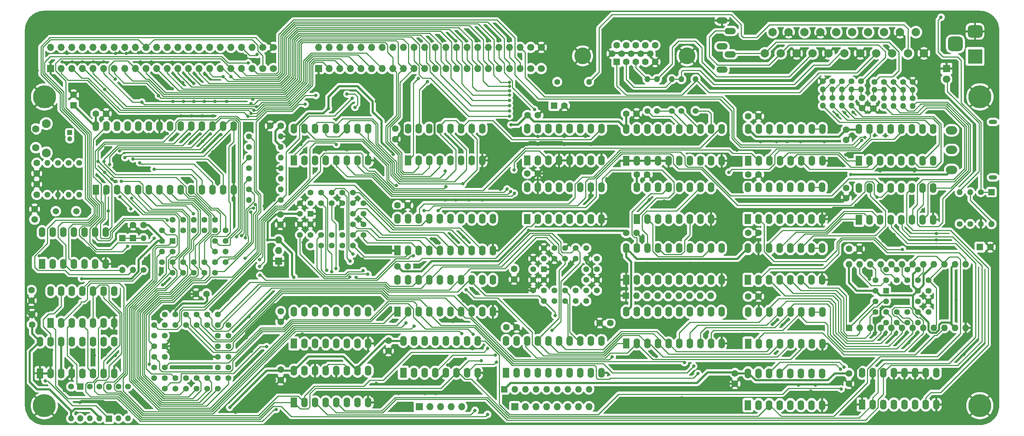
<source format=gbr>
%TF.GenerationSoftware,KiCad,Pcbnew,7.0.10*%
%TF.CreationDate,2024-05-18T10:40:10+01:00*%
%TF.ProjectId,v1c,7631632e-6b69-4636-9164-5f7063625858,rev?*%
%TF.SameCoordinates,Original*%
%TF.FileFunction,Copper,L2,Bot*%
%TF.FilePolarity,Positive*%
%FSLAX46Y46*%
G04 Gerber Fmt 4.6, Leading zero omitted, Abs format (unit mm)*
G04 Created by KiCad (PCBNEW 7.0.10) date 2024-05-18 10:40:10*
%MOMM*%
%LPD*%
G01*
G04 APERTURE LIST*
G04 Aperture macros list*
%AMRoundRect*
0 Rectangle with rounded corners*
0 $1 Rounding radius*
0 $2 $3 $4 $5 $6 $7 $8 $9 X,Y pos of 4 corners*
0 Add a 4 corners polygon primitive as box body*
4,1,4,$2,$3,$4,$5,$6,$7,$8,$9,$2,$3,0*
0 Add four circle primitives for the rounded corners*
1,1,$1+$1,$2,$3*
1,1,$1+$1,$4,$5*
1,1,$1+$1,$6,$7*
1,1,$1+$1,$8,$9*
0 Add four rect primitives between the rounded corners*
20,1,$1+$1,$2,$3,$4,$5,0*
20,1,$1+$1,$4,$5,$6,$7,0*
20,1,$1+$1,$6,$7,$8,$9,0*
20,1,$1+$1,$8,$9,$2,$3,0*%
G04 Aperture macros list end*
%TA.AperFunction,ComponentPad*%
%ADD10C,1.600000*%
%TD*%
%TA.AperFunction,ComponentPad*%
%ADD11R,1.600000X1.600000*%
%TD*%
%TA.AperFunction,ComponentPad*%
%ADD12O,1.600000X1.600000*%
%TD*%
%TA.AperFunction,ComponentPad*%
%ADD13R,1.422400X1.422400*%
%TD*%
%TA.AperFunction,ComponentPad*%
%ADD14C,1.422400*%
%TD*%
%TA.AperFunction,ComponentPad*%
%ADD15R,1.600000X2.400000*%
%TD*%
%TA.AperFunction,ComponentPad*%
%ADD16O,1.600000X2.400000*%
%TD*%
%TA.AperFunction,ComponentPad*%
%ADD17R,3.500000X3.500000*%
%TD*%
%TA.AperFunction,ComponentPad*%
%ADD18RoundRect,0.750000X-1.000000X0.750000X-1.000000X-0.750000X1.000000X-0.750000X1.000000X0.750000X0*%
%TD*%
%TA.AperFunction,ComponentPad*%
%ADD19RoundRect,0.875000X-0.875000X0.875000X-0.875000X-0.875000X0.875000X-0.875000X0.875000X0.875000X0*%
%TD*%
%TA.AperFunction,ComponentPad*%
%ADD20C,4.000000*%
%TD*%
%TA.AperFunction,ComponentPad*%
%ADD21C,1.400000*%
%TD*%
%TA.AperFunction,ComponentPad*%
%ADD22O,1.400000X1.400000*%
%TD*%
%TA.AperFunction,ComponentPad*%
%ADD23R,1.200000X1.200000*%
%TD*%
%TA.AperFunction,ComponentPad*%
%ADD24C,1.200000*%
%TD*%
%TA.AperFunction,ComponentPad*%
%ADD25R,1.500000X1.500000*%
%TD*%
%TA.AperFunction,ComponentPad*%
%ADD26O,1.500000X1.500000*%
%TD*%
%TA.AperFunction,ComponentPad*%
%ADD27C,5.500000*%
%TD*%
%TA.AperFunction,ComponentPad*%
%ADD28C,2.100000*%
%TD*%
%TA.AperFunction,ComponentPad*%
%ADD29C,1.750000*%
%TD*%
%TA.AperFunction,ComponentPad*%
%ADD30R,1.700000X1.700000*%
%TD*%
%TA.AperFunction,ComponentPad*%
%ADD31O,1.700000X1.700000*%
%TD*%
%TA.AperFunction,ComponentPad*%
%ADD32O,2.000000X1.000000*%
%TD*%
%TA.AperFunction,ComponentPad*%
%ADD33O,2.700000X2.000000*%
%TD*%
%TA.AperFunction,ComponentPad*%
%ADD34C,1.998980*%
%TD*%
%TA.AperFunction,ComponentPad*%
%ADD35R,1.800000X1.800000*%
%TD*%
%TA.AperFunction,ComponentPad*%
%ADD36C,1.800000*%
%TD*%
%TA.AperFunction,ComponentPad*%
%ADD37C,1.700000*%
%TD*%
%TA.AperFunction,ComponentPad*%
%ADD38O,2.700000X1.500000*%
%TD*%
%TA.AperFunction,ComponentPad*%
%ADD39C,1.500000*%
%TD*%
%TA.AperFunction,ViaPad*%
%ADD40C,0.800000*%
%TD*%
%TA.AperFunction,Conductor*%
%ADD41C,0.500000*%
%TD*%
%TA.AperFunction,Conductor*%
%ADD42C,0.250000*%
%TD*%
G04 APERTURE END LIST*
D10*
%TO.P,Cd11,1*%
%TO.N,+5V*%
X101600000Y-126365000D03*
%TO.P,Cd11,2*%
%TO.N,GND*%
X101600000Y-128865000D03*
%TD*%
D11*
%TO.P,U20,1,D7*%
%TO.N,D7*%
X237633000Y-116325000D03*
D12*
%TO.P,U20,2,D6*%
%TO.N,D6*%
X240173000Y-116325000D03*
%TO.P,U20,3,D5*%
%TO.N,D5*%
X242713000Y-116325000D03*
%TO.P,U20,4,D4*%
%TO.N,D4*%
X245253000Y-116325000D03*
%TO.P,U20,5,D3*%
%TO.N,D3*%
X247793000Y-116325000D03*
%TO.P,U20,6,D2*%
%TO.N,D2*%
X250333000Y-116325000D03*
%TO.P,U20,7,D1*%
%TO.N,D1*%
X252873000Y-116325000D03*
%TO.P,U20,8,D0*%
%TO.N,D0*%
X255413000Y-116325000D03*
%TO.P,U20,9,CLK0*%
%TO.N,3M*%
X257953000Y-116325000D03*
%TO.P,U20,10,OUT0*%
%TO.N,/Audio/Osc 1*%
X260493000Y-116325000D03*
%TO.P,U20,11,G0*%
%TO.N,+5V*%
X263033000Y-116325000D03*
%TO.P,U20,12,GND*%
%TO.N,GND*%
X265573000Y-116325000D03*
%TO.P,U20,13,OUT1*%
%TO.N,/Audio/Osc 2*%
X265573000Y-101085000D03*
%TO.P,U20,14,G1*%
%TO.N,+5V*%
X263033000Y-101085000D03*
%TO.P,U20,15,CLK1*%
%TO.N,3M*%
X260493000Y-101085000D03*
%TO.P,U20,16,G2*%
%TO.N,+5V*%
X257953000Y-101085000D03*
%TO.P,U20,17,OUT2*%
%TO.N,/Audio/Osc 3*%
X255413000Y-101085000D03*
%TO.P,U20,18,CLK2*%
%TO.N,3M*%
X252873000Y-101085000D03*
%TO.P,U20,19,A0*%
%TO.N,A0*%
X250333000Y-101085000D03*
%TO.P,U20,20,A1*%
%TO.N,A1*%
X247793000Y-101085000D03*
%TO.P,U20,21,~{CS}*%
%TO.N,~{OscWr}*%
X245253000Y-101085000D03*
%TO.P,U20,22,~{RD}*%
%TO.N,~{R}{slash}W*%
X242713000Y-101085000D03*
%TO.P,U20,23,~{WR}*%
%TO.N,R{slash}~{W}*%
X240173000Y-101085000D03*
%TO.P,U20,24,VCC*%
%TO.N,+5V*%
X237633000Y-101085000D03*
%TD*%
D13*
%TO.P,U5,1,A18*%
%TO.N,GND*%
X108743000Y-89000000D03*
D14*
%TO.P,U5,2,A16*%
X106203000Y-91540000D03*
%TO.P,U5,3,A15*%
X108743000Y-91540000D03*
%TO.P,U5,4,A12*%
%TO.N,Net-(U4-Q8)*%
X106203000Y-94080000D03*
%TO.P,U5,5,A7*%
%TO.N,Net-(U4-Q3)*%
X108743000Y-96620000D03*
%TO.P,U5,6,A6*%
%TO.N,Net-(U4-Q2)*%
X108743000Y-94080000D03*
%TO.P,U5,7,A5*%
%TO.N,Net-(U4-Q1)*%
X111283000Y-96620000D03*
%TO.P,U5,8,A4*%
%TO.N,Net-(U4-Q0)*%
X111283000Y-94080000D03*
%TO.P,U5,9,A3*%
%TO.N,Net-(U3-Q7)*%
X113823000Y-96620000D03*
%TO.P,U5,10,A2*%
%TO.N,Net-(U3-Q6)*%
X113823000Y-94080000D03*
%TO.P,U5,11,A1*%
%TO.N,AudioMux1*%
X116363000Y-96620000D03*
%TO.P,U5,12,A0*%
%TO.N,AudioMux0*%
X116363000Y-94080000D03*
%TO.P,U5,13,D0*%
%TO.N,Net-(U5-D0)*%
X118903000Y-96620000D03*
%TO.P,U5,14,D1*%
%TO.N,Net-(U5-D1)*%
X121443000Y-94080000D03*
%TO.P,U5,15,D2*%
%TO.N,Net-(U5-D2)*%
X118903000Y-94080000D03*
%TO.P,U5,16,VSS*%
%TO.N,GND*%
X121443000Y-91540000D03*
%TO.P,U5,17,D3*%
%TO.N,Net-(U5-D3)*%
X118903000Y-91540000D03*
%TO.P,U5,18,D4*%
%TO.N,Net-(U5-D4)*%
X121443000Y-89000000D03*
%TO.P,U5,19,D5*%
%TO.N,Net-(U5-D5)*%
X118903000Y-89000000D03*
%TO.P,U5,20,D6*%
%TO.N,Net-(U5-D6)*%
X121443000Y-86460000D03*
%TO.P,U5,21,D7*%
%TO.N,Net-(U5-D7)*%
X118903000Y-83920000D03*
%TO.P,U5,22,~{CE}*%
%TO.N,GND*%
X118903000Y-86460000D03*
%TO.P,U5,23,A10*%
%TO.N,Net-(U4-Q6)*%
X116363000Y-83920000D03*
%TO.P,U5,24,~{OE}*%
%TO.N,GND*%
X116363000Y-86460000D03*
%TO.P,U5,25,A11*%
%TO.N,Net-(U4-Q7)*%
X113823000Y-83920000D03*
%TO.P,U5,26,A9*%
%TO.N,Net-(U4-Q5)*%
X113823000Y-86460000D03*
%TO.P,U5,27,A8*%
%TO.N,Net-(U4-Q4)*%
X111283000Y-83920000D03*
%TO.P,U5,28,A13*%
%TO.N,Net-(U4-Q9)*%
X111283000Y-86460000D03*
%TO.P,U5,29,A14*%
%TO.N,Net-(J9-Pin_2)*%
X108743000Y-83920000D03*
%TO.P,U5,30,A17*%
%TO.N,GND*%
X106203000Y-86460000D03*
%TO.P,U5,31,~{WE}*%
%TO.N,+5V*%
X108743000Y-86460000D03*
%TO.P,U5,32,VDD*%
X106203000Y-89000000D03*
%TD*%
D10*
%TO.P,Cd4,1*%
%TO.N,+5V*%
X129540000Y-101600000D03*
%TO.P,Cd4,2*%
%TO.N,GND*%
X132040000Y-101600000D03*
%TD*%
%TO.P,C5,1*%
%TO.N,GND*%
X243500000Y-63819000D03*
%TO.P,C5,2*%
%TO.N,Net-(C5-Pad2)*%
X243500000Y-61319000D03*
%TD*%
%TO.P,Cd28,1*%
%TO.N,+5V*%
X213528000Y-79612000D03*
%TO.P,Cd28,2*%
%TO.N,GND*%
X216028000Y-79612000D03*
%TD*%
D15*
%TO.P,U19,1,D2*%
%TO.N,D5*%
X240030000Y-76300000D03*
D16*
%TO.P,U19,2,D3*%
%TO.N,D6*%
X242570000Y-76300000D03*
%TO.P,U19,3,D4*%
%TO.N,D7*%
X245110000Y-76300000D03*
%TO.P,U19,4,Rb*%
%TO.N,AudioMux1*%
X247650000Y-76300000D03*
%TO.P,U19,5,Ra*%
%TO.N,AudioMux0*%
X250190000Y-76300000D03*
%TO.P,U19,6,Q4*%
%TO.N,/Audio/L3*%
X252730000Y-76300000D03*
%TO.P,U19,7,Q3*%
%TO.N,/Audio/L2*%
X255270000Y-76300000D03*
%TO.P,U19,8,GND*%
%TO.N,GND*%
X257810000Y-76300000D03*
%TO.P,U19,9,Q2*%
%TO.N,/Audio/L1*%
X257810000Y-68680000D03*
%TO.P,U19,10,Q1*%
%TO.N,/Audio/L0*%
X255270000Y-68680000D03*
%TO.P,U19,11,~{Er}*%
%TO.N,/Audio/Sout*%
X252730000Y-68680000D03*
%TO.P,U19,12,~{Ew}*%
%TO.N,/Audio/volume*%
X250190000Y-68680000D03*
%TO.P,U19,13,Wb*%
%TO.N,A1*%
X247650000Y-68680000D03*
%TO.P,U19,14,Wa*%
%TO.N,A0*%
X245110000Y-68680000D03*
%TO.P,U19,15,D1*%
%TO.N,D4*%
X242570000Y-68680000D03*
%TO.P,U19,16,VCC*%
%TO.N,+5V*%
X240030000Y-68680000D03*
%TD*%
D17*
%TO.P,J3,1*%
%TO.N,VBUS*%
X267857500Y-51300000D03*
D18*
%TO.P,J3,2*%
%TO.N,GND*%
X267857500Y-45300000D03*
D19*
%TO.P,J3,MP,MountPin*%
%TO.N,unconnected-(J3-MountPin-PadMP)*%
X263157500Y-48300000D03*
%TD*%
D20*
%TO.P,J7,0*%
%TO.N,GND*%
X198890000Y-51181000D03*
X173890000Y-51181000D03*
D11*
%TO.P,J7,1*%
%TO.N,VRed*%
X182075000Y-52601000D03*
D10*
%TO.P,J7,2*%
%TO.N,VGreen*%
X184365000Y-52601000D03*
%TO.P,J7,3*%
%TO.N,VBlue*%
X186655000Y-52601000D03*
%TO.P,J7,4*%
%TO.N,unconnected-(J7-Pad4)*%
X188945000Y-52601000D03*
%TO.P,J7,5*%
%TO.N,GND*%
X191235000Y-52601000D03*
%TO.P,J7,6*%
X180930000Y-50621000D03*
%TO.P,J7,7*%
X183220000Y-50621000D03*
%TO.P,J7,8*%
X185510000Y-50621000D03*
%TO.P,J7,9*%
X187800000Y-50621000D03*
%TO.P,J7,10*%
X190090000Y-50621000D03*
%TO.P,J7,11*%
%TO.N,unconnected-(J7-Pad11)*%
X182075000Y-48641000D03*
%TO.P,J7,12*%
%TO.N,unconnected-(J7-Pad12)*%
X184365000Y-48641000D03*
%TO.P,J7,13*%
%TO.N,~{HSync}*%
X186655000Y-48641000D03*
%TO.P,J7,14*%
%TO.N,~{VSync}*%
X188945000Y-48641000D03*
%TO.P,J7,15*%
%TO.N,unconnected-(J7-Pad15)*%
X191235000Y-48641000D03*
%TD*%
D21*
%TO.P,R25,1*%
%TO.N,Net-(R20-Pad1)*%
X236007000Y-57270000D03*
D22*
%TO.P,R25,2*%
%TO.N,Net-(R21-Pad1)*%
X236007000Y-59170000D03*
%TD*%
D21*
%TO.P,R10,1*%
%TO.N,A12*%
X93980000Y-78105000D03*
D22*
%TO.P,R10,2*%
%TO.N,GND*%
X101600000Y-78105000D03*
%TD*%
D15*
%TO.P,U18,1,D2*%
%TO.N,D1*%
X240030000Y-90407000D03*
D16*
%TO.P,U18,2,D3*%
%TO.N,D2*%
X242570000Y-90407000D03*
%TO.P,U18,3,D4*%
%TO.N,D3*%
X245110000Y-90407000D03*
%TO.P,U18,4,Rb*%
%TO.N,AudioMux1*%
X247650000Y-90407000D03*
%TO.P,U18,5,Ra*%
%TO.N,AudioMux0*%
X250190000Y-90407000D03*
%TO.P,U18,6,Q4*%
%TO.N,/Audio/R3*%
X252730000Y-90407000D03*
%TO.P,U18,7,Q3*%
%TO.N,/Audio/R2*%
X255270000Y-90407000D03*
%TO.P,U18,8,GND*%
%TO.N,GND*%
X257810000Y-90407000D03*
%TO.P,U18,9,Q2*%
%TO.N,/Audio/R1*%
X257810000Y-82787000D03*
%TO.P,U18,10,Q1*%
%TO.N,/Audio/R0*%
X255270000Y-82787000D03*
%TO.P,U18,11,~{Er}*%
%TO.N,/Audio/Sout*%
X252730000Y-82787000D03*
%TO.P,U18,12,~{Ew}*%
%TO.N,/Audio/volume*%
X250190000Y-82787000D03*
%TO.P,U18,13,Wb*%
%TO.N,A1*%
X247650000Y-82787000D03*
%TO.P,U18,14,Wa*%
%TO.N,A0*%
X245110000Y-82787000D03*
%TO.P,U18,15,D1*%
%TO.N,D0*%
X242570000Y-82787000D03*
%TO.P,U18,16,VCC*%
%TO.N,+5V*%
X240030000Y-82787000D03*
%TD*%
D10*
%TO.P,Cd32,1*%
%TO.N,+5V*%
X210353000Y-127237000D03*
%TO.P,Cd32,2*%
%TO.N,GND*%
X210353000Y-129737000D03*
%TD*%
D21*
%TO.P,R7,1*%
%TO.N,Net-(C2-Pad1)*%
X45720000Y-84455000D03*
D22*
%TO.P,R7,2*%
%TO.N,Net-(C3-Pad1)*%
X45720000Y-76835000D03*
%TD*%
D23*
%TO.P,C1,1*%
%TO.N,+5V*%
X51100000Y-69577400D03*
D24*
%TO.P,C1,2*%
%TO.N,Net-(C1-Pad2)*%
X51100000Y-71077400D03*
%TD*%
D21*
%TO.P,R11,1*%
%TO.N,A13*%
X93980000Y-75565000D03*
D22*
%TO.P,R11,2*%
%TO.N,+5V*%
X101600000Y-75565000D03*
%TD*%
D21*
%TO.P,R16,1*%
%TO.N,/Video/bit 1*%
X195240000Y-64372000D03*
D22*
%TO.P,R16,2*%
%TO.N,VGreen*%
X195240000Y-56752000D03*
%TD*%
D21*
%TO.P,R24,1*%
%TO.N,Net-(R19-Pad1)*%
X233721000Y-57270000D03*
D22*
%TO.P,R24,2*%
%TO.N,Net-(R20-Pad1)*%
X233721000Y-59170000D03*
%TD*%
D11*
%TO.P,RN2,1,common*%
%TO.N,+5V*%
X155098000Y-131047000D03*
D12*
%TO.P,RN2,2,R1*%
%TO.N,/IO/KeyOUT 7*%
X157638000Y-131047000D03*
%TO.P,RN2,3,R2*%
%TO.N,/IO/KeyOUT 6*%
X160178000Y-131047000D03*
%TO.P,RN2,4,R3*%
%TO.N,/IO/KeyOUT 5*%
X162718000Y-131047000D03*
%TO.P,RN2,5,R4*%
%TO.N,/IO/KeyOUT 4*%
X165258000Y-131047000D03*
%TO.P,RN2,6,R5*%
%TO.N,/IO/KeyOUT 3*%
X167798000Y-131047000D03*
%TO.P,RN2,7,R6*%
%TO.N,/IO/KeyOUT 2*%
X170338000Y-131047000D03*
%TO.P,RN2,8,R7*%
%TO.N,/IO/KeyOUT 1*%
X172878000Y-131047000D03*
%TO.P,RN2,9,R8*%
%TO.N,/IO/KeyOUT 0*%
X175418000Y-131047000D03*
%TD*%
D21*
%TO.P,R9,1*%
%TO.N,A11*%
X93980000Y-80645000D03*
D22*
%TO.P,R9,2*%
%TO.N,+5V*%
X101600000Y-80645000D03*
%TD*%
D25*
%TO.P,D4,1,K*%
%TO.N,Net-(D4-K)*%
X66208000Y-94852000D03*
D26*
%TO.P,D4,2,A*%
%TO.N,ROM DISABLE*%
X66208000Y-102472000D03*
%TD*%
D27*
%TO.P,H2,1,1*%
%TO.N,GND*%
X45000000Y-135000000D03*
%TD*%
D15*
%TO.P,U3,1,Q1*%
%TO.N,3M*%
X104775000Y-134222000D03*
D16*
%TO.P,U3,2,Q2*%
%TO.N,1M*%
X107315000Y-134222000D03*
%TO.P,U3,3,Q3*%
%TO.N,750K*%
X109855000Y-134222000D03*
%TO.P,U3,4,Q4*%
%TO.N,AudioMux0*%
X112395000Y-134222000D03*
%TO.P,U3,5,Q5*%
%TO.N,AudioMux1*%
X114935000Y-134222000D03*
%TO.P,U3,6,Q6*%
%TO.N,Net-(U3-Q6)*%
X117475000Y-134222000D03*
%TO.P,U3,7,Q7*%
%TO.N,Net-(U3-Q7)*%
X120015000Y-134222000D03*
%TO.P,U3,8,GND*%
%TO.N,GND*%
X122555000Y-134222000D03*
%TO.P,U3,9,~{RCO}*%
%TO.N,unconnected-(U3-~{RCO}-Pad9)*%
X122555000Y-126602000D03*
%TO.P,U3,10,~{MRC}*%
%TO.N,+5V*%
X120015000Y-126602000D03*
%TO.P,U3,11,CPC*%
%TO.N,12M*%
X117475000Y-126602000D03*
%TO.P,U3,12,~{CE}*%
%TO.N,GND*%
X114935000Y-126602000D03*
%TO.P,U3,13,CPR*%
%TO.N,12M*%
X112395000Y-126602000D03*
%TO.P,U3,14,~{OE}*%
%TO.N,GND*%
X109855000Y-126602000D03*
%TO.P,U3,15,Q0*%
%TO.N,6M*%
X107315000Y-126602000D03*
%TO.P,U3,16,VCC*%
%TO.N,+5V*%
X104775000Y-126602000D03*
%TD*%
D15*
%TO.P,U16,1,E*%
%TO.N,~{VolWr}*%
X213493000Y-134857000D03*
D16*
%TO.P,U16,2,A0*%
%TO.N,A2*%
X216033000Y-134857000D03*
%TO.P,U16,3,A1*%
%TO.N,3M*%
X218573000Y-134857000D03*
%TO.P,U16,4,O0*%
%TO.N,unconnected-(U16A-O0-Pad4)*%
X221113000Y-134857000D03*
%TO.P,U16,5,O1*%
%TO.N,unconnected-(U16A-O1-Pad5)*%
X223653000Y-134857000D03*
%TO.P,U16,6,O2*%
%TO.N,/Audio/volume*%
X226193000Y-134857000D03*
%TO.P,U16,7,O3*%
%TO.N,Net-(U16A-O3)*%
X228733000Y-134857000D03*
%TO.P,U16,8,GND*%
%TO.N,GND*%
X231273000Y-134857000D03*
%TO.P,U16,9,O3*%
%TO.N,/Audio/wave 4*%
X231273000Y-127237000D03*
%TO.P,U16,10,O2*%
%TO.N,/Audio/wave 3*%
X228733000Y-127237000D03*
%TO.P,U16,11,O1*%
%TO.N,/Audio/wave 2*%
X226193000Y-127237000D03*
%TO.P,U16,12,O0*%
%TO.N,/Audio/wave 1*%
X223653000Y-127237000D03*
%TO.P,U16,13,A1*%
%TO.N,A1*%
X221113000Y-127237000D03*
%TO.P,U16,14,A0*%
%TO.N,A0*%
X218573000Y-127237000D03*
%TO.P,U16,15,E*%
%TO.N,Net-(U16A-O3)*%
X216033000Y-127237000D03*
%TO.P,U16,16,VCC*%
%TO.N,+5V*%
X213493000Y-127237000D03*
%TD*%
D21*
%TO.P,R39,1*%
%TO.N,~{Sync}*%
X167808000Y-57387000D03*
D22*
%TO.P,R39,2*%
%TO.N,Net-(J4-P19)*%
X175428000Y-57387000D03*
%TD*%
D21*
%TO.P,R34,1*%
%TO.N,Net-(R29-Pad1)*%
X248326000Y-57387000D03*
D22*
%TO.P,R34,2*%
%TO.N,Net-(R30-Pad1)*%
X248326000Y-59287000D03*
%TD*%
D10*
%TO.P,C3,1*%
%TO.N,Net-(C3-Pad1)*%
X43180000Y-76855000D03*
%TO.P,C3,2*%
%TO.N,GND*%
X43180000Y-79355000D03*
%TD*%
D15*
%TO.P,U7,1,A0*%
%TO.N,3M*%
X160655000Y-76200000D03*
D16*
%TO.P,U7,2,A1*%
%TO.N,1M*%
X163195000Y-76200000D03*
%TO.P,U7,3,A2*%
%TO.N,750K*%
X165735000Y-76200000D03*
%TO.P,U7,4,~{E0}*%
%TO.N,GND*%
X168275000Y-76200000D03*
%TO.P,U7,5,~{E1}*%
X170815000Y-76200000D03*
%TO.P,U7,6,E2*%
%TO.N,6M*%
X173355000Y-76200000D03*
%TO.P,U7,7,~{Y7}*%
%TO.N,~{PalGet}*%
X175895000Y-76200000D03*
%TO.P,U7,8,GND*%
%TO.N,GND*%
X178435000Y-76200000D03*
%TO.P,U7,9,~{Y6}*%
%TO.N,~{RegTick}*%
X178435000Y-68580000D03*
%TO.P,U7,10,~{Y5}*%
%TO.N,unconnected-(U7-~{Y5}-Pad10)*%
X175895000Y-68580000D03*
%TO.P,U7,11,~{Y4}*%
%TO.N,unconnected-(U7-~{Y4}-Pad11)*%
X173355000Y-68580000D03*
%TO.P,U7,12,~{Y3}*%
%TO.N,~{ChrGet}*%
X170815000Y-68580000D03*
%TO.P,U7,13,~{Y2}*%
%TO.N,~{PalPush}*%
X168275000Y-68580000D03*
%TO.P,U7,14,~{Y1}*%
%TO.N,unconnected-(U7-~{Y1}-Pad14)*%
X165735000Y-68580000D03*
%TO.P,U7,15,~{Y0}*%
%TO.N,unconnected-(U7-~{Y0}-Pad15)*%
X163195000Y-68580000D03*
%TO.P,U7,16,VCC*%
%TO.N,+5V*%
X160655000Y-68580000D03*
%TD*%
D21*
%TO.P,R2,1*%
%TO.N,R{slash}~{W}*%
X101600000Y-85725000D03*
D22*
%TO.P,R2,2*%
%TO.N,+5V*%
X93980000Y-85725000D03*
%TD*%
D28*
%TO.P,SW1,*%
%TO.N,*%
X45466000Y-74422000D03*
X45466000Y-67412000D03*
D29*
%TO.P,SW1,1,1*%
%TO.N,Net-(R4-Pad1)*%
X42976000Y-73172000D03*
%TO.P,SW1,2,2*%
%TO.N,+5V*%
X42976000Y-68672000D03*
%TD*%
D15*
%TO.P,U2,1*%
%TO.N,Net-(C2-Pad1)*%
X44450000Y-101065000D03*
D16*
%TO.P,U2,2*%
%TO.N,Net-(C3-Pad1)*%
X46990000Y-101065000D03*
%TO.P,U2,3*%
%TO.N,B7*%
X49530000Y-101065000D03*
%TO.P,U2,4*%
%TO.N,~{B7}*%
X52070000Y-101065000D03*
%TO.P,U2,5*%
%TO.N,Net-(R6-Pad2)*%
X54610000Y-101065000D03*
%TO.P,U2,6*%
%TO.N,Net-(D6-K)*%
X57150000Y-101065000D03*
%TO.P,U2,7,GND*%
%TO.N,GND*%
X59690000Y-101065000D03*
%TO.P,U2,8*%
%TO.N,~{R}{slash}W*%
X59690000Y-93445000D03*
%TO.P,U2,9*%
%TO.N,R{slash}~{W}*%
X57150000Y-93445000D03*
%TO.P,U2,10*%
%TO.N,~{6M}*%
X54610000Y-93445000D03*
%TO.P,U2,11*%
%TO.N,6M*%
X52070000Y-93445000D03*
%TO.P,U2,12*%
%TO.N,12M*%
X49530000Y-93445000D03*
%TO.P,U2,13*%
%TO.N,Net-(C3-Pad1)*%
X46990000Y-93445000D03*
%TO.P,U2,14,VCC*%
%TO.N,+5V*%
X44450000Y-93445000D03*
%TD*%
D21*
%TO.P,R22,1*%
%TO.N,Net-(C4-Pad2)*%
X238293000Y-61202000D03*
D22*
%TO.P,R22,2*%
%TO.N,/Audio/L3*%
X238293000Y-63102000D03*
%TD*%
D21*
%TO.P,R5,1*%
%TO.N,Net-(R4-Pad1)*%
X50800000Y-76835000D03*
D22*
%TO.P,R5,2*%
%TO.N,Net-(C1-Pad2)*%
X50800000Y-84455000D03*
%TD*%
D30*
%TO.P,J2,1,Pin_1*%
%TO.N,/IO/KeyOUT 7*%
X157638000Y-135255000D03*
D31*
%TO.P,J2,2,Pin_2*%
%TO.N,/IO/KeyOUT 6*%
X160178000Y-135255000D03*
%TO.P,J2,3,Pin_3*%
%TO.N,/IO/KeyOUT 5*%
X162718000Y-135255000D03*
%TO.P,J2,4,Pin_4*%
%TO.N,/IO/KeyOUT 4*%
X165258000Y-135255000D03*
%TO.P,J2,5,Pin_5*%
%TO.N,/IO/KeyOUT 3*%
X167798000Y-135255000D03*
%TO.P,J2,6,Pin_6*%
%TO.N,/IO/KeyOUT 2*%
X170338000Y-135255000D03*
%TO.P,J2,7,Pin_7*%
%TO.N,/IO/KeyOUT 1*%
X172878000Y-135255000D03*
%TO.P,J2,8,Pin_8*%
%TO.N,/IO/KeyOUT 0*%
X175418000Y-135255000D03*
%TD*%
D21*
%TO.P,R15,1*%
%TO.N,/Video/bit 1*%
X191684000Y-64372000D03*
D22*
%TO.P,R15,2*%
%TO.N,VBlue*%
X191684000Y-56752000D03*
%TD*%
D21*
%TO.P,R6,1*%
%TO.N,Net-(C1-Pad2)*%
X53340000Y-76835000D03*
D22*
%TO.P,R6,2*%
%TO.N,Net-(R6-Pad2)*%
X53340000Y-84455000D03*
%TD*%
D21*
%TO.P,R32,1*%
%TO.N,GND*%
X252898000Y-57408000D03*
D22*
%TO.P,R32,2*%
%TO.N,Net-(R28-Pad1)*%
X252898000Y-59308000D03*
%TD*%
D32*
%TO.P,SW2,*%
%TO.N,*%
X272155000Y-80310000D03*
X272155000Y-67010000D03*
D33*
%TO.P,SW2,1,A*%
%TO.N,+5V*%
X262255000Y-78510000D03*
%TO.P,SW2,2,B*%
%TO.N,VBUS*%
X262255000Y-73710000D03*
%TO.P,SW2,3,C*%
%TO.N,unconnected-(SW2-C-Pad3)*%
X262255000Y-69010000D03*
%TD*%
D21*
%TO.P,R38,1*%
%TO.N,+5V*%
X266700000Y-91440000D03*
D22*
%TO.P,R38,2*%
%TO.N,Net-(D2-A)*%
X266700000Y-83820000D03*
%TD*%
D10*
%TO.P,Cd27,1*%
%TO.N,+5V*%
X42672000Y-90367000D03*
%TO.P,Cd27,2*%
%TO.N,GND*%
X42672000Y-87867000D03*
%TD*%
D21*
%TO.P,R21,1*%
%TO.N,Net-(R21-Pad1)*%
X236007000Y-61202000D03*
D22*
%TO.P,R21,2*%
%TO.N,/Audio/L2*%
X236007000Y-63102000D03*
%TD*%
D10*
%TO.P,Cd1,1*%
%TO.N,+5V*%
X180508000Y-115172000D03*
%TO.P,Cd1,2*%
%TO.N,GND*%
X178008000Y-115172000D03*
%TD*%
D21*
%TO.P,R3,1*%
%TO.N,~{NMI}*%
X58166000Y-130412000D03*
D22*
%TO.P,R3,2*%
%TO.N,+5V*%
X58166000Y-138032000D03*
%TD*%
D15*
%TO.P,U15,1,OE*%
%TO.N,GND*%
X184308000Y-76300000D03*
D16*
%TO.P,U15,2,D0*%
X186848000Y-76300000D03*
%TO.P,U15,3,D1*%
X189388000Y-76300000D03*
%TO.P,U15,4,D2*%
X191928000Y-76300000D03*
%TO.P,U15,5,D3*%
X194468000Y-76300000D03*
%TO.P,U15,6,D4*%
%TO.N,Net-(U14-Za)*%
X197008000Y-76300000D03*
%TO.P,U15,7,D5*%
%TO.N,Net-(U14-Zb)*%
X199548000Y-76300000D03*
%TO.P,U15,8,D6*%
%TO.N,Net-(U14-Zc)*%
X202088000Y-76300000D03*
%TO.P,U15,9,D7*%
%TO.N,Net-(U14-Zd)*%
X204628000Y-76300000D03*
%TO.P,U15,10,GND*%
%TO.N,GND*%
X207168000Y-76300000D03*
%TO.P,U15,11,Cp*%
%TO.N,~{6M}*%
X207168000Y-68680000D03*
%TO.P,U15,12,Q7*%
%TO.N,/Video/bit 3*%
X204628000Y-68680000D03*
%TO.P,U15,13,Q6*%
%TO.N,/Video/bit 2*%
X202088000Y-68680000D03*
%TO.P,U15,14,Q5*%
%TO.N,/Video/bit 1*%
X199548000Y-68680000D03*
%TO.P,U15,15,Q4*%
%TO.N,/Video/bit 0*%
X197008000Y-68680000D03*
%TO.P,U15,16,Q3*%
%TO.N,unconnected-(U15-Q3-Pad16)*%
X194468000Y-68680000D03*
%TO.P,U15,17,Q2*%
%TO.N,unconnected-(U15-Q2-Pad17)*%
X191928000Y-68680000D03*
%TO.P,U15,18,Q1*%
%TO.N,unconnected-(U15-Q1-Pad18)*%
X189388000Y-68680000D03*
%TO.P,U15,19,Q0*%
%TO.N,unconnected-(U15-Q0-Pad19)*%
X186848000Y-68680000D03*
%TO.P,U15,20,VCC*%
%TO.N,+5V*%
X184308000Y-68680000D03*
%TD*%
D10*
%TO.P,Cd15,1*%
%TO.N,+5V*%
X41910000Y-107315000D03*
%TO.P,Cd15,2*%
%TO.N,GND*%
X41910000Y-109815000D03*
%TD*%
%TO.P,Cd30,1*%
%TO.N,+5V*%
X213528000Y-65642000D03*
%TO.P,Cd30,2*%
%TO.N,GND*%
X216028000Y-65642000D03*
%TD*%
D15*
%TO.P,U17,1,Ea*%
%TO.N,GND*%
X240813000Y-134710000D03*
D16*
%TO.P,U17,2,S1*%
%TO.N,AudioMux1*%
X243353000Y-134710000D03*
%TO.P,U17,3,I3a*%
%TO.N,/Audio/Ch4*%
X245893000Y-134710000D03*
%TO.P,U17,4,I2a*%
%TO.N,/Audio/Ch3*%
X248433000Y-134710000D03*
%TO.P,U17,5,I1a*%
%TO.N,/Audio/Ch2*%
X250973000Y-134710000D03*
%TO.P,U17,6,I0a*%
%TO.N,/Audio/Ch1*%
X253513000Y-134710000D03*
%TO.P,U17,7,Za*%
%TO.N,/Audio/Sout*%
X256053000Y-134710000D03*
%TO.P,U17,8,GND*%
%TO.N,GND*%
X258593000Y-134710000D03*
%TO.P,U17,9,Zb*%
%TO.N,unconnected-(U17-Zb-Pad9)*%
X258593000Y-127090000D03*
%TO.P,U17,10,I0b*%
%TO.N,GND*%
X256053000Y-127090000D03*
%TO.P,U17,11,I1b*%
X253513000Y-127090000D03*
%TO.P,U17,12,I2b*%
X250973000Y-127090000D03*
%TO.P,U17,13,I3b*%
X248433000Y-127090000D03*
%TO.P,U17,14,S0*%
%TO.N,AudioMux0*%
X245893000Y-127090000D03*
%TO.P,U17,15,Eb*%
%TO.N,GND*%
X243353000Y-127090000D03*
%TO.P,U17,16,VCC*%
%TO.N,+5V*%
X240813000Y-127090000D03*
%TD*%
D10*
%TO.P,C2,1*%
%TO.N,Net-(C2-Pad1)*%
X43180000Y-84415000D03*
%TO.P,C2,2*%
%TO.N,GND*%
X43180000Y-81915000D03*
%TD*%
%TO.P,Cd9,1*%
%TO.N,+5V*%
X213528000Y-93582000D03*
%TO.P,Cd9,2*%
%TO.N,GND*%
X216028000Y-93582000D03*
%TD*%
%TO.P,Cd29,1*%
%TO.N,+5V*%
X160695000Y-65405000D03*
%TO.P,Cd29,2*%
%TO.N,GND*%
X163195000Y-65405000D03*
%TD*%
D21*
%TO.P,R1,1*%
%TO.N,RDY*%
X55880000Y-130412000D03*
D22*
%TO.P,R1,2*%
%TO.N,+5V*%
X55880000Y-138032000D03*
%TD*%
D21*
%TO.P,R28,1*%
%TO.N,Net-(R28-Pad1)*%
X252898000Y-61319000D03*
D22*
%TO.P,R28,2*%
%TO.N,/Audio/R0*%
X252898000Y-63219000D03*
%TD*%
D10*
%TO.P,Cd19,1*%
%TO.N,+5V*%
X101600000Y-67945000D03*
%TO.P,Cd19,2*%
%TO.N,GND*%
X99100000Y-67945000D03*
%TD*%
D21*
%TO.P,R14,1*%
%TO.N,/Video/bit 0*%
X189398000Y-64372000D03*
D22*
%TO.P,R14,2*%
%TO.N,VBlue*%
X189398000Y-56752000D03*
%TD*%
D10*
%TO.P,Cd2,1*%
%TO.N,+5V*%
X155595000Y-116205000D03*
%TO.P,Cd2,2*%
%TO.N,GND*%
X158095000Y-116205000D03*
%TD*%
D15*
%TO.P,U32,1,~{Mr}*%
%TO.N,~{VP}*%
X129540000Y-112495000D03*
D16*
%TO.P,U32,2,Q0*%
%TO.N,B0*%
X132080000Y-112495000D03*
%TO.P,U32,3,D0*%
%TO.N,D0*%
X134620000Y-112495000D03*
%TO.P,U32,4,D1*%
%TO.N,D1*%
X137160000Y-112495000D03*
%TO.P,U32,5,Q1*%
%TO.N,B1*%
X139700000Y-112495000D03*
%TO.P,U32,6,Q2*%
%TO.N,B2*%
X142240000Y-112495000D03*
%TO.P,U32,7,D2*%
%TO.N,D2*%
X144780000Y-112495000D03*
%TO.P,U32,8,D3*%
%TO.N,D3*%
X147320000Y-112495000D03*
%TO.P,U32,9,Q3*%
%TO.N,B3*%
X149860000Y-112495000D03*
%TO.P,U32,10,GND*%
%TO.N,GND*%
X152400000Y-112495000D03*
%TO.P,U32,11,Cp*%
%TO.N,/IO/BANK*%
X152400000Y-104875000D03*
%TO.P,U32,12,Q4*%
%TO.N,B4*%
X149860000Y-104875000D03*
%TO.P,U32,13,D4*%
%TO.N,D4*%
X147320000Y-104875000D03*
%TO.P,U32,14,D5*%
%TO.N,D5*%
X144780000Y-104875000D03*
%TO.P,U32,15,Q5*%
%TO.N,B5*%
X142240000Y-104875000D03*
%TO.P,U32,16,Q6*%
%TO.N,B6*%
X139700000Y-104875000D03*
%TO.P,U32,17,D6*%
%TO.N,D6*%
X137160000Y-104875000D03*
%TO.P,U32,18,D7*%
%TO.N,D7*%
X134620000Y-104875000D03*
%TO.P,U32,19,Q7*%
%TO.N,B7*%
X132080000Y-104875000D03*
%TO.P,U32,20,VCC*%
%TO.N,+5V*%
X129540000Y-104875000D03*
%TD*%
D11*
%TO.P,C7,1*%
%TO.N,+5V*%
X167045000Y-63102000D03*
D10*
%TO.P,C7,2*%
%TO.N,GND*%
X169545000Y-63102000D03*
%TD*%
%TO.P,Cd13,1*%
%TO.N,+5V*%
X42078000Y-115570000D03*
%TO.P,Cd13,2*%
%TO.N,GND*%
X42078000Y-113070000D03*
%TD*%
D21*
%TO.P,R4,1*%
%TO.N,Net-(R4-Pad1)*%
X48260000Y-76835000D03*
D22*
%TO.P,R4,2*%
%TO.N,GND*%
X48260000Y-84455000D03*
%TD*%
D11*
%TO.P,C6,1*%
%TO.N,+5V*%
X269000000Y-97000000D03*
D10*
%TO.P,C6,2*%
%TO.N,GND*%
X271500000Y-97000000D03*
%TD*%
D25*
%TO.P,D1,1,K*%
%TO.N,BusDriver*%
X53594000Y-130412000D03*
D26*
%TO.P,D1,2,A*%
%TO.N,RDY*%
X53594000Y-138032000D03*
%TD*%
D15*
%TO.P,U24,1,~{PL}*%
%TO.N,/Audio/wave 3*%
X213493000Y-90270000D03*
D16*
%TO.P,U24,2,CP*%
%TO.N,/Audio/Osc 3*%
X216033000Y-90270000D03*
%TO.P,U24,3,D4*%
%TO.N,D4*%
X218573000Y-90270000D03*
%TO.P,U24,4,D5*%
%TO.N,D5*%
X221113000Y-90270000D03*
%TO.P,U24,5,D6*%
%TO.N,D6*%
X223653000Y-90270000D03*
%TO.P,U24,6,D7*%
%TO.N,D7*%
X226193000Y-90270000D03*
%TO.P,U24,7,~{Q7}*%
%TO.N,/Audio/Ch3*%
X228733000Y-90270000D03*
%TO.P,U24,8,GND*%
%TO.N,GND*%
X231273000Y-90270000D03*
%TO.P,U24,9,Q7*%
%TO.N,Net-(U24-DS)*%
X231273000Y-82650000D03*
%TO.P,U24,10,DS*%
X228733000Y-82650000D03*
%TO.P,U24,11,D0*%
%TO.N,D0*%
X226193000Y-82650000D03*
%TO.P,U24,12,D1*%
%TO.N,D1*%
X223653000Y-82650000D03*
%TO.P,U24,13,D2*%
%TO.N,D2*%
X221113000Y-82650000D03*
%TO.P,U24,14,D3*%
%TO.N,D3*%
X218573000Y-82650000D03*
%TO.P,U24,15,~{CE}*%
%TO.N,GND*%
X216033000Y-82650000D03*
%TO.P,U24,16,VCC*%
%TO.N,+5V*%
X213493000Y-82650000D03*
%TD*%
D15*
%TO.P,U14,1,S*%
%TO.N,Net-(U13-Q7)*%
X186838000Y-90260000D03*
D16*
%TO.P,U14,2,I0a*%
%TO.N,/Video/Pa0*%
X189378000Y-90260000D03*
%TO.P,U14,3,I1a*%
%TO.N,/Video/Pb0*%
X191918000Y-90260000D03*
%TO.P,U14,4,Za*%
%TO.N,Net-(U14-Za)*%
X194458000Y-90260000D03*
%TO.P,U14,5,I0b*%
%TO.N,/Video/Pa1*%
X196998000Y-90260000D03*
%TO.P,U14,6,I1b*%
%TO.N,/Video/Pb1*%
X199538000Y-90260000D03*
%TO.P,U14,7,Zb*%
%TO.N,Net-(U14-Zb)*%
X202078000Y-90260000D03*
%TO.P,U14,8,GND*%
%TO.N,GND*%
X204618000Y-90260000D03*
%TO.P,U14,9,Zc*%
%TO.N,Net-(U14-Zc)*%
X204618000Y-82640000D03*
%TO.P,U14,10,I1c*%
%TO.N,/Video/Pb2*%
X202078000Y-82640000D03*
%TO.P,U14,11,I0c*%
%TO.N,/Video/Pa2*%
X199538000Y-82640000D03*
%TO.P,U14,12,Zd*%
%TO.N,Net-(U14-Zd)*%
X196998000Y-82640000D03*
%TO.P,U14,13,I1d*%
%TO.N,/Video/Pb3*%
X194458000Y-82640000D03*
%TO.P,U14,14,I0d*%
%TO.N,/Video/Pa3*%
X191918000Y-82640000D03*
%TO.P,U14,15,E*%
%TO.N,GND*%
X189378000Y-82640000D03*
%TO.P,U14,16,VCC*%
%TO.N,+5V*%
X186838000Y-82640000D03*
%TD*%
D30*
%TO.P,J9,1,Pin_1*%
%TO.N,GND*%
X101092000Y-100315000D03*
D31*
%TO.P,J9,2,Pin_2*%
%TO.N,Net-(J9-Pin_2)*%
X101092000Y-97775000D03*
%TO.P,J9,3,Pin_3*%
%TO.N,+5V*%
X101092000Y-95235000D03*
%TD*%
D21*
%TO.P,R36,1*%
%TO.N,RIGHT*%
X243754000Y-57387000D03*
D22*
%TO.P,R36,2*%
%TO.N,Net-(C5-Pad2)*%
X243754000Y-59287000D03*
%TD*%
D11*
%TO.P,RN1,1,common*%
%TO.N,GND*%
X184288000Y-108685000D03*
D12*
%TO.P,RN1,2,R1*%
%TO.N,Net-(RN1-R1)*%
X186828000Y-108685000D03*
%TO.P,RN1,3,R2*%
%TO.N,Net-(RN1-R2)*%
X189368000Y-108685000D03*
%TO.P,RN1,4,R3*%
%TO.N,Net-(RN1-R3)*%
X191908000Y-108685000D03*
%TO.P,RN1,5,R4*%
%TO.N,Net-(RN1-R4)*%
X194448000Y-108685000D03*
%TO.P,RN1,6,R5*%
%TO.N,Net-(RN1-R5)*%
X196988000Y-108685000D03*
%TO.P,RN1,7,R6*%
%TO.N,Net-(RN1-R6)*%
X199528000Y-108685000D03*
%TO.P,RN1,8,R7*%
%TO.N,Net-(RN1-R7)*%
X202068000Y-108685000D03*
%TO.P,RN1,9,R8*%
%TO.N,Net-(RN1-R8)*%
X204608000Y-108685000D03*
%TD*%
D27*
%TO.P,H4,1,1*%
%TO.N,GND*%
X269000000Y-135000000D03*
%TD*%
D21*
%TO.P,R29,1*%
%TO.N,Net-(R29-Pad1)*%
X250612000Y-61319600D03*
D22*
%TO.P,R29,2*%
%TO.N,/Audio/R1*%
X250612000Y-63219600D03*
%TD*%
D10*
%TO.P,Cd20,1*%
%TO.N,+5V*%
X237698000Y-97392000D03*
%TO.P,Cd20,2*%
%TO.N,GND*%
X240198000Y-97392000D03*
%TD*%
D21*
%TO.P,R44,1*%
%TO.N,Net-(U1-\u03D51)*%
X65000000Y-130429000D03*
D22*
%TO.P,R44,2*%
%TO.N,+5V*%
X65000000Y-138049000D03*
%TD*%
D13*
%TO.P,U21,1,NC*%
%TO.N,unconnected-(U21-NC-Pad1)*%
X246523000Y-107425000D03*
D14*
%TO.P,U21,2,D7*%
%TO.N,D7*%
X243983000Y-109965000D03*
%TO.P,U21,3,D6*%
%TO.N,D6*%
X246523000Y-109965000D03*
%TO.P,U21,4,D5*%
%TO.N,D5*%
X243983000Y-112505000D03*
%TO.P,U21,5,D4*%
%TO.N,D4*%
X246523000Y-115045000D03*
%TO.P,U21,6,D3*%
%TO.N,D3*%
X246523000Y-112505000D03*
%TO.P,U21,7,D2*%
%TO.N,D2*%
X249063000Y-115045000D03*
%TO.P,U21,8,D1*%
%TO.N,D1*%
X249063000Y-112505000D03*
%TO.P,U21,9,D0*%
%TO.N,D0*%
X251603000Y-115045000D03*
%TO.P,U21,10,CLK0*%
%TO.N,3M*%
X251603000Y-112505000D03*
%TO.P,U21,11,NC*%
%TO.N,unconnected-(U21-NC-Pad11)*%
X254143000Y-115045000D03*
%TO.P,U21,12,OUT0*%
%TO.N,/Audio/Osc 1*%
X256683000Y-112505000D03*
%TO.P,U21,13,G0*%
%TO.N,+5V*%
X254143000Y-112505000D03*
%TO.P,U21,14,GND*%
%TO.N,GND*%
X256683000Y-109965000D03*
%TO.P,U21,15,NC*%
%TO.N,unconnected-(U21-NC-Pad15)*%
X254143000Y-109965000D03*
%TO.P,U21,16,OUT1*%
%TO.N,/Audio/Osc 2*%
X256683000Y-107425000D03*
%TO.P,U21,17,G1*%
%TO.N,+5V*%
X254143000Y-107425000D03*
%TO.P,U21,18,CLK1*%
%TO.N,3M*%
X256683000Y-104885000D03*
%TO.P,U21,19,G2*%
%TO.N,+5V*%
X254143000Y-102345000D03*
%TO.P,U21,20,OUT2*%
%TO.N,/Audio/Osc 3*%
X254143000Y-104885000D03*
%TO.P,U21,21,CLK2*%
%TO.N,3M*%
X251603000Y-102345000D03*
%TO.P,U21,22,A0*%
%TO.N,A0*%
X251603000Y-104885000D03*
%TO.P,U21,23,A1*%
%TO.N,A1*%
X249063000Y-102345000D03*
%TO.P,U21,24,~{CS}*%
%TO.N,~{OscWr}*%
X249063000Y-104885000D03*
%TO.P,U21,25,NC*%
%TO.N,unconnected-(U21-NC-Pad25)*%
X246523000Y-102345000D03*
%TO.P,U21,26,~{RD}*%
%TO.N,~{R}{slash}W*%
X243983000Y-104885000D03*
%TO.P,U21,27,~{WR}*%
%TO.N,R{slash}~{W}*%
X246523000Y-104885000D03*
%TO.P,U21,28,VCC*%
%TO.N,+5V*%
X243983000Y-107425000D03*
%TD*%
D27*
%TO.P,H3,1,1*%
%TO.N,GND*%
X269030000Y-61000000D03*
%TD*%
D10*
%TO.P,C4,1*%
%TO.N,GND*%
X240833000Y-63702000D03*
%TO.P,C4,2*%
%TO.N,Net-(C4-Pad2)*%
X240833000Y-61202000D03*
%TD*%
D21*
%TO.P,R37,1*%
%TO.N,~{CART}*%
X68748000Y-102472000D03*
D22*
%TO.P,R37,2*%
%TO.N,Net-(D4-K)*%
X68748000Y-94852000D03*
%TD*%
D25*
%TO.P,D2,1,K*%
%TO.N,Net-(D2-K)*%
X271780000Y-83820000D03*
D26*
%TO.P,D2,2,A*%
%TO.N,Net-(D2-A)*%
X271780000Y-91440000D03*
%TD*%
D15*
%TO.P,U23,1,~{PL}*%
%TO.N,/Audio/wave 2*%
X213493000Y-104875000D03*
D16*
%TO.P,U23,2,CP*%
%TO.N,/Audio/Osc 2*%
X216033000Y-104875000D03*
%TO.P,U23,3,D4*%
%TO.N,D4*%
X218573000Y-104875000D03*
%TO.P,U23,4,D5*%
%TO.N,D5*%
X221113000Y-104875000D03*
%TO.P,U23,5,D6*%
%TO.N,D6*%
X223653000Y-104875000D03*
%TO.P,U23,6,D7*%
%TO.N,D7*%
X226193000Y-104875000D03*
%TO.P,U23,7,~{Q7}*%
%TO.N,/Audio/Ch2*%
X228733000Y-104875000D03*
%TO.P,U23,8,GND*%
%TO.N,GND*%
X231273000Y-104875000D03*
%TO.P,U23,9,Q7*%
%TO.N,Net-(U23-DS)*%
X231273000Y-97255000D03*
%TO.P,U23,10,DS*%
X228733000Y-97255000D03*
%TO.P,U23,11,D0*%
%TO.N,D0*%
X226193000Y-97255000D03*
%TO.P,U23,12,D1*%
%TO.N,D1*%
X223653000Y-97255000D03*
%TO.P,U23,13,D2*%
%TO.N,D2*%
X221113000Y-97255000D03*
%TO.P,U23,14,D3*%
%TO.N,D3*%
X218573000Y-97255000D03*
%TO.P,U23,15,~{CE}*%
%TO.N,GND*%
X216033000Y-97255000D03*
%TO.P,U23,16,VCC*%
%TO.N,+5V*%
X213493000Y-97255000D03*
%TD*%
D10*
%TO.P,Cd31,1*%
%TO.N,+5V*%
X101514000Y-89137000D03*
%TO.P,Cd31,2*%
%TO.N,GND*%
X101514000Y-91637000D03*
%TD*%
D21*
%TO.P,R41,1*%
%TO.N,+5V*%
X264160000Y-91440000D03*
D22*
%TO.P,R41,2*%
%TO.N,Net-(D3-A)*%
X264160000Y-83820000D03*
%TD*%
D11*
%TO.P,C8,1*%
%TO.N,+5V*%
X52000000Y-63000000D03*
D10*
%TO.P,C8,2*%
%TO.N,GND*%
X52000000Y-60500000D03*
%TD*%
D15*
%TO.P,U28,1,A14*%
%TO.N,A14*%
X57293000Y-83290000D03*
D16*
%TO.P,U28,2,A12*%
%TO.N,A12*%
X59833000Y-83290000D03*
%TO.P,U28,3,A7*%
%TO.N,A7*%
X62373000Y-83290000D03*
%TO.P,U28,4,A6*%
%TO.N,A6*%
X64913000Y-83290000D03*
%TO.P,U28,5,A5*%
%TO.N,A5*%
X67453000Y-83290000D03*
%TO.P,U28,6,A4*%
%TO.N,A4*%
X69993000Y-83290000D03*
%TO.P,U28,7,A3*%
%TO.N,A3*%
X72533000Y-83290000D03*
%TO.P,U28,8,A2*%
%TO.N,A2*%
X75073000Y-83290000D03*
%TO.P,U28,9,A1*%
%TO.N,A1*%
X77613000Y-83290000D03*
%TO.P,U28,10,A0*%
%TO.N,A0*%
X80153000Y-83290000D03*
%TO.P,U28,11,Q0*%
%TO.N,D0*%
X82693000Y-83290000D03*
%TO.P,U28,12,Q1*%
%TO.N,D1*%
X85233000Y-83290000D03*
%TO.P,U28,13,Q2*%
%TO.N,D2*%
X87773000Y-83290000D03*
%TO.P,U28,14,GND*%
%TO.N,GND*%
X90313000Y-83290000D03*
%TO.P,U28,15,Q3*%
%TO.N,D3*%
X90313000Y-68050000D03*
%TO.P,U28,16,Q4*%
%TO.N,D4*%
X87773000Y-68050000D03*
%TO.P,U28,17,Q5*%
%TO.N,D5*%
X85233000Y-68050000D03*
%TO.P,U28,18,Q6*%
%TO.N,D6*%
X82693000Y-68050000D03*
%TO.P,U28,19,Q7*%
%TO.N,D7*%
X80153000Y-68050000D03*
%TO.P,U28,20,~{CS}*%
%TO.N,~{RAM}*%
X77613000Y-68050000D03*
%TO.P,U28,21,A10*%
%TO.N,A10*%
X75073000Y-68050000D03*
%TO.P,U28,22,~{OE}*%
%TO.N,GND*%
X72533000Y-68050000D03*
%TO.P,U28,23,A11*%
%TO.N,A11*%
X69993000Y-68050000D03*
%TO.P,U28,24,A9*%
%TO.N,A9*%
X67453000Y-68050000D03*
%TO.P,U28,25,A8*%
%TO.N,A8*%
X64913000Y-68050000D03*
%TO.P,U28,26,A13*%
%TO.N,A13*%
X62373000Y-68050000D03*
%TO.P,U28,27,~{WE}*%
%TO.N,R{slash}~{W}*%
X59833000Y-68050000D03*
%TO.P,U28,28,VCC*%
%TO.N,+5V*%
X57293000Y-68050000D03*
%TD*%
D15*
%TO.P,U10,1,Q1*%
%TO.N,A1*%
X104775000Y-76200000D03*
D16*
%TO.P,U10,2,Q2*%
%TO.N,A2*%
X107315000Y-76200000D03*
%TO.P,U10,3,Q3*%
%TO.N,A3*%
X109855000Y-76200000D03*
%TO.P,U10,4,Q4*%
%TO.N,A4*%
X112395000Y-76200000D03*
%TO.P,U10,5,Q5*%
%TO.N,/Video/Y0*%
X114935000Y-76200000D03*
%TO.P,U10,6,Q6*%
%TO.N,/Video/Y1*%
X117475000Y-76200000D03*
%TO.P,U10,7,Q7*%
%TO.N,/Video/Y2*%
X120015000Y-76200000D03*
%TO.P,U10,8,GND*%
%TO.N,GND*%
X122555000Y-76200000D03*
%TO.P,U10,9,~{RCO}*%
%TO.N,Net-(U10-~{RCO})*%
X122555000Y-68580000D03*
%TO.P,U10,10,~{MRC}*%
%TO.N,~{VReset}*%
X120015000Y-68580000D03*
%TO.P,U10,11,CPC*%
%TO.N,~{RegTick}*%
X117475000Y-68580000D03*
%TO.P,U10,12,~{CE}*%
%TO.N,BusDriver*%
X114935000Y-68580000D03*
%TO.P,U10,13,CPR*%
%TO.N,~{RegTick}*%
X112395000Y-68580000D03*
%TO.P,U10,14,~{OE}*%
%TO.N,BusDriver*%
X109855000Y-68580000D03*
%TO.P,U10,15,Q0*%
%TO.N,A0*%
X107315000Y-68580000D03*
%TO.P,U10,16,VCC*%
%TO.N,+5V*%
X104775000Y-68580000D03*
%TD*%
D10*
%TO.P,Cd25,1*%
%TO.N,+5V*%
X127422000Y-119383000D03*
%TO.P,Cd25,2*%
%TO.N,GND*%
X127422000Y-121883000D03*
%TD*%
D21*
%TO.P,R43,1*%
%TO.N,~{RESET}*%
X62738000Y-130450000D03*
D22*
%TO.P,R43,2*%
%TO.N,+5V*%
X62738000Y-138070000D03*
%TD*%
D34*
%TO.P,J4,1,P1*%
%TO.N,RIGHT*%
X217513000Y-50559640D03*
%TO.P,J4,2,P2*%
%TO.N,unconnected-(J4-P2-Pad2)*%
X219418000Y-45479640D03*
%TO.P,J4,3,P3*%
%TO.N,LEFT*%
X221323000Y-50559640D03*
%TO.P,J4,4,P4*%
%TO.N,GND*%
X223228000Y-45479640D03*
%TO.P,J4,5,P5*%
X225133000Y-50559640D03*
%TO.P,J4,6,P6*%
%TO.N,unconnected-(J4-P6-Pad6)*%
X227038000Y-45479640D03*
%TO.P,J4,7,P7*%
%TO.N,VBlue*%
X228943000Y-50559640D03*
%TO.P,J4,8,P8*%
%TO.N,GND*%
X230848000Y-45479640D03*
%TO.P,J4,9,P9*%
X232753000Y-50559640D03*
%TO.P,J4,10,P10*%
%TO.N,unconnected-(J4-P10-Pad10)*%
X234658000Y-45479640D03*
%TO.P,J4,11,P11*%
%TO.N,VGreen*%
X236563000Y-50559640D03*
%TO.P,J4,12,P12*%
%TO.N,unconnected-(J4-P12-Pad12)*%
X238468000Y-45479640D03*
%TO.P,J4,13,P13*%
%TO.N,GND*%
X240373000Y-50559640D03*
%TO.P,J4,14,P14*%
%TO.N,unconnected-(J4-P14-Pad14)*%
X242278000Y-45479640D03*
%TO.P,J4,15,P15*%
%TO.N,VRed*%
X244183000Y-50559640D03*
%TO.P,J4,16,P16*%
%TO.N,Net-(D2-K)*%
X246088000Y-45479640D03*
%TO.P,J4,17,P17*%
%TO.N,GND*%
X247993000Y-50559640D03*
%TO.P,J4,18,P18*%
X249898000Y-45479640D03*
%TO.P,J4,19,P19*%
%TO.N,Net-(J4-P19)*%
X251803000Y-50559640D03*
%TO.P,J4,20,P20*%
%TO.N,unconnected-(J4-P20-Pad20)*%
X253708000Y-45479640D03*
%TO.P,J4,21,P21*%
%TO.N,GND*%
X255613000Y-50559640D03*
%TD*%
D13*
%TO.P,U8,1,A18*%
%TO.N,GND*%
X164623000Y-102335000D03*
D14*
%TO.P,U8,2,A16*%
X162083000Y-104875000D03*
%TO.P,U8,3,A15*%
X164623000Y-104875000D03*
%TO.P,U8,4,A12*%
X162083000Y-107415000D03*
%TO.P,U8,5,A7*%
%TO.N,D4*%
X164623000Y-109955000D03*
%TO.P,U8,6,A6*%
%TO.N,/Video/Y2*%
X164623000Y-107415000D03*
%TO.P,U8,7,A5*%
%TO.N,/Video/Y1*%
X167163000Y-109955000D03*
%TO.P,U8,8,A4*%
%TO.N,/Video/Y0*%
X167163000Y-107415000D03*
%TO.P,U8,9,A3*%
%TO.N,D3*%
X169703000Y-109955000D03*
%TO.P,U8,10,A2*%
%TO.N,D2*%
X169703000Y-107415000D03*
%TO.P,U8,11,A1*%
%TO.N,D1*%
X172243000Y-109955000D03*
%TO.P,U8,12,A0*%
%TO.N,D0*%
X172243000Y-107415000D03*
%TO.P,U8,13,D0*%
%TO.N,Net-(U13-D0)*%
X174783000Y-109955000D03*
%TO.P,U8,14,D1*%
%TO.N,Net-(U13-D1)*%
X177323000Y-107415000D03*
%TO.P,U8,15,D2*%
%TO.N,Net-(U13-D2)*%
X174783000Y-107415000D03*
%TO.P,U8,16,VSS*%
%TO.N,GND*%
X177323000Y-104875000D03*
%TO.P,U8,17,D3*%
%TO.N,Net-(U13-D3)*%
X174783000Y-104875000D03*
%TO.P,U8,18,D4*%
%TO.N,Net-(U13-D4)*%
X177323000Y-102335000D03*
%TO.P,U8,19,D5*%
%TO.N,Net-(U13-D5)*%
X174783000Y-102335000D03*
%TO.P,U8,20,D6*%
%TO.N,Net-(U13-D6)*%
X177323000Y-99795000D03*
%TO.P,U8,21,D7*%
%TO.N,Net-(U13-D7)*%
X174783000Y-97255000D03*
%TO.P,U8,22,~{CE}*%
%TO.N,GND*%
X174783000Y-99795000D03*
%TO.P,U8,23,A10*%
%TO.N,D7*%
X172243000Y-97255000D03*
%TO.P,U8,24,~{OE}*%
%TO.N,GND*%
X172243000Y-99795000D03*
%TO.P,U8,25,A11*%
X169703000Y-97255000D03*
%TO.P,U8,26,A9*%
%TO.N,D6*%
X169703000Y-99795000D03*
%TO.P,U8,27,A8*%
%TO.N,D5*%
X167163000Y-97255000D03*
%TO.P,U8,28,A13*%
%TO.N,GND*%
X167163000Y-99795000D03*
%TO.P,U8,29,A14*%
X164623000Y-97255000D03*
%TO.P,U8,30,A17*%
X162083000Y-99795000D03*
%TO.P,U8,31,~{WE}*%
%TO.N,+5V*%
X164623000Y-99795000D03*
%TO.P,U8,32,VDD*%
X162083000Y-102335000D03*
%TD*%
D15*
%TO.P,U22,1,~{PL}*%
%TO.N,/Audio/wave 1*%
X213518000Y-120125000D03*
D16*
%TO.P,U22,2,CP*%
%TO.N,/Audio/Osc 1*%
X216058000Y-120125000D03*
%TO.P,U22,3,D4*%
%TO.N,D4*%
X218598000Y-120125000D03*
%TO.P,U22,4,D5*%
%TO.N,D5*%
X221138000Y-120125000D03*
%TO.P,U22,5,D6*%
%TO.N,D6*%
X223678000Y-120125000D03*
%TO.P,U22,6,D7*%
%TO.N,D7*%
X226218000Y-120125000D03*
%TO.P,U22,7,~{Q7}*%
%TO.N,/Audio/Ch1*%
X228758000Y-120125000D03*
%TO.P,U22,8,GND*%
%TO.N,GND*%
X231298000Y-120125000D03*
%TO.P,U22,9,Q7*%
%TO.N,Net-(U22-DS)*%
X231298000Y-112505000D03*
%TO.P,U22,10,DS*%
X228758000Y-112505000D03*
%TO.P,U22,11,D0*%
%TO.N,D0*%
X226218000Y-112505000D03*
%TO.P,U22,12,D1*%
%TO.N,D1*%
X223678000Y-112505000D03*
%TO.P,U22,13,D2*%
%TO.N,D2*%
X221138000Y-112505000D03*
%TO.P,U22,14,D3*%
%TO.N,D3*%
X218598000Y-112505000D03*
%TO.P,U22,15,~{CE}*%
%TO.N,GND*%
X216058000Y-112505000D03*
%TO.P,U22,16,VCC*%
%TO.N,+5V*%
X213518000Y-112505000D03*
%TD*%
D15*
%TO.P,U26,1*%
%TO.N,VPixel*%
X46523000Y-115172000D03*
D16*
%TO.P,U26,2*%
%TO.N,1M*%
X49063000Y-115172000D03*
%TO.P,U26,3*%
%TO.N,BusDriver*%
X51603000Y-115172000D03*
%TO.P,U26,4*%
%TO.N,Net-(U27-Oa=b)*%
X54143000Y-115172000D03*
%TO.P,U26,5*%
%TO.N,3M*%
X56683000Y-115172000D03*
%TO.P,U26,6*%
%TO.N,~{IO}*%
X59223000Y-115172000D03*
%TO.P,U26,7,GND*%
%TO.N,GND*%
X61763000Y-115172000D03*
%TO.P,U26,8*%
%TO.N,~{RAM}*%
X61763000Y-107552000D03*
%TO.P,U26,9*%
%TO.N,Net-(U27-Oa<b)*%
X59223000Y-107552000D03*
%TO.P,U26,10*%
%TO.N,3M*%
X56683000Y-107552000D03*
%TO.P,U26,11*%
%TO.N,~{CART}*%
X54143000Y-107552000D03*
%TO.P,U26,12*%
%TO.N,3M*%
X51603000Y-107552000D03*
%TO.P,U26,13*%
%TO.N,A15*%
X49063000Y-107552000D03*
%TO.P,U26,14,VCC*%
%TO.N,+5V*%
X46523000Y-107552000D03*
%TD*%
D13*
%TO.P,U1,1,VSS*%
%TO.N,GND*%
X73818000Y-120750000D03*
D14*
%TO.P,U1,2,~{VP}*%
%TO.N,~{VP}*%
X71278000Y-123290000D03*
%TO.P,U1,3,RDY*%
%TO.N,RDY*%
X73818000Y-123290000D03*
%TO.P,U1,4,\u03D51*%
%TO.N,Net-(U1-\u03D51)*%
X71278000Y-125830000D03*
%TO.P,U1,5,~{IRQ}*%
%TO.N,~{VIrq}*%
X73818000Y-125830000D03*
%TO.P,U1,6,~{ML}*%
%TO.N,unconnected-(U1-~{ML}-Pad6)*%
X71278000Y-128370000D03*
%TO.P,U1,7,~{NMI}*%
%TO.N,~{NMI}*%
X73818000Y-130910000D03*
%TO.P,U1,8,SYNC*%
%TO.N,unconnected-(U1-SYNC-Pad8)*%
X73818000Y-128370000D03*
%TO.P,U1,9,VDD*%
%TO.N,+5V*%
X76358000Y-130910000D03*
%TO.P,U1,10,A0*%
%TO.N,A0*%
X76358000Y-128370000D03*
%TO.P,U1,11,A1*%
%TO.N,A1*%
X78898000Y-130910000D03*
%TO.P,U1,12,nc*%
%TO.N,unconnected-(U1-nc-Pad12)*%
X78898000Y-128370000D03*
%TO.P,U1,13,A2*%
%TO.N,A2*%
X81438000Y-130910000D03*
%TO.P,U1,14,A3*%
%TO.N,A3*%
X81438000Y-128370000D03*
%TO.P,U1,15,A4*%
%TO.N,A4*%
X83978000Y-130910000D03*
%TO.P,U1,16,A5*%
%TO.N,A5*%
X83978000Y-128370000D03*
%TO.P,U1,17,A6*%
%TO.N,A6*%
X86518000Y-130910000D03*
%TO.P,U1,18,A7*%
%TO.N,A7*%
X89058000Y-128370000D03*
%TO.P,U1,19,A8*%
%TO.N,A8*%
X86518000Y-128370000D03*
%TO.P,U1,20,A9*%
%TO.N,A9*%
X89058000Y-125830000D03*
%TO.P,U1,21,A10*%
%TO.N,A10*%
X86518000Y-125830000D03*
%TO.P,U1,22,A11*%
%TO.N,A11*%
X89058000Y-123290000D03*
%TO.P,U1,23,VSS*%
%TO.N,GND*%
X86518000Y-123290000D03*
%TO.P,U1,24,VSS*%
X89058000Y-120750000D03*
%TO.P,U1,25,A12*%
%TO.N,A12*%
X86518000Y-120750000D03*
%TO.P,U1,26,A13*%
%TO.N,A13*%
X89058000Y-118210000D03*
%TO.P,U1,27,A14*%
%TO.N,A14*%
X86518000Y-118210000D03*
%TO.P,U1,28,A15*%
%TO.N,A15*%
X89058000Y-115670000D03*
%TO.P,U1,29,D7*%
%TO.N,D7*%
X86518000Y-113130000D03*
%TO.P,U1,30,D6*%
%TO.N,D6*%
X86518000Y-115670000D03*
%TO.P,U1,31,D5*%
%TO.N,D5*%
X83978000Y-113130000D03*
%TO.P,U1,32,D4*%
%TO.N,D4*%
X83978000Y-115670000D03*
%TO.P,U1,33,D3*%
%TO.N,D3*%
X81438000Y-113130000D03*
%TO.P,U1,34,D2*%
%TO.N,D2*%
X81438000Y-115670000D03*
%TO.P,U1,35,D1*%
%TO.N,D1*%
X78898000Y-113130000D03*
%TO.P,U1,36,D0*%
%TO.N,D0*%
X78898000Y-115670000D03*
%TO.P,U1,37,VDD*%
%TO.N,+5V*%
X76358000Y-113130000D03*
%TO.P,U1,38,R/~{W}*%
%TO.N,R{slash}~{W}*%
X76358000Y-115670000D03*
%TO.P,U1,39,nc*%
%TO.N,unconnected-(U1-nc-Pad39)*%
X73818000Y-113130000D03*
%TO.P,U1,40,BE*%
%TO.N,BusDriver*%
X71278000Y-115670000D03*
%TO.P,U1,41,\u03D50*%
%TO.N,3M*%
X73818000Y-115670000D03*
%TO.P,U1,42,~{SO}*%
%TO.N,Net-(U1-~{SO})*%
X71278000Y-118210000D03*
%TO.P,U1,43,\u03D52O*%
%TO.N,unconnected-(U1-\u03D52O-Pad43)*%
X73818000Y-118210000D03*
%TO.P,U1,44,~{RES}*%
%TO.N,~{RESET}*%
X71278000Y-120750000D03*
%TD*%
D30*
%TO.P,J1,1,Pin_1*%
%TO.N,/IO/KeyIN 0*%
X134788000Y-135255000D03*
D31*
%TO.P,J1,2,Pin_2*%
%TO.N,/IO/KeyIN 1*%
X137328000Y-135255000D03*
%TO.P,J1,3,Pin_3*%
%TO.N,/IO/KeyIN 2*%
X139868000Y-135255000D03*
%TO.P,J1,4,Pin_4*%
%TO.N,/IO/KeyIN 3*%
X142408000Y-135255000D03*
%TO.P,J1,5,Pin_5*%
%TO.N,/IO/KeyIN 4*%
X144948000Y-135255000D03*
%TD*%
D35*
%TO.P,D3,1,K*%
%TO.N,GND*%
X261030000Y-54225000D03*
D36*
%TO.P,D3,2,A*%
%TO.N,Net-(D3-A)*%
X261030000Y-56765000D03*
%TD*%
D15*
%TO.P,U31,1,G1*%
%TO.N,A7*%
X155575000Y-127090000D03*
D16*
%TO.P,U31,2,A0*%
%TO.N,/IO/KeyOUT 7*%
X158115000Y-127090000D03*
%TO.P,U31,3,A1*%
%TO.N,/IO/KeyOUT 6*%
X160655000Y-127090000D03*
%TO.P,U31,4,A2*%
%TO.N,/IO/KeyOUT 5*%
X163195000Y-127090000D03*
%TO.P,U31,5,A3*%
%TO.N,/IO/KeyOUT 4*%
X165735000Y-127090000D03*
%TO.P,U31,6,A4*%
%TO.N,/IO/KeyOUT 3*%
X168275000Y-127090000D03*
%TO.P,U31,7,A5*%
%TO.N,/IO/KeyOUT 2*%
X170815000Y-127090000D03*
%TO.P,U31,8,A6*%
%TO.N,/IO/KeyOUT 1*%
X173355000Y-127090000D03*
%TO.P,U31,9,A7*%
%TO.N,/IO/KeyOUT 0*%
X175895000Y-127090000D03*
%TO.P,U31,10,GND*%
%TO.N,GND*%
X178435000Y-127090000D03*
%TO.P,U31,11,Y7*%
%TO.N,D0*%
X178435000Y-119470000D03*
%TO.P,U31,12,Y6*%
%TO.N,D1*%
X175895000Y-119470000D03*
%TO.P,U31,13,Y5*%
%TO.N,D2*%
X173355000Y-119470000D03*
%TO.P,U31,14,Y4*%
%TO.N,D3*%
X170815000Y-119470000D03*
%TO.P,U31,15,Y3*%
%TO.N,D4*%
X168275000Y-119470000D03*
%TO.P,U31,16,Y2*%
%TO.N,D5*%
X165735000Y-119470000D03*
%TO.P,U31,17,Y1*%
%TO.N,D6*%
X163195000Y-119470000D03*
%TO.P,U31,18,Y0*%
%TO.N,D7*%
X160655000Y-119470000D03*
%TO.P,U31,19,G2*%
%TO.N,~{IO}*%
X158115000Y-119470000D03*
%TO.P,U31,20,VCC*%
%TO.N,+5V*%
X155575000Y-119470000D03*
%TD*%
D21*
%TO.P,R35,1*%
%TO.N,Net-(R30-Pad1)*%
X246040000Y-57387000D03*
D22*
%TO.P,R35,2*%
%TO.N,Net-(C5-Pad2)*%
X246040000Y-59287000D03*
%TD*%
D21*
%TO.P,R12,1*%
%TO.N,A14*%
X93980000Y-73025000D03*
D22*
%TO.P,R12,2*%
%TO.N,+5V*%
X101600000Y-73025000D03*
%TD*%
D21*
%TO.P,R17,1*%
%TO.N,/Video/bit 2*%
X197526000Y-64372000D03*
D22*
%TO.P,R17,2*%
%TO.N,VGreen*%
X197526000Y-56752000D03*
%TD*%
D21*
%TO.P,R20,1*%
%TO.N,Net-(R20-Pad1)*%
X233721000Y-61202000D03*
D22*
%TO.P,R20,2*%
%TO.N,/Audio/L1*%
X233721000Y-63102000D03*
%TD*%
D13*
%TO.P,U29,1,A18*%
%TO.N,B3*%
X75723000Y-95487000D03*
D14*
%TO.P,U29,2,A16*%
%TO.N,B1*%
X73183000Y-98027000D03*
%TO.P,U29,3,A15*%
%TO.N,B0*%
X75723000Y-98027000D03*
%TO.P,U29,4,A12*%
%TO.N,A12*%
X73183000Y-100567000D03*
%TO.P,U29,5,A7*%
%TO.N,A7*%
X75723000Y-103107000D03*
%TO.P,U29,6,A6*%
%TO.N,A6*%
X75723000Y-100567000D03*
%TO.P,U29,7,A5*%
%TO.N,A5*%
X78263000Y-103107000D03*
%TO.P,U29,8,A4*%
%TO.N,A4*%
X78263000Y-100567000D03*
%TO.P,U29,9,A3*%
%TO.N,A3*%
X80803000Y-103107000D03*
%TO.P,U29,10,A2*%
%TO.N,A2*%
X80803000Y-100567000D03*
%TO.P,U29,11,A1*%
%TO.N,A1*%
X83343000Y-103107000D03*
%TO.P,U29,12,A0*%
%TO.N,A0*%
X83343000Y-100567000D03*
%TO.P,U29,13,D0*%
%TO.N,D0*%
X85883000Y-103107000D03*
%TO.P,U29,14,D1*%
%TO.N,D1*%
X88423000Y-100567000D03*
%TO.P,U29,15,D2*%
%TO.N,D2*%
X85883000Y-100567000D03*
%TO.P,U29,16,VSS*%
%TO.N,GND*%
X88423000Y-98027000D03*
%TO.P,U29,17,D3*%
%TO.N,D3*%
X85883000Y-98027000D03*
%TO.P,U29,18,D4*%
%TO.N,D4*%
X88423000Y-95487000D03*
%TO.P,U29,19,D5*%
%TO.N,D5*%
X85883000Y-95487000D03*
%TO.P,U29,20,D6*%
%TO.N,D6*%
X88423000Y-92947000D03*
%TO.P,U29,21,D7*%
%TO.N,D7*%
X85883000Y-90407000D03*
%TO.P,U29,22,~{CE}*%
%TO.N,Net-(D4-K)*%
X85883000Y-92947000D03*
%TO.P,U29,23,A10*%
%TO.N,A10*%
X83343000Y-90407000D03*
%TO.P,U29,24,~{OE}*%
%TO.N,~{R}{slash}W*%
X83343000Y-92947000D03*
%TO.P,U29,25,A11*%
%TO.N,A11*%
X80803000Y-90407000D03*
%TO.P,U29,26,A9*%
%TO.N,A9*%
X80803000Y-92947000D03*
%TO.P,U29,27,A8*%
%TO.N,A8*%
X78263000Y-90407000D03*
%TO.P,U29,28,A13*%
%TO.N,A13*%
X78263000Y-92947000D03*
%TO.P,U29,29,A14*%
%TO.N,A14*%
X75723000Y-90407000D03*
%TO.P,U29,30,A17*%
%TO.N,B2*%
X73183000Y-92947000D03*
%TO.P,U29,31,~{WE}*%
%TO.N,R{slash}~{W}*%
X75723000Y-92947000D03*
%TO.P,U29,32,VDD*%
%TO.N,+5V*%
X73183000Y-95487000D03*
%TD*%
D10*
%TO.P,Cd26,1*%
%TO.N,+5V*%
X184318000Y-93582000D03*
%TO.P,Cd26,2*%
%TO.N,GND*%
X186818000Y-93582000D03*
%TD*%
D15*
%TO.P,U30,1,A0*%
%TO.N,A4*%
X130958000Y-127090000D03*
D16*
%TO.P,U30,2,A1*%
%TO.N,A5*%
X133498000Y-127090000D03*
%TO.P,U30,3,A2*%
%TO.N,A6*%
X136038000Y-127090000D03*
%TO.P,U30,4,~{E0}*%
%TO.N,~{IO}*%
X138578000Y-127090000D03*
%TO.P,U30,5,~{E1}*%
%TO.N,GND*%
X141118000Y-127090000D03*
%TO.P,U30,6,E2*%
%TO.N,3M*%
X143658000Y-127090000D03*
%TO.P,U30,7,~{Y7}*%
%TO.N,~{VolWr}*%
X146198000Y-127090000D03*
%TO.P,U30,8,GND*%
%TO.N,GND*%
X148738000Y-127090000D03*
%TO.P,U30,9,~{Y6}*%
%TO.N,~{OscWr}*%
X148738000Y-119470000D03*
%TO.P,U30,10,~{Y5}*%
%TO.N,/IO/BANK*%
X146198000Y-119470000D03*
%TO.P,U30,11,~{Y4}*%
%TO.N,/IO/KeyIN 4*%
X143658000Y-119470000D03*
%TO.P,U30,12,~{Y3}*%
%TO.N,/IO/KeyIN 3*%
X141118000Y-119470000D03*
%TO.P,U30,13,~{Y2}*%
%TO.N,/IO/KeyIN 2*%
X138578000Y-119470000D03*
%TO.P,U30,14,~{Y1}*%
%TO.N,/IO/KeyIN 1*%
X136038000Y-119470000D03*
%TO.P,U30,15,~{Y0}*%
%TO.N,/IO/KeyIN 0*%
X133498000Y-119470000D03*
%TO.P,U30,16,VCC*%
%TO.N,+5V*%
X130958000Y-119470000D03*
%TD*%
D30*
%TO.P,J6,1,Pin_1*%
%TO.N,GND*%
X110648000Y-54212000D03*
D31*
%TO.P,J6,2,Pin_2*%
%TO.N,+5V*%
X110648000Y-49132000D03*
%TO.P,J6,3,Pin_3*%
%TO.N,A15*%
X113188000Y-54212000D03*
%TO.P,J6,4,Pin_4*%
%TO.N,D7*%
X113188000Y-49132000D03*
%TO.P,J6,5,Pin_5*%
%TO.N,A14*%
X115728000Y-54212000D03*
%TO.P,J6,6,Pin_6*%
%TO.N,D6*%
X115728000Y-49132000D03*
%TO.P,J6,7,Pin_7*%
%TO.N,A13*%
X118268000Y-54212000D03*
%TO.P,J6,8,Pin_8*%
%TO.N,D5*%
X118268000Y-49132000D03*
%TO.P,J6,9,Pin_9*%
%TO.N,A12*%
X120808000Y-54212000D03*
%TO.P,J6,10,Pin_10*%
%TO.N,D4*%
X120808000Y-49132000D03*
%TO.P,J6,11,Pin_11*%
%TO.N,A11*%
X123348000Y-54212000D03*
%TO.P,J6,12,Pin_12*%
%TO.N,D3*%
X123348000Y-49132000D03*
%TO.P,J6,13,Pin_13*%
%TO.N,A10*%
X125888000Y-54212000D03*
%TO.P,J6,14,Pin_14*%
%TO.N,D2*%
X125888000Y-49132000D03*
%TO.P,J6,15,Pin_15*%
%TO.N,A9*%
X128428000Y-54212000D03*
%TO.P,J6,16,Pin_16*%
%TO.N,D1*%
X128428000Y-49132000D03*
%TO.P,J6,17,Pin_17*%
%TO.N,A8*%
X130968000Y-54212000D03*
%TO.P,J6,18,Pin_18*%
%TO.N,D0*%
X130968000Y-49132000D03*
%TO.P,J6,19,Pin_19*%
%TO.N,A7*%
X133508000Y-54212000D03*
%TO.P,J6,20,Pin_20*%
%TO.N,B7*%
X133508000Y-49132000D03*
%TO.P,J6,21,Pin_21*%
%TO.N,A6*%
X136048000Y-54212000D03*
%TO.P,J6,22,Pin_22*%
%TO.N,B6*%
X136048000Y-49132000D03*
%TO.P,J6,23,Pin_23*%
%TO.N,A5*%
X138588000Y-54212000D03*
%TO.P,J6,24,Pin_24*%
%TO.N,B5*%
X138588000Y-49132000D03*
%TO.P,J6,25,Pin_25*%
%TO.N,A4*%
X141128000Y-54212000D03*
%TO.P,J6,26,Pin_26*%
%TO.N,B4*%
X141128000Y-49132000D03*
%TO.P,J6,27,Pin_27*%
%TO.N,A3*%
X143668000Y-54212000D03*
%TO.P,J6,28,Pin_28*%
%TO.N,B3*%
X143668000Y-49132000D03*
%TO.P,J6,29,Pin_29*%
%TO.N,A2*%
X146208000Y-54212000D03*
%TO.P,J6,30,Pin_30*%
%TO.N,B2*%
X146208000Y-49132000D03*
%TO.P,J6,31,Pin_31*%
%TO.N,A1*%
X148748000Y-54212000D03*
%TO.P,J6,32,Pin_32*%
%TO.N,B1*%
X148748000Y-49132000D03*
%TO.P,J6,33,Pin_33*%
%TO.N,A0*%
X151288000Y-54212000D03*
%TO.P,J6,34,Pin_34*%
%TO.N,B0*%
X151288000Y-49132000D03*
%TO.P,J6,35,Pin_35*%
%TO.N,~{CART}*%
X153828000Y-54212000D03*
%TO.P,J6,36,Pin_36*%
%TO.N,3M*%
X153828000Y-49132000D03*
%TO.P,J6,37,Pin_37*%
%TO.N,~{NMI}*%
X156368000Y-54212000D03*
%TO.P,J6,38,Pin_38*%
%TO.N,~{R}{slash}W*%
X156368000Y-49132000D03*
%TO.P,J6,39,Pin_39*%
%TO.N,~{RESET}*%
X158908000Y-54212000D03*
%TO.P,J6,40,Pin_40*%
%TO.N,R{slash}~{W}*%
X158908000Y-49132000D03*
D37*
%TO.P,J6,41,Pin_41*%
%TO.N,~{B7}*%
X161448000Y-54212000D03*
%TO.P,J6,42,Pin_42*%
%TO.N,unconnected-(J6-Pin_42-Pad42)*%
X161448000Y-49132000D03*
%TO.P,J6,43,Pin_43*%
%TO.N,unconnected-(J6-Pin_43-Pad43)*%
X163988000Y-54212000D03*
%TO.P,J6,44,Pin_44*%
%TO.N,GND*%
X163988000Y-49132000D03*
%TD*%
D10*
%TO.P,Cd16,1*%
%TO.N,+5V*%
X213528000Y-108822000D03*
%TO.P,Cd16,2*%
%TO.N,GND*%
X216028000Y-108822000D03*
%TD*%
D21*
%TO.P,R40,1*%
%TO.N,Net-(D2-K)*%
X269240000Y-83820000D03*
D22*
%TO.P,R40,2*%
%TO.N,GND*%
X269240000Y-91440000D03*
%TD*%
D10*
%TO.P,Cd14,1*%
%TO.N,+5V*%
X83820000Y-108187000D03*
%TO.P,Cd14,2*%
%TO.N,GND*%
X81320000Y-108187000D03*
%TD*%
D15*
%TO.P,U4,1,Q11*%
%TO.N,unconnected-(U4-Q11-Pad1)*%
X104775000Y-120115000D03*
D16*
%TO.P,U4,2,Q5*%
%TO.N,Net-(U4-Q5)*%
X107315000Y-120115000D03*
%TO.P,U4,3,Q4*%
%TO.N,Net-(U4-Q4)*%
X109855000Y-120115000D03*
%TO.P,U4,4,Q6*%
%TO.N,Net-(U4-Q6)*%
X112395000Y-120115000D03*
%TO.P,U4,5,Q3*%
%TO.N,Net-(U4-Q3)*%
X114935000Y-120115000D03*
%TO.P,U4,6,Q2*%
%TO.N,Net-(U4-Q2)*%
X117475000Y-120115000D03*
%TO.P,U4,7,Q1*%
%TO.N,Net-(U4-Q1)*%
X120015000Y-120115000D03*
%TO.P,U4,8,VSS*%
%TO.N,GND*%
X122555000Y-120115000D03*
%TO.P,U4,9,Q0*%
%TO.N,Net-(U4-Q0)*%
X122555000Y-112495000D03*
%TO.P,U4,10,CLK*%
%TO.N,Net-(U3-Q7)*%
X120015000Y-112495000D03*
%TO.P,U4,11,Reset*%
%TO.N,VReset*%
X117475000Y-112495000D03*
%TO.P,U4,12,Q8*%
%TO.N,Net-(U4-Q8)*%
X114935000Y-112495000D03*
%TO.P,U4,13,Q7*%
%TO.N,Net-(U4-Q7)*%
X112395000Y-112495000D03*
%TO.P,U4,14,Q9*%
%TO.N,Net-(U4-Q9)*%
X109855000Y-112495000D03*
%TO.P,U4,15,Q10*%
%TO.N,unconnected-(U4-Q10-Pad15)*%
X107315000Y-112495000D03*
%TO.P,U4,16,VDD*%
%TO.N,+5V*%
X104775000Y-112495000D03*
%TD*%
D10*
%TO.P,Cd10,1*%
%TO.N,+5V*%
X68748000Y-91677000D03*
%TO.P,Cd10,2*%
%TO.N,GND*%
X66248000Y-91677000D03*
%TD*%
%TO.P,Cd17,1*%
%TO.N,+5V*%
X186858000Y-79612000D03*
%TO.P,Cd17,2*%
%TO.N,GND*%
X189358000Y-79612000D03*
%TD*%
D21*
%TO.P,R13,1*%
%TO.N,A15*%
X93980000Y-70485000D03*
D22*
%TO.P,R13,2*%
%TO.N,GND*%
X101600000Y-70485000D03*
%TD*%
D10*
%TO.P,Cd6,1*%
%TO.N,+5V*%
X157480000Y-102235000D03*
%TO.P,Cd6,2*%
%TO.N,GND*%
X157480000Y-104735000D03*
%TD*%
D21*
%TO.P,R33,1*%
%TO.N,Net-(R28-Pad1)*%
X250612000Y-57387000D03*
D22*
%TO.P,R33,2*%
%TO.N,Net-(R29-Pad1)*%
X250612000Y-59287000D03*
%TD*%
D15*
%TO.P,U25,1,~{PL}*%
%TO.N,/Audio/wave 4*%
X213518000Y-76300000D03*
D16*
%TO.P,U25,2,CP*%
%TO.N,FX TICK*%
X216058000Y-76300000D03*
%TO.P,U25,3,D4*%
%TO.N,D4*%
X218598000Y-76300000D03*
%TO.P,U25,4,D5*%
%TO.N,D5*%
X221138000Y-76300000D03*
%TO.P,U25,5,D6*%
%TO.N,D6*%
X223678000Y-76300000D03*
%TO.P,U25,6,D7*%
%TO.N,D7*%
X226218000Y-76300000D03*
%TO.P,U25,7,~{Q7}*%
%TO.N,/Audio/Ch4*%
X228758000Y-76300000D03*
%TO.P,U25,8,GND*%
%TO.N,GND*%
X231298000Y-76300000D03*
%TO.P,U25,9,Q7*%
%TO.N,Net-(U25-DS)*%
X231298000Y-68680000D03*
%TO.P,U25,10,DS*%
X228758000Y-68680000D03*
%TO.P,U25,11,D0*%
%TO.N,D0*%
X226218000Y-68680000D03*
%TO.P,U25,12,D1*%
%TO.N,D1*%
X223678000Y-68680000D03*
%TO.P,U25,13,D2*%
%TO.N,D2*%
X221138000Y-68680000D03*
%TO.P,U25,14,D3*%
%TO.N,D3*%
X218598000Y-68680000D03*
%TO.P,U25,15,~{CE}*%
%TO.N,GND*%
X216058000Y-68680000D03*
%TO.P,U25,16,VCC*%
%TO.N,+5V*%
X213518000Y-68680000D03*
%TD*%
D15*
%TO.P,U12,1,OE*%
%TO.N,GND*%
X184308000Y-104875000D03*
D16*
%TO.P,U12,2,D0*%
%TO.N,Net-(RN1-R1)*%
X186848000Y-104875000D03*
%TO.P,U12,3,D1*%
%TO.N,Net-(RN1-R2)*%
X189388000Y-104875000D03*
%TO.P,U12,4,D2*%
%TO.N,Net-(RN1-R3)*%
X191928000Y-104875000D03*
%TO.P,U12,5,D3*%
%TO.N,Net-(RN1-R4)*%
X194468000Y-104875000D03*
%TO.P,U12,6,D4*%
%TO.N,Net-(RN1-R5)*%
X197008000Y-104875000D03*
%TO.P,U12,7,D5*%
%TO.N,Net-(RN1-R6)*%
X199548000Y-104875000D03*
%TO.P,U12,8,D6*%
%TO.N,Net-(RN1-R7)*%
X202088000Y-104875000D03*
%TO.P,U12,9,D7*%
%TO.N,Net-(RN1-R8)*%
X204628000Y-104875000D03*
%TO.P,U12,10,GND*%
%TO.N,GND*%
X207168000Y-104875000D03*
%TO.P,U12,11,Cp*%
%TO.N,~{PalPush}*%
X207168000Y-97255000D03*
%TO.P,U12,12,Q7*%
%TO.N,/Video/Pa0*%
X204628000Y-97255000D03*
%TO.P,U12,13,Q6*%
%TO.N,/Video/Pa1*%
X202088000Y-97255000D03*
%TO.P,U12,14,Q5*%
%TO.N,/Video/Pa2*%
X199548000Y-97255000D03*
%TO.P,U12,15,Q4*%
%TO.N,/Video/Pa3*%
X197008000Y-97255000D03*
%TO.P,U12,16,Q3*%
%TO.N,/Video/Pb0*%
X194468000Y-97255000D03*
%TO.P,U12,17,Q2*%
%TO.N,/Video/Pb1*%
X191928000Y-97255000D03*
%TO.P,U12,18,Q1*%
%TO.N,/Video/Pb2*%
X189388000Y-97255000D03*
%TO.P,U12,19,Q0*%
%TO.N,/Video/Pb3*%
X186848000Y-97255000D03*
%TO.P,U12,20,VCC*%
%TO.N,+5V*%
X184308000Y-97255000D03*
%TD*%
D21*
%TO.P,R31,1*%
%TO.N,Net-(C5-Pad2)*%
X246040000Y-61319600D03*
D22*
%TO.P,R31,2*%
%TO.N,/Audio/R3*%
X246040000Y-63219600D03*
%TD*%
D38*
%TO.P,J8,R*%
%TO.N,RIGHT*%
X209264000Y-50800000D03*
%TO.P,J8,RN*%
%TO.N,unconnected-(J8-PadRN)*%
X207264000Y-48900000D03*
%TO.P,J8,S*%
%TO.N,GND*%
X207264000Y-42700000D03*
%TO.P,J8,T*%
%TO.N,LEFT*%
X209264000Y-45200000D03*
%TO.P,J8,TN*%
%TO.N,unconnected-(J8-PadTN)*%
X207264000Y-54500000D03*
%TD*%
D21*
%TO.P,R23,1*%
%TO.N,GND*%
X231435000Y-57270000D03*
D22*
%TO.P,R23,2*%
%TO.N,Net-(R19-Pad1)*%
X231435000Y-59170000D03*
%TD*%
D30*
%TO.P,J5,1,Pin_1*%
%TO.N,GND*%
X46523000Y-54212000D03*
D31*
%TO.P,J5,2,Pin_2*%
%TO.N,+5V*%
X46523000Y-49132000D03*
%TO.P,J5,3,Pin_3*%
%TO.N,A15*%
X49063000Y-54212000D03*
%TO.P,J5,4,Pin_4*%
%TO.N,D7*%
X49063000Y-49132000D03*
%TO.P,J5,5,Pin_5*%
%TO.N,A14*%
X51603000Y-54212000D03*
%TO.P,J5,6,Pin_6*%
%TO.N,D6*%
X51603000Y-49132000D03*
%TO.P,J5,7,Pin_7*%
%TO.N,A13*%
X54143000Y-54212000D03*
%TO.P,J5,8,Pin_8*%
%TO.N,D5*%
X54143000Y-49132000D03*
%TO.P,J5,9,Pin_9*%
%TO.N,A12*%
X56683000Y-54212000D03*
%TO.P,J5,10,Pin_10*%
%TO.N,D4*%
X56683000Y-49132000D03*
%TO.P,J5,11,Pin_11*%
%TO.N,A11*%
X59223000Y-54212000D03*
%TO.P,J5,12,Pin_12*%
%TO.N,D3*%
X59223000Y-49132000D03*
%TO.P,J5,13,Pin_13*%
%TO.N,A10*%
X61763000Y-54212000D03*
%TO.P,J5,14,Pin_14*%
%TO.N,D2*%
X61763000Y-49132000D03*
%TO.P,J5,15,Pin_15*%
%TO.N,A9*%
X64303000Y-54212000D03*
%TO.P,J5,16,Pin_16*%
%TO.N,D1*%
X64303000Y-49132000D03*
%TO.P,J5,17,Pin_17*%
%TO.N,A8*%
X66843000Y-54212000D03*
%TO.P,J5,18,Pin_18*%
%TO.N,D0*%
X66843000Y-49132000D03*
%TO.P,J5,19,Pin_19*%
%TO.N,A7*%
X69383000Y-54212000D03*
%TO.P,J5,20,Pin_20*%
%TO.N,B7*%
X69383000Y-49132000D03*
%TO.P,J5,21,Pin_21*%
%TO.N,A6*%
X71923000Y-54212000D03*
%TO.P,J5,22,Pin_22*%
%TO.N,B6*%
X71923000Y-49132000D03*
%TO.P,J5,23,Pin_23*%
%TO.N,A5*%
X74463000Y-54212000D03*
%TO.P,J5,24,Pin_24*%
%TO.N,B5*%
X74463000Y-49132000D03*
%TO.P,J5,25,Pin_25*%
%TO.N,A4*%
X77003000Y-54212000D03*
%TO.P,J5,26,Pin_26*%
%TO.N,B4*%
X77003000Y-49132000D03*
%TO.P,J5,27,Pin_27*%
%TO.N,A3*%
X79543000Y-54212000D03*
%TO.P,J5,28,Pin_28*%
%TO.N,B3*%
X79543000Y-49132000D03*
%TO.P,J5,29,Pin_29*%
%TO.N,A2*%
X82083000Y-54212000D03*
%TO.P,J5,30,Pin_30*%
%TO.N,B2*%
X82083000Y-49132000D03*
%TO.P,J5,31,Pin_31*%
%TO.N,A1*%
X84623000Y-54212000D03*
%TO.P,J5,32,Pin_32*%
%TO.N,B1*%
X84623000Y-49132000D03*
%TO.P,J5,33,Pin_33*%
%TO.N,A0*%
X87163000Y-54212000D03*
%TO.P,J5,34,Pin_34*%
%TO.N,B0*%
X87163000Y-49132000D03*
%TO.P,J5,35,Pin_35*%
%TO.N,~{CART}*%
X89703000Y-54212000D03*
%TO.P,J5,36,Pin_36*%
%TO.N,3M*%
X89703000Y-49132000D03*
%TO.P,J5,37,Pin_37*%
%TO.N,~{NMI}*%
X92243000Y-54212000D03*
%TO.P,J5,38,Pin_38*%
%TO.N,~{R}{slash}W*%
X92243000Y-49132000D03*
%TO.P,J5,39,Pin_39*%
%TO.N,~{RESET}*%
X94783000Y-54212000D03*
%TO.P,J5,40,Pin_40*%
%TO.N,R{slash}~{W}*%
X94783000Y-49132000D03*
D37*
%TO.P,J5,41,Pin_41*%
%TO.N,B7*%
X97323000Y-54212000D03*
%TO.P,J5,42,Pin_42*%
%TO.N,ROM DISABLE*%
X97323000Y-49132000D03*
%TO.P,J5,43,Pin_43*%
%TO.N,unconnected-(J5-Pin_43-Pad43)*%
X99863000Y-54212000D03*
%TO.P,J5,44,Pin_44*%
%TO.N,GND*%
X99863000Y-49132000D03*
%TD*%
D21*
%TO.P,R27,1*%
%TO.N,LEFT*%
X240579000Y-57270000D03*
D22*
%TO.P,R27,2*%
%TO.N,Net-(C4-Pad2)*%
X240579000Y-59170000D03*
%TD*%
D15*
%TO.P,U27,1,B3*%
%TO.N,GND*%
X43983000Y-127237000D03*
D16*
%TO.P,U27,2,Ia<b*%
X46523000Y-127237000D03*
%TO.P,U27,3,Ia=b*%
%TO.N,+5V*%
X49063000Y-127237000D03*
%TO.P,U27,4,Ia>b*%
%TO.N,GND*%
X51603000Y-127237000D03*
%TO.P,U27,5,Oa>b*%
%TO.N,unconnected-(U27-Oa>b-Pad5)*%
X54143000Y-127237000D03*
%TO.P,U27,6,Oa=b*%
%TO.N,Net-(U27-Oa=b)*%
X56683000Y-127237000D03*
%TO.P,U27,7,Oa<b*%
%TO.N,Net-(U27-Oa<b)*%
X59223000Y-127237000D03*
%TO.P,U27,8,GND*%
%TO.N,GND*%
X61763000Y-127237000D03*
%TO.P,U27,9,B0*%
%TO.N,+5V*%
X61763000Y-119617000D03*
%TO.P,U27,10,A0*%
%TO.N,A12*%
X59223000Y-119617000D03*
%TO.P,U27,11,B1*%
%TO.N,+5V*%
X56683000Y-119617000D03*
%TO.P,U27,12,A1*%
%TO.N,A13*%
X54143000Y-119617000D03*
%TO.P,U27,13,A2*%
%TO.N,A14*%
X51603000Y-119617000D03*
%TO.P,U27,14,B2*%
%TO.N,+5V*%
X49063000Y-119617000D03*
%TO.P,U27,15,A3*%
%TO.N,A15*%
X46523000Y-119617000D03*
%TO.P,U27,16,VCC*%
%TO.N,+5V*%
X43983000Y-119617000D03*
%TD*%
D21*
%TO.P,R30,1*%
%TO.N,Net-(R30-Pad1)*%
X248326000Y-61319600D03*
D22*
%TO.P,R30,2*%
%TO.N,/Audio/R2*%
X248326000Y-63219600D03*
%TD*%
D10*
%TO.P,Cd23,1*%
%TO.N,+5V*%
X237023000Y-68817000D03*
%TO.P,Cd23,2*%
%TO.N,GND*%
X237023000Y-71317000D03*
%TD*%
%TO.P,Cd7,1*%
%TO.N,+5V*%
X129540000Y-86995000D03*
%TO.P,Cd7,2*%
%TO.N,GND*%
X132040000Y-86995000D03*
%TD*%
%TO.P,Cd8,1*%
%TO.N,+5V*%
X101600000Y-112395000D03*
%TO.P,Cd8,2*%
%TO.N,GND*%
X101600000Y-114895000D03*
%TD*%
D27*
%TO.P,H1,1,1*%
%TO.N,GND*%
X45030000Y-61000000D03*
%TD*%
D10*
%TO.P,Cd22,1*%
%TO.N,+5V*%
X237658000Y-127237000D03*
%TO.P,Cd22,2*%
%TO.N,GND*%
X237658000Y-129737000D03*
%TD*%
D21*
%TO.P,R18,1*%
%TO.N,/Video/bit 3*%
X200945000Y-64372000D03*
D22*
%TO.P,R18,2*%
%TO.N,VRed*%
X200945000Y-56752000D03*
%TD*%
D10*
%TO.P,Cd3,1*%
%TO.N,+5V*%
X160655000Y-79375000D03*
%TO.P,Cd3,2*%
%TO.N,GND*%
X163155000Y-79375000D03*
%TD*%
%TO.P,Cd24,1*%
%TO.N,+5V*%
X237023000Y-82787000D03*
%TO.P,Cd24,2*%
%TO.N,GND*%
X237023000Y-85287000D03*
%TD*%
%TO.P,Cd5,1*%
%TO.N,+5V*%
X129032000Y-68620000D03*
%TO.P,Cd5,2*%
%TO.N,GND*%
X129032000Y-71120000D03*
%TD*%
D21*
%TO.P,R8,1*%
%TO.N,A10*%
X93980000Y-83185000D03*
D22*
%TO.P,R8,2*%
%TO.N,750K*%
X101600000Y-83185000D03*
%TD*%
D21*
%TO.P,R42,1*%
%TO.N,Net-(U1-~{SO})*%
X51435000Y-130412000D03*
D22*
%TO.P,R42,2*%
%TO.N,+5V*%
X51435000Y-138032000D03*
%TD*%
D21*
%TO.P,R19,1*%
%TO.N,Net-(R19-Pad1)*%
X231435000Y-61202000D03*
D22*
%TO.P,R19,2*%
%TO.N,/Audio/L0*%
X231435000Y-63102000D03*
%TD*%
D39*
%TO.P,Y1,1,1*%
%TO.N,Net-(C2-Pad1)*%
X47752000Y-88392000D03*
%TO.P,Y1,2,2*%
%TO.N,Net-(C3-Pad1)*%
X52632000Y-88392000D03*
%TD*%
D15*
%TO.P,U9,1,OE*%
%TO.N,BusDriver*%
X184308000Y-120115000D03*
D16*
%TO.P,U9,2,D0*%
%TO.N,D7*%
X186848000Y-120115000D03*
%TO.P,U9,3,D1*%
%TO.N,D6*%
X189388000Y-120115000D03*
%TO.P,U9,4,D2*%
%TO.N,D5*%
X191928000Y-120115000D03*
%TO.P,U9,5,D3*%
%TO.N,D4*%
X194468000Y-120115000D03*
%TO.P,U9,6,D4*%
%TO.N,D3*%
X197008000Y-120115000D03*
%TO.P,U9,7,D5*%
%TO.N,D2*%
X199548000Y-120115000D03*
%TO.P,U9,8,D6*%
%TO.N,D1*%
X202088000Y-120115000D03*
%TO.P,U9,9,D7*%
%TO.N,D0*%
X204628000Y-120115000D03*
%TO.P,U9,10,GND*%
%TO.N,GND*%
X207168000Y-120115000D03*
%TO.P,U9,11,Cp*%
%TO.N,~{PalGet}*%
X207168000Y-112495000D03*
%TO.P,U9,12,Q7*%
%TO.N,Net-(RN1-R8)*%
X204628000Y-112495000D03*
%TO.P,U9,13,Q6*%
%TO.N,Net-(RN1-R7)*%
X202088000Y-112495000D03*
%TO.P,U9,14,Q5*%
%TO.N,Net-(RN1-R6)*%
X199548000Y-112495000D03*
%TO.P,U9,15,Q4*%
%TO.N,Net-(RN1-R5)*%
X197008000Y-112495000D03*
%TO.P,U9,16,Q3*%
%TO.N,Net-(RN1-R4)*%
X194468000Y-112495000D03*
%TO.P,U9,17,Q2*%
%TO.N,Net-(RN1-R3)*%
X191928000Y-112495000D03*
%TO.P,U9,18,Q1*%
%TO.N,Net-(RN1-R2)*%
X189388000Y-112495000D03*
%TO.P,U9,19,Q0*%
%TO.N,Net-(RN1-R1)*%
X186848000Y-112495000D03*
%TO.P,U9,20,VCC*%
%TO.N,+5V*%
X184308000Y-112495000D03*
%TD*%
D10*
%TO.P,Cd12,1*%
%TO.N,+5V*%
X184318000Y-65007000D03*
%TO.P,Cd12,2*%
%TO.N,GND*%
X186818000Y-65007000D03*
%TD*%
D15*
%TO.P,U13,1,~{PL}*%
%TO.N,~{ChrGet}*%
X160655000Y-90260000D03*
D16*
%TO.P,U13,2,CP*%
%TO.N,6M*%
X163195000Y-90260000D03*
%TO.P,U13,3,D4*%
%TO.N,Net-(U13-D4)*%
X165735000Y-90260000D03*
%TO.P,U13,4,D5*%
%TO.N,Net-(U13-D5)*%
X168275000Y-90260000D03*
%TO.P,U13,5,D6*%
%TO.N,Net-(U13-D6)*%
X170815000Y-90260000D03*
%TO.P,U13,6,D7*%
%TO.N,Net-(U13-D7)*%
X173355000Y-90260000D03*
%TO.P,U13,7,~{Q7}*%
%TO.N,unconnected-(U13-~{Q7}-Pad7)*%
X175895000Y-90260000D03*
%TO.P,U13,8,GND*%
%TO.N,GND*%
X178435000Y-90260000D03*
%TO.P,U13,9,Q7*%
%TO.N,Net-(U13-Q7)*%
X178435000Y-82640000D03*
%TO.P,U13,10,DS*%
%TO.N,GND*%
X175895000Y-82640000D03*
%TO.P,U13,11,D0*%
%TO.N,Net-(U13-D0)*%
X173355000Y-82640000D03*
%TO.P,U13,12,D1*%
%TO.N,Net-(U13-D1)*%
X170815000Y-82640000D03*
%TO.P,U13,13,D2*%
%TO.N,Net-(U13-D2)*%
X168275000Y-82640000D03*
%TO.P,U13,14,D3*%
%TO.N,Net-(U13-D3)*%
X165735000Y-82640000D03*
%TO.P,U13,15,~{CE}*%
%TO.N,GND*%
X163195000Y-82640000D03*
%TO.P,U13,16,VCC*%
%TO.N,+5V*%
X160655000Y-82640000D03*
%TD*%
D25*
%TO.P,D6,1,K*%
%TO.N,Net-(D6-K)*%
X60452000Y-138115000D03*
D26*
%TO.P,D6,2,A*%
%TO.N,~{RESET}*%
X60452000Y-130495000D03*
%TD*%
D25*
%TO.P,D5,1,K*%
%TO.N,Net-(D4-K)*%
X63668000Y-94852000D03*
D26*
%TO.P,D5,2,A*%
%TO.N,B7*%
X63668000Y-102472000D03*
%TD*%
D21*
%TO.P,R26,1*%
%TO.N,Net-(R21-Pad1)*%
X238293000Y-57265000D03*
D22*
%TO.P,R26,2*%
%TO.N,Net-(C4-Pad2)*%
X238293000Y-59165000D03*
%TD*%
D10*
%TO.P,Cd18,1*%
%TO.N,+5V*%
X57318000Y-65007000D03*
%TO.P,Cd18,2*%
%TO.N,GND*%
X59818000Y-65007000D03*
%TD*%
D15*
%TO.P,U11,1,Q1*%
%TO.N,A6*%
X132080000Y-76200000D03*
D16*
%TO.P,U11,2,Q2*%
%TO.N,A7*%
X134620000Y-76200000D03*
%TO.P,U11,3,Q3*%
%TO.N,A8*%
X137160000Y-76200000D03*
%TO.P,U11,4,Q4*%
%TO.N,A9*%
X139700000Y-76200000D03*
%TO.P,U11,5,Q5*%
%TO.N,unconnected-(U11-Q5-Pad5)*%
X142240000Y-76200000D03*
%TO.P,U11,6,Q6*%
%TO.N,unconnected-(U11-Q6-Pad6)*%
X144780000Y-76200000D03*
%TO.P,U11,7,Q7*%
%TO.N,unconnected-(U11-Q7-Pad7)*%
X147320000Y-76200000D03*
%TO.P,U11,8,GND*%
%TO.N,GND*%
X149860000Y-76200000D03*
%TO.P,U11,9,~{RCO}*%
%TO.N,unconnected-(U11-~{RCO}-Pad9)*%
X149860000Y-68580000D03*
%TO.P,U11,10,~{MRC}*%
%TO.N,~{VReset}*%
X147320000Y-68580000D03*
%TO.P,U11,11,CPC*%
%TO.N,~{RegTick}*%
X144780000Y-68580000D03*
%TO.P,U11,12,~{CE}*%
%TO.N,Net-(U10-~{RCO})*%
X142240000Y-68580000D03*
%TO.P,U11,13,CPR*%
%TO.N,~{RegTick}*%
X139700000Y-68580000D03*
%TO.P,U11,14,~{OE}*%
%TO.N,BusDriver*%
X137160000Y-68580000D03*
%TO.P,U11,15,Q0*%
%TO.N,A5*%
X134620000Y-68580000D03*
%TO.P,U11,16,VCC*%
%TO.N,+5V*%
X132080000Y-68580000D03*
%TD*%
D15*
%TO.P,U6,1,OE*%
%TO.N,GND*%
X129540000Y-97790000D03*
D16*
%TO.P,U6,2,D0*%
%TO.N,Net-(U5-D0)*%
X132080000Y-97790000D03*
%TO.P,U6,3,D1*%
%TO.N,Net-(U5-D1)*%
X134620000Y-97790000D03*
%TO.P,U6,4,D2*%
%TO.N,Net-(U5-D2)*%
X137160000Y-97790000D03*
%TO.P,U6,5,D3*%
%TO.N,Net-(U5-D3)*%
X139700000Y-97790000D03*
%TO.P,U6,6,D4*%
%TO.N,Net-(U5-D4)*%
X142240000Y-97790000D03*
%TO.P,U6,7,D5*%
%TO.N,Net-(U5-D5)*%
X144780000Y-97790000D03*
%TO.P,U6,8,D6*%
%TO.N,Net-(U5-D6)*%
X147320000Y-97790000D03*
%TO.P,U6,9,D7*%
%TO.N,Net-(U5-D7)*%
X149860000Y-97790000D03*
%TO.P,U6,10,GND*%
%TO.N,GND*%
X152400000Y-97790000D03*
%TO.P,U6,11,Cp*%
%TO.N,750K*%
X152400000Y-90170000D03*
%TO.P,U6,12,Q7*%
%TO.N,~{VIrq}*%
X149860000Y-90170000D03*
%TO.P,U6,13,Q6*%
%TO.N,~{VSync}*%
X147320000Y-90170000D03*
%TO.P,U6,14,Q5*%
%TO.N,~{Sync}*%
X144780000Y-90170000D03*
%TO.P,U6,15,Q4*%
%TO.N,~{VReset}*%
X142240000Y-90170000D03*
%TO.P,U6,16,Q3*%
%TO.N,~{HSync}*%
X139700000Y-90170000D03*
%TO.P,U6,17,Q2*%
%TO.N,VPixel*%
X137160000Y-90170000D03*
%TO.P,U6,18,Q1*%
%TO.N,FX TICK*%
X134620000Y-90170000D03*
%TO.P,U6,19,Q0*%
%TO.N,VReset*%
X132080000Y-90170000D03*
%TO.P,U6,20,VCC*%
%TO.N,+5V*%
X129540000Y-90170000D03*
%TD*%
D40*
%TO.N,GND*%
X200600000Y-95600000D03*
X84328000Y-123190000D03*
X188000000Y-110100000D03*
X90805000Y-136621200D03*
X85997500Y-105047500D03*
X265938000Y-109728000D03*
X50165000Y-88265000D03*
X160655000Y-72390000D03*
X174625000Y-70485000D03*
X131445000Y-73025000D03*
X245872000Y-95504000D03*
X80800000Y-57800000D03*
X155448000Y-134620000D03*
X229971600Y-103124000D03*
X202184000Y-80264000D03*
X124968000Y-109728000D03*
X236880400Y-131775200D03*
X211836000Y-102108000D03*
X117475000Y-128905000D03*
X108585000Y-121285000D03*
X258572000Y-97028000D03*
X52615000Y-136652000D03*
X85852000Y-80264000D03*
X93345000Y-118745000D03*
X80772000Y-50419000D03*
X184150000Y-71755000D03*
X144780000Y-73660000D03*
X185420000Y-114808000D03*
X178308000Y-131572000D03*
X184404000Y-102616000D03*
X84785200Y-69875400D03*
X143510000Y-47625000D03*
X212344000Y-117856000D03*
X124968000Y-114300000D03*
X59690000Y-112395000D03*
X262255000Y-71120000D03*
X50165000Y-111760000D03*
X135128000Y-101092000D03*
X149860000Y-85725000D03*
X203200000Y-129540000D03*
X78740000Y-120650000D03*
X254000000Y-80645000D03*
X175200000Y-111900000D03*
X139211347Y-72878653D03*
X179324000Y-100076000D03*
X187960000Y-125730000D03*
X252984000Y-85852000D03*
X46228000Y-88900000D03*
X55880000Y-87884000D03*
X142875000Y-94615000D03*
X223200000Y-114300000D03*
X203300000Y-107100000D03*
X88392000Y-50419000D03*
X99695000Y-124460000D03*
X176276000Y-108712000D03*
X64643000Y-50546000D03*
X57000000Y-95900000D03*
X162052000Y-114808000D03*
X242570000Y-104648000D03*
X75438000Y-71120000D03*
X216535000Y-71755000D03*
X184785000Y-80645000D03*
X111125000Y-121285000D03*
X263296400Y-109728000D03*
X93980000Y-113665000D03*
X73300000Y-106000000D03*
X199644000Y-100838000D03*
X117475000Y-73660000D03*
X106426000Y-72390000D03*
X78359000Y-62103000D03*
X219300000Y-115500000D03*
X258572000Y-95300800D03*
X161442400Y-133146800D03*
X147320000Y-73660000D03*
X64135000Y-45720000D03*
X220091000Y-122428000D03*
X72517000Y-65786000D03*
X188100000Y-107200000D03*
X156210000Y-71755000D03*
X105664000Y-131064000D03*
X221996000Y-130048000D03*
X151130000Y-47625000D03*
X154150000Y-83142857D03*
X60300000Y-88300000D03*
X128200000Y-88300000D03*
X236220000Y-77470000D03*
X82804000Y-77063600D03*
X142240000Y-131445000D03*
X98044000Y-133604000D03*
X182372000Y-108204000D03*
X143510000Y-85725000D03*
X91059000Y-50419000D03*
X190700000Y-107100000D03*
X110249847Y-81129847D03*
X240665000Y-125095000D03*
X59944000Y-70104000D03*
X237744000Y-108204000D03*
X198200000Y-109800000D03*
X85852000Y-62103000D03*
X102997000Y-99568000D03*
X172212000Y-94996000D03*
X141695000Y-73660000D03*
X196500000Y-84600000D03*
X119888000Y-110236000D03*
X260604000Y-104140000D03*
X72390000Y-114935000D03*
X160600000Y-85300000D03*
X58953400Y-81127600D03*
X237744000Y-123952000D03*
X57785000Y-109855000D03*
X109130000Y-118110000D03*
X127508000Y-112268000D03*
X122428000Y-82804000D03*
X245872000Y-73152000D03*
X83439000Y-73685400D03*
X80264000Y-129667000D03*
X48006000Y-50292000D03*
X49130000Y-97155000D03*
X99568000Y-131572000D03*
X123444000Y-132588000D03*
X179705000Y-80645000D03*
X59690000Y-134460172D03*
X143510000Y-124841000D03*
X61595000Y-45720000D03*
X85852000Y-50419000D03*
X75655000Y-59055000D03*
X111670000Y-118110000D03*
X79248000Y-80518000D03*
X203300000Y-109900000D03*
X87884000Y-78232000D03*
X62700000Y-110000000D03*
X109728000Y-63500000D03*
X163982400Y-133045200D03*
X156210000Y-47625000D03*
X127858000Y-65605000D03*
X182245000Y-125730000D03*
X152044400Y-130759200D03*
X224790000Y-116205000D03*
X213360000Y-71120000D03*
X233045000Y-85725000D03*
X237490000Y-91694000D03*
X149225000Y-93980000D03*
X66497200Y-107442000D03*
X155448000Y-75184000D03*
X116078000Y-100076000D03*
X153670000Y-47625000D03*
X258572000Y-93726000D03*
X197612000Y-133096000D03*
X228092000Y-122936000D03*
X178700000Y-117500000D03*
X70053200Y-69951600D03*
X239395000Y-86995000D03*
X198628000Y-80264000D03*
X109220000Y-100076000D03*
X59690000Y-73152000D03*
X63246000Y-76454000D03*
X207772000Y-135636000D03*
X220345000Y-71755000D03*
X157480000Y-80772000D03*
X59055000Y-45720000D03*
X259080000Y-64770000D03*
X192405000Y-93980000D03*
X180600000Y-118400000D03*
X193200000Y-109900000D03*
X114803347Y-109596347D03*
X243332000Y-98044000D03*
X114935000Y-128905000D03*
X54610000Y-111760000D03*
X106928000Y-95885000D03*
X95250000Y-134620000D03*
X249936000Y-85344000D03*
X45974000Y-98552000D03*
X82804000Y-65532000D03*
X78200000Y-57600000D03*
X240284000Y-105410000D03*
X88646000Y-62103000D03*
X175895000Y-72390000D03*
X109728000Y-103632000D03*
X107315000Y-73660000D03*
X75600000Y-52700000D03*
X254508000Y-119888000D03*
X50419000Y-50546000D03*
X229616000Y-130048000D03*
X114422347Y-63377653D03*
X238709200Y-64668400D03*
X171602400Y-133096000D03*
X147320000Y-131445000D03*
X83312000Y-62103000D03*
X173600000Y-78400000D03*
X78232000Y-50292000D03*
X78105000Y-125730000D03*
X72669149Y-103530851D03*
X43815000Y-99060000D03*
X106770000Y-117806698D03*
X140335000Y-47625000D03*
X52705000Y-97155000D03*
X74295000Y-45720000D03*
X98044000Y-129032000D03*
X59410600Y-79095600D03*
X90170000Y-76200000D03*
X221700000Y-115700000D03*
X65989200Y-77317600D03*
X99974400Y-85699600D03*
X126492000Y-132588000D03*
X248920000Y-117856000D03*
X47373000Y-110980965D03*
X77724000Y-65532000D03*
X66675000Y-45720000D03*
X70612000Y-60960000D03*
X148590000Y-47625000D03*
X157480000Y-89408000D03*
X216916000Y-74295000D03*
X183388000Y-54102000D03*
X162712400Y-51612800D03*
X246888000Y-86360000D03*
X141605000Y-125222000D03*
X191770000Y-86995000D03*
X211836000Y-94996000D03*
X109855000Y-78740000D03*
X53340000Y-45720000D03*
X193300000Y-107100000D03*
X51689000Y-52578000D03*
X104943000Y-80882000D03*
X53500000Y-134250000D03*
X137795000Y-47625000D03*
X127168000Y-129777000D03*
X83400000Y-55600000D03*
X98044000Y-125476000D03*
X148590000Y-107950000D03*
X47244000Y-71120000D03*
X75565000Y-118110000D03*
X94615000Y-124460000D03*
X242316000Y-53848000D03*
X147472400Y-121310400D03*
X251460000Y-117475000D03*
X201295000Y-59690000D03*
X242316000Y-86360000D03*
X223139000Y-122859800D03*
X49276000Y-41148000D03*
X246430800Y-70358000D03*
X189230000Y-100838000D03*
X196850000Y-116205000D03*
X236220000Y-103124000D03*
X145415000Y-94615000D03*
X66421000Y-131572000D03*
X69088000Y-104648000D03*
X155882500Y-113992500D03*
X61163200Y-80695800D03*
X251968000Y-119888000D03*
X169545000Y-72390000D03*
X124460000Y-129630000D03*
X113665000Y-118110000D03*
X217500000Y-125600000D03*
X67564000Y-50419000D03*
X128524000Y-114808000D03*
X253365000Y-78740000D03*
X202184000Y-66040000D03*
X226060000Y-71755000D03*
X57607200Y-79781400D03*
X261112000Y-109728000D03*
X212344000Y-110744000D03*
X97663000Y-87122000D03*
X73152000Y-50292000D03*
X163195000Y-70485000D03*
X98602800Y-52933600D03*
X52578000Y-122936000D03*
X46736000Y-121666000D03*
X195300000Y-95600000D03*
X158851600Y-51206400D03*
X85344000Y-74168000D03*
X146685000Y-85725000D03*
X251460000Y-107188000D03*
X248412000Y-93980000D03*
X145415000Y-109855000D03*
X62611000Y-125222000D03*
X94615000Y-121920000D03*
X166300000Y-114700000D03*
X129708000Y-136127000D03*
X44958000Y-124460000D03*
X185928000Y-134620000D03*
X187198000Y-123444000D03*
X176300000Y-117500000D03*
X70600000Y-52600000D03*
X250952000Y-110236000D03*
X62484000Y-87376000D03*
X41148000Y-45720000D03*
X82931000Y-71653400D03*
X196850000Y-86360000D03*
X195700000Y-107100000D03*
X68000000Y-52600000D03*
X78994000Y-118364000D03*
X211836000Y-124968000D03*
X139446000Y-96012000D03*
X255371600Y-88087200D03*
X140589000Y-123444000D03*
X177900000Y-112200000D03*
X248338000Y-107188000D03*
X67564000Y-59436000D03*
X222885000Y-71755000D03*
X71755000Y-45720000D03*
X98552000Y-84836000D03*
X133858000Y-124206000D03*
X101092000Y-123571000D03*
X145796000Y-123698000D03*
X72491600Y-70002400D03*
X234848400Y-65379600D03*
X138684000Y-132080000D03*
X258572000Y-119888000D03*
X169713000Y-102472000D03*
X198300000Y-107100000D03*
X243789200Y-70307200D03*
X174294800Y-133146800D03*
X203835000Y-117475000D03*
X91440000Y-127635000D03*
X59500000Y-122770000D03*
X169062400Y-133096000D03*
X124511106Y-62004747D03*
X189865000Y-85725000D03*
X88900000Y-109474000D03*
X81000000Y-55600000D03*
X120015000Y-128905000D03*
X231597200Y-131775200D03*
X41656000Y-93472000D03*
X245110000Y-78740000D03*
X211328000Y-89916000D03*
X193400000Y-86000000D03*
X46990000Y-138684000D03*
X64516000Y-136398000D03*
X129794000Y-132080000D03*
X195700000Y-109800000D03*
X69300000Y-99800000D03*
X199644000Y-87376000D03*
X61976000Y-122936000D03*
X113198000Y-80247000D03*
X247142000Y-53848000D03*
X87274400Y-70002400D03*
X211328000Y-81280000D03*
X49276000Y-52578000D03*
X75819000Y-62103000D03*
X57023000Y-122936000D03*
X62103000Y-50546000D03*
X159385000Y-107315000D03*
X79756000Y-69850000D03*
X233426000Y-95504000D03*
X149225000Y-110490000D03*
X157480000Y-110744000D03*
X228346000Y-116332000D03*
X124460000Y-126492000D03*
X82296000Y-69850000D03*
X200700000Y-107100000D03*
X112395000Y-73660000D03*
X267970000Y-81280000D03*
X109855000Y-128905000D03*
X248412000Y-73152000D03*
X172720000Y-114808000D03*
X108250000Y-103000000D03*
X225552000Y-130048000D03*
X265176000Y-122682000D03*
X80264000Y-65532000D03*
X59600000Y-96500000D03*
X78740000Y-123290000D03*
X244729000Y-114173000D03*
X138303000Y-124460000D03*
X49784000Y-131318000D03*
X231775000Y-71755000D03*
X59182000Y-52578000D03*
X185674000Y-54102000D03*
X256032000Y-72644000D03*
X99060000Y-74168000D03*
X80772000Y-62103000D03*
X228524496Y-131535000D03*
X122088000Y-97392000D03*
X72898000Y-112014000D03*
X169545000Y-70485000D03*
X46736000Y-86360000D03*
X250952000Y-73152000D03*
X238252000Y-81788000D03*
X102362000Y-110617000D03*
X80010000Y-71882000D03*
X262255000Y-76200000D03*
X159004000Y-58928000D03*
X142748000Y-114808000D03*
X257962400Y-86614000D03*
X75692000Y-50292000D03*
X67970400Y-69951600D03*
X93218000Y-51181000D03*
X56769000Y-52578000D03*
X163195000Y-72390000D03*
X236677200Y-64820800D03*
X130810000Y-66675000D03*
X87376000Y-75692000D03*
X116205000Y-118092705D03*
X208788000Y-70104000D03*
X244856000Y-88392000D03*
X136144000Y-74676000D03*
X69951600Y-78587600D03*
X109855000Y-73660000D03*
X54102000Y-52578000D03*
X76835000Y-45720000D03*
X162560000Y-56388000D03*
X240284000Y-112268000D03*
X137795000Y-65825000D03*
X152400000Y-107315000D03*
X171704000Y-104648000D03*
X261112000Y-66040000D03*
X166522400Y-133045200D03*
X151038000Y-128270000D03*
X242824000Y-73152000D03*
X56515000Y-45720000D03*
X137668000Y-94996000D03*
X69215000Y-45720000D03*
X146050000Y-47625000D03*
X246380000Y-117856000D03*
X200800000Y-109800000D03*
X196342000Y-93853000D03*
X144780000Y-131445000D03*
X236874851Y-74910149D03*
X83439000Y-50419000D03*
X69469000Y-135255000D03*
X135255000Y-47625000D03*
X220600000Y-114400000D03*
X85344000Y-65532000D03*
X135423000Y-129777000D03*
X43275041Y-54705041D03*
X70612000Y-50419000D03*
X136144000Y-132080000D03*
X41148000Y-132334000D03*
X159512000Y-122428000D03*
X106045000Y-78740000D03*
X242570000Y-123825000D03*
X191566800Y-123190000D03*
X251800000Y-99400000D03*
X62331600Y-70053200D03*
X83566000Y-125730000D03*
X82042000Y-120650000D03*
X92964000Y-67564000D03*
X121137060Y-99874608D03*
X140970000Y-85725000D03*
X243840000Y-117856000D03*
X122174000Y-62738000D03*
X190600000Y-110000000D03*
X74422000Y-69799200D03*
X153924000Y-92456000D03*
X210820000Y-73807000D03*
X44343933Y-96413933D03*
%TO.N,+5V*%
X98462000Y-95235000D03*
X113030000Y-63754000D03*
X238125000Y-79620000D03*
X89392081Y-135397919D03*
X53939000Y-104552000D03*
X160985554Y-92960187D03*
X104775000Y-104221581D03*
X156730000Y-67700000D03*
X128499112Y-74768806D03*
%TO.N,6M*%
X96593000Y-103742000D03*
%TO.N,3M*%
X149588000Y-124206000D03*
X119380000Y-63500000D03*
X162376541Y-64020541D03*
X117475000Y-60325000D03*
%TO.N,1M*%
X151130000Y-121285000D03*
%TO.N,750K*%
X148123000Y-136127000D03*
X157454674Y-78494021D03*
%TO.N,VReset*%
X119664200Y-104221581D03*
X133350000Y-99060000D03*
%TO.N,~{RESET}*%
X107442000Y-62759000D03*
X70108000Y-125051200D03*
%TO.N,~{R}{slash}W*%
X110023000Y-60655000D03*
X95961200Y-50850800D03*
X240743000Y-71357000D03*
%TO.N,R{slash}~{W}*%
X118745000Y-61320000D03*
X241495257Y-70698126D03*
%TO.N,~{6M}*%
X96505000Y-99976030D03*
%TO.N,~{VIrq}*%
X147683153Y-117907153D03*
%TO.N,~{VReset}*%
X145233990Y-81795000D03*
%TO.N,VPixel*%
X96520000Y-101600000D03*
X100498000Y-135895000D03*
%TO.N,BusDriver*%
X114935000Y-72390000D03*
X140970000Y-78740000D03*
X145986347Y-107251347D03*
%TO.N,A0*%
X129258000Y-82242857D03*
X135890000Y-88265000D03*
X89703000Y-56117000D03*
X236497162Y-125711863D03*
%TO.N,A1*%
X235648000Y-126240000D03*
X87793000Y-56117000D03*
X139300000Y-88265000D03*
X244374347Y-85058347D03*
X141109000Y-82520000D03*
%TO.N,A5*%
X136720153Y-57345153D03*
%TO.N,A6*%
X134575497Y-56559503D03*
%TO.N,A8*%
X65908495Y-85310801D03*
X61976000Y-56769000D03*
%TO.N,A9*%
X63428847Y-81208847D03*
X80720153Y-88975153D03*
%TO.N,A10*%
X93125294Y-94742000D03*
X94883663Y-61607000D03*
X72352288Y-60747989D03*
%TO.N,A11*%
X92206653Y-94238653D03*
X68326000Y-62230000D03*
X94488000Y-62585000D03*
%TO.N,A12*%
X74415130Y-90500419D03*
X95742827Y-63364826D03*
%TO.N,A13*%
X59436000Y-59182000D03*
X91049248Y-94473046D03*
X95139383Y-64162234D03*
%TO.N,A14*%
X94488000Y-64920986D03*
X71288000Y-94852000D03*
%TO.N,A15*%
X93726000Y-65645986D03*
X93068000Y-99695000D03*
%TO.N,D7*%
X166528000Y-116940000D03*
X57863000Y-76437000D03*
%TO.N,D6*%
X59313000Y-76474109D03*
%TO.N,D5*%
X60625826Y-77205173D03*
%TO.N,D4*%
X63033000Y-73897000D03*
X167295347Y-113389347D03*
%TO.N,D3*%
X64303000Y-75565000D03*
X180975000Y-123290000D03*
%TO.N,D2*%
X95051387Y-87647605D03*
X66208000Y-75892000D03*
X198278000Y-124650000D03*
%TO.N,D1*%
X67839347Y-76798347D03*
X200471500Y-125541500D03*
X94415000Y-88589868D03*
%TO.N,D0*%
X201500000Y-127300000D03*
X95541732Y-86776074D03*
X71288000Y-78342000D03*
%TO.N,~{RAM}*%
X63087715Y-84941021D03*
X65712653Y-87790000D03*
%TO.N,~{IO}*%
X151130000Y-137070374D03*
X152974076Y-122902956D03*
%TO.N,~{CART}*%
X64938000Y-96757000D03*
%TO.N,/Video/Y0*%
X157552109Y-84100000D03*
%TO.N,/Video/Y1*%
X156622347Y-83650000D03*
%TO.N,/Video/Y2*%
X155808147Y-83069410D03*
%TO.N,/Audio/Osc 3*%
X250444000Y-97536000D03*
%TO.N,~{OscWr}*%
X235800000Y-131000000D03*
%TO.N,~{VolWr}*%
X153248000Y-124545542D03*
%TO.N,Net-(D2-K)*%
X259715000Y-41910000D03*
%TO.N,B3*%
X144948000Y-117712000D03*
X156378000Y-60562000D03*
%TO.N,B1*%
X131613000Y-115172000D03*
X156378000Y-58477003D03*
%TO.N,B0*%
X156378000Y-57477000D03*
%TO.N,B2*%
X156378000Y-59561997D03*
X133518000Y-115897000D03*
%TO.N,B4*%
X156378000Y-61832000D03*
%TO.N,B5*%
X156378000Y-63102000D03*
%TO.N,B6*%
X156378000Y-64372000D03*
%TO.N,B7*%
X156378000Y-65642000D03*
%TO.N,~{NMI}*%
X98222252Y-120852748D03*
%TO.N,Net-(U4-Q5)*%
X114808000Y-102108000D03*
%TO.N,Net-(U4-Q4)*%
X113792000Y-102871581D03*
%TO.N,Net-(U4-Q6)*%
X118211137Y-100389168D03*
%TO.N,Net-(U4-Q1)*%
X121375559Y-102653000D03*
%TO.N,Net-(U4-Q0)*%
X122453003Y-103505000D03*
%TO.N,Net-(U4-Q8)*%
X118110000Y-104140000D03*
%TO.N,Net-(U4-Q7)*%
X118913000Y-98662000D03*
%TO.N,Net-(U4-Q9)*%
X112650077Y-102541013D03*
%TO.N,~{B7}*%
X93810453Y-52849147D03*
%TO.N,/Audio/volume*%
X208915000Y-79067000D03*
%TO.N,Net-(D6-K)*%
X45207347Y-129036653D03*
%TD*%
D41*
%TO.N,GND*%
X244729000Y-114173000D02*
X245237000Y-113665000D01*
X124511106Y-62227606D02*
X124511106Y-62004747D01*
X211328000Y-81280000D02*
X210910000Y-80862000D01*
X232598000Y-120125000D02*
X237568000Y-125095000D01*
X46228000Y-98552000D02*
X45974000Y-98552000D01*
X153035000Y-73025000D02*
X159610432Y-73025000D01*
X138430000Y-67310000D02*
X137795000Y-66675000D01*
X41567500Y-69267500D02*
X41567500Y-56412582D01*
X72898000Y-112014000D02*
X72898000Y-112407815D01*
X160245432Y-72390000D02*
X160655000Y-72390000D01*
X40660000Y-112504000D02*
X42078000Y-113922000D01*
X243963000Y-114939000D02*
X244729000Y-114173000D01*
X109220000Y-100076000D02*
X106928000Y-97784000D01*
X149858000Y-127090000D02*
X148738000Y-127090000D01*
X59690000Y-112395000D02*
X59690000Y-111760000D01*
X83081000Y-106426000D02*
X81320000Y-108187000D01*
X138431000Y-129777000D02*
X127168000Y-129777000D01*
X73291815Y-112014000D02*
X72898000Y-112014000D01*
X95250000Y-134620000D02*
X95250000Y-133945000D01*
X159385000Y-107315000D02*
X159485000Y-107415000D01*
X185420000Y-116205000D02*
X196850000Y-116205000D01*
X241935000Y-123825000D02*
X240665000Y-125095000D01*
X160655000Y-72390000D02*
X161250000Y-71795000D01*
X237335000Y-74450000D02*
X241526000Y-74450000D01*
X231298000Y-120125000D02*
X232598000Y-120125000D01*
X161250000Y-71795000D02*
X162600000Y-71795000D01*
X102452000Y-110707000D02*
X102362000Y-110617000D01*
X158095000Y-116205000D02*
X155882500Y-113992500D01*
X92806200Y-134620000D02*
X95250000Y-134620000D01*
X59542828Y-101065000D02*
X55632828Y-97155000D01*
X151038000Y-128270000D02*
X149858000Y-127090000D01*
X185510000Y-50494000D02*
X183220000Y-50494000D01*
X55632828Y-97155000D02*
X52705000Y-97155000D01*
X248338000Y-107188000D02*
X251460000Y-107188000D01*
X159285000Y-107415000D02*
X159385000Y-107315000D01*
X154385000Y-112495000D02*
X152400000Y-112495000D01*
X76358000Y-123290000D02*
X84228000Y-123290000D01*
X132040000Y-86995000D02*
X130790000Y-88245000D01*
X246133815Y-111252000D02*
X247777000Y-111252000D01*
X102272000Y-110707000D02*
X100113000Y-110707000D01*
X47373000Y-110980965D02*
X45958965Y-112395000D01*
X130810000Y-72390000D02*
X131445000Y-73025000D01*
X152500000Y-107415000D02*
X159285000Y-107415000D01*
X237568000Y-125095000D02*
X240665000Y-125095000D01*
X46424000Y-70300000D02*
X42600000Y-70300000D01*
X238820000Y-87570000D02*
X233973000Y-87570000D01*
X117534118Y-101532118D02*
X120082882Y-101532118D01*
X169545000Y-72390000D02*
X168950000Y-71795000D01*
X190090000Y-51329000D02*
X191235000Y-52474000D01*
X45720000Y-99060000D02*
X43815000Y-99060000D01*
X159485000Y-107415000D02*
X162083000Y-107415000D01*
X128255000Y-88245000D02*
X128200000Y-88300000D01*
X49130000Y-97155000D02*
X47625000Y-97155000D01*
X72898000Y-112407815D02*
X72390000Y-112915815D01*
X165100000Y-79375000D02*
X168275000Y-76200000D01*
X233973000Y-87570000D02*
X231273000Y-90270000D01*
X72390000Y-112915815D02*
X72390000Y-114935000D01*
X139211347Y-72878653D02*
X138430000Y-72097306D01*
X179258000Y-113922000D02*
X183137000Y-113922000D01*
X45974000Y-98552000D02*
X45974000Y-98806000D01*
X163155000Y-79375000D02*
X165100000Y-79375000D01*
X184150000Y-71755000D02*
X176530000Y-71755000D01*
X53892000Y-133858000D02*
X59087828Y-133858000D01*
X190090000Y-50494000D02*
X190090000Y-51329000D01*
X168950000Y-71795000D02*
X163790000Y-71795000D01*
X110249847Y-81129847D02*
X112315153Y-81129847D01*
X59690000Y-111760000D02*
X57785000Y-109855000D01*
X53500000Y-134250000D02*
X53892000Y-133858000D01*
X243963000Y-117733000D02*
X243963000Y-114939000D01*
X174783000Y-100692815D02*
X176161800Y-102071615D01*
X59848000Y-101065000D02*
X59542828Y-101065000D01*
X112315153Y-81129847D02*
X113198000Y-80247000D01*
X40640000Y-107315000D02*
X40640000Y-100330000D01*
X127858000Y-65605000D02*
X127858000Y-65574500D01*
X149860000Y-76200000D02*
X153035000Y-73025000D01*
X84328000Y-123190000D02*
X84428000Y-123290000D01*
X243840000Y-117856000D02*
X243963000Y-117733000D01*
X163155000Y-79375000D02*
X163155000Y-82600000D01*
X176530000Y-71755000D02*
X175895000Y-72390000D01*
X176161800Y-103713800D02*
X177323000Y-104875000D01*
X129698000Y-97890000D02*
X122586000Y-97890000D01*
X81320000Y-108187000D02*
X79392000Y-108187000D01*
X102362000Y-110617000D02*
X102272000Y-110707000D01*
X59087828Y-133858000D02*
X59690000Y-134460172D01*
X41567500Y-56412582D02*
X43275041Y-54705041D01*
X209132000Y-80862000D02*
X207168000Y-78898000D01*
X84619000Y-106426000D02*
X83081000Y-106426000D01*
X46523000Y-127237000D02*
X43983000Y-127237000D01*
X47625000Y-97155000D02*
X46228000Y-98552000D01*
X203397000Y-129737000D02*
X203200000Y-129540000D01*
X75565000Y-119003000D02*
X73818000Y-120750000D01*
X187960000Y-125730000D02*
X182245000Y-125730000D01*
X170815000Y-76200000D02*
X168275000Y-76200000D01*
X84428000Y-123290000D02*
X86518000Y-123290000D01*
X236585000Y-85725000D02*
X237023000Y-85287000D01*
X210910000Y-80862000D02*
X209132000Y-80862000D01*
X190090000Y-50494000D02*
X187800000Y-50494000D01*
X45958965Y-112395000D02*
X42753000Y-112395000D01*
X207168000Y-78898000D02*
X207168000Y-76300000D01*
X174783000Y-99795000D02*
X174783000Y-100692815D01*
X216028000Y-79612000D02*
X214778000Y-80862000D01*
X245237000Y-112148815D02*
X246133815Y-111252000D01*
X49784000Y-129056000D02*
X51603000Y-127237000D01*
X236874851Y-74910149D02*
X237335000Y-74450000D01*
X163155000Y-82600000D02*
X163195000Y-82640000D01*
X73545815Y-111760000D02*
X73291815Y-112014000D01*
X239395000Y-128000000D02*
X237658000Y-129737000D01*
X159610432Y-73025000D02*
X160245432Y-72390000D01*
X40660000Y-106797233D02*
X40660000Y-112504000D01*
X49784000Y-131318000D02*
X49784000Y-129056000D01*
X79392000Y-108187000D02*
X77597000Y-109982000D01*
X140913653Y-72878653D02*
X139211347Y-72878653D01*
X178008000Y-115172000D02*
X179258000Y-113922000D01*
X172243000Y-99795000D02*
X172243000Y-99942000D01*
X100113000Y-110707000D02*
X93345000Y-117475000D01*
X185510000Y-50494000D02*
X187800000Y-50494000D01*
X141118000Y-127090000D02*
X138431000Y-129777000D01*
X40640000Y-100330000D02*
X44450000Y-96520000D01*
X247777000Y-111252000D02*
X248793000Y-110236000D01*
X122704000Y-82804000D02*
X128200000Y-88300000D01*
X152400000Y-107315000D02*
X152500000Y-107415000D01*
X138430000Y-72097306D02*
X138430000Y-67310000D01*
X130810000Y-66675000D02*
X130810000Y-72390000D01*
X137795000Y-66675000D02*
X137795000Y-65825000D01*
X245237000Y-113665000D02*
X245237000Y-112148815D01*
X214778000Y-80862000D02*
X211746000Y-80862000D01*
X106928000Y-97784000D02*
X106928000Y-95885000D01*
X73818000Y-120750000D02*
X76358000Y-123290000D01*
X93345000Y-117475000D02*
X93345000Y-118745000D01*
X121137060Y-100477940D02*
X121137060Y-99874608D01*
X163790000Y-71795000D02*
X163195000Y-72390000D01*
X44450000Y-96520000D02*
X44343933Y-96413933D01*
X130790000Y-88245000D02*
X128255000Y-88245000D01*
X179705000Y-80645000D02*
X184785000Y-80645000D01*
X239395000Y-126340233D02*
X239395000Y-128000000D01*
X77597000Y-109982000D02*
X77597000Y-110008050D01*
X241526000Y-74450000D02*
X242824000Y-73152000D01*
X239395000Y-86995000D02*
X238820000Y-87570000D01*
X75565000Y-118110000D02*
X75565000Y-119003000D01*
X75845050Y-111760000D02*
X73545815Y-111760000D01*
X172243000Y-99942000D02*
X169713000Y-102472000D01*
X122428000Y-82804000D02*
X122704000Y-82804000D01*
X84228000Y-123290000D02*
X84328000Y-123190000D01*
X47244000Y-71120000D02*
X46424000Y-70300000D01*
X248793000Y-110236000D02*
X250952000Y-110236000D01*
X180930000Y-50494000D02*
X183220000Y-50494000D01*
X155882500Y-113992500D02*
X154385000Y-112495000D01*
X120082882Y-101532118D02*
X121137060Y-100477940D01*
X42600000Y-70300000D02*
X41567500Y-69267500D01*
X116078000Y-100076000D02*
X117534118Y-101532118D01*
X211746000Y-80862000D02*
X211328000Y-81280000D01*
X90805000Y-136621200D02*
X92806200Y-134620000D01*
X95250000Y-133945000D02*
X100330000Y-128865000D01*
X141695000Y-73660000D02*
X140913653Y-72878653D01*
X162600000Y-71795000D02*
X163195000Y-72390000D01*
X77597000Y-110008050D02*
X75845050Y-111760000D01*
X240665000Y-125095000D02*
X240640233Y-125095000D01*
X85997500Y-105047500D02*
X84619000Y-106426000D01*
X233045000Y-85725000D02*
X236585000Y-85725000D01*
X42753000Y-112395000D02*
X42078000Y-113070000D01*
X240640233Y-125095000D02*
X239395000Y-126340233D01*
X127858000Y-65574500D02*
X124511106Y-62227606D01*
X122586000Y-97890000D02*
X122088000Y-97392000D01*
X176161800Y-102071615D02*
X176161800Y-103713800D01*
X210353000Y-129737000D02*
X203397000Y-129737000D01*
X45974000Y-98806000D02*
X45720000Y-99060000D01*
X242570000Y-123825000D02*
X241935000Y-123825000D01*
X183137000Y-113922000D02*
X185420000Y-116205000D01*
D42*
%TO.N,VGreen*%
X201930000Y-54610000D02*
X197890000Y-54610000D01*
X235595360Y-50559640D02*
X232815000Y-53340000D01*
X193696000Y-58657000D02*
X186223000Y-58657000D01*
X236563000Y-50559640D02*
X235595360Y-50559640D01*
X197526000Y-54974000D02*
X197526000Y-56752000D01*
X186223000Y-58657000D02*
X184365000Y-56799000D01*
X197890000Y-54610000D02*
X197526000Y-54974000D01*
X205342000Y-58022000D02*
X201930000Y-54610000D01*
X195240000Y-57113000D02*
X193696000Y-58657000D01*
X196754000Y-56752000D02*
X196012000Y-56752000D01*
X184365000Y-56799000D02*
X184365000Y-52220000D01*
X224553000Y-58022000D02*
X205342000Y-58022000D01*
X229235000Y-53340000D02*
X224553000Y-58022000D01*
X232815000Y-53340000D02*
X229235000Y-53340000D01*
%TO.N,VBlue*%
X228943000Y-50559640D02*
X223385640Y-56117000D01*
X200850500Y-47625000D02*
X196850000Y-47625000D01*
X205977000Y-56117000D02*
X202438000Y-52578000D01*
X196850000Y-47625000D02*
X195326000Y-49149000D01*
X186655000Y-52220000D02*
X186655000Y-54009000D01*
X202438000Y-49212500D02*
X200850500Y-47625000D01*
X195326000Y-53110000D02*
X191684000Y-56752000D01*
X186655000Y-54009000D02*
X189398000Y-56752000D01*
X223385640Y-56117000D02*
X205977000Y-56117000D01*
X202438000Y-52578000D02*
X202438000Y-49212500D01*
X195326000Y-49149000D02*
X195326000Y-53110000D01*
X189398000Y-56752000D02*
X191684000Y-56752000D01*
%TO.N,VRed*%
X182075000Y-52220000D02*
X182075000Y-58319000D01*
X204120000Y-59927000D02*
X200945000Y-56752000D01*
X244183000Y-50559640D02*
X239497640Y-55245000D01*
X225823000Y-59927000D02*
X204120000Y-59927000D01*
X200945000Y-57270000D02*
X200945000Y-56752000D01*
X197653000Y-60562000D02*
X200945000Y-57270000D01*
X239497640Y-55245000D02*
X230505000Y-55245000D01*
X230505000Y-55245000D02*
X225823000Y-59927000D01*
X182075000Y-58319000D02*
X184318000Y-60562000D01*
X184318000Y-60562000D02*
X197653000Y-60562000D01*
D41*
%TO.N,+5V*%
X182558000Y-66930000D02*
X184308000Y-68680000D01*
X232630500Y-128887000D02*
X215290000Y-128887000D01*
X186858000Y-99805000D02*
X210943000Y-99805000D01*
X115570000Y-58420000D02*
X120015000Y-58420000D01*
X126574500Y-119383000D02*
X127422000Y-119383000D01*
X104775000Y-68580000D02*
X104775000Y-68985000D01*
X123663500Y-62068500D02*
X123663500Y-64608500D01*
X135275000Y-102850000D02*
X137795000Y-100330000D01*
X256703000Y-115065000D02*
X256703000Y-116945000D01*
X184318000Y-65007000D02*
X184318000Y-68670000D01*
X158400000Y-67700000D02*
X160695000Y-65405000D01*
X184318000Y-68670000D02*
X184308000Y-68680000D01*
X215363000Y-70525000D02*
X213518000Y-68680000D01*
X41530000Y-129320000D02*
X43274000Y-131064000D01*
X255521800Y-103689372D02*
X257953000Y-101258172D01*
X43274000Y-131064000D02*
X46228000Y-131064000D01*
X137795000Y-100330000D02*
X153749828Y-100330000D01*
X123663500Y-64608500D02*
X125730000Y-66675000D01*
X53939000Y-104552000D02*
X65854828Y-104552000D01*
X185558000Y-111245000D02*
X184308000Y-112495000D01*
X261783000Y-115075000D02*
X263033000Y-116325000D01*
X120015000Y-125942500D02*
X126574500Y-119383000D01*
X43983000Y-119617000D02*
X41530000Y-122070000D01*
X129540000Y-101600000D02*
X130790000Y-102850000D01*
X128499112Y-74651112D02*
X128499112Y-74768806D01*
X57318000Y-68025000D02*
X57293000Y-68050000D01*
X130790000Y-102850000D02*
X135275000Y-102850000D01*
X125730000Y-71882000D02*
X128499112Y-74651112D01*
X259833000Y-115075000D02*
X261783000Y-115075000D01*
X184308000Y-97255000D02*
X184308000Y-99297000D01*
X254143000Y-102345000D02*
X252981800Y-103506200D01*
X65854828Y-104552000D02*
X67598000Y-102808828D01*
X57293000Y-68050000D02*
X57050000Y-68050000D01*
X76358000Y-112237000D02*
X78105000Y-110490000D01*
X186858000Y-82620000D02*
X186838000Y-82640000D01*
X52314918Y-135750000D02*
X56138000Y-135750000D01*
X78105000Y-110490000D02*
X83410432Y-110490000D01*
X162220000Y-66930000D02*
X182558000Y-66930000D01*
X100330000Y-69215000D02*
X101600000Y-67945000D01*
X184308000Y-99297000D02*
X185558000Y-100547000D01*
X51435000Y-138032000D02*
X51435000Y-136629918D01*
X254143000Y-112505000D02*
X256703000Y-115065000D01*
X108105838Y-64985000D02*
X104775000Y-68315838D01*
X100330000Y-71587000D02*
X100330000Y-69215000D01*
X183791000Y-93055000D02*
X184318000Y-93582000D01*
X76358000Y-113130000D02*
X76358000Y-112237000D01*
X161024827Y-93055000D02*
X183791000Y-93055000D01*
X156730000Y-67700000D02*
X158400000Y-67700000D01*
X72114828Y-95487000D02*
X73183000Y-95487000D01*
X252981800Y-108586200D02*
X252981800Y-111343800D01*
X100398172Y-89137000D02*
X98462000Y-91073172D01*
X113030000Y-63754000D02*
X113030000Y-60960000D01*
X210353000Y-127237000D02*
X213493000Y-127237000D01*
X111799000Y-64985000D02*
X108105838Y-64985000D01*
X245144200Y-108586200D02*
X252981800Y-108586200D01*
X116603000Y-123190000D02*
X108187000Y-123190000D01*
X113030000Y-63754000D02*
X111799000Y-64985000D01*
X125730000Y-66675000D02*
X125730000Y-71882000D01*
X257333000Y-117575000D02*
X258470767Y-117575000D01*
X101092000Y-95235000D02*
X104308000Y-98451000D01*
X41530000Y-122070000D02*
X41530000Y-129320000D01*
X262255000Y-101863000D02*
X262255000Y-115547000D01*
X42078000Y-117712000D02*
X43983000Y-119617000D01*
X119644000Y-126602000D02*
X120015000Y-126602000D01*
X252981800Y-106263800D02*
X254143000Y-107425000D01*
X210116000Y-127000000D02*
X210353000Y-127237000D01*
X215290000Y-128887000D02*
X213640000Y-127237000D01*
X120015000Y-126602000D02*
X120015000Y-125942500D01*
X42078000Y-116422000D02*
X42078000Y-117712000D01*
X120015000Y-126602000D02*
X116603000Y-123190000D01*
X101514000Y-89137000D02*
X100398172Y-89137000D01*
X104308000Y-103754581D02*
X104775000Y-104221581D01*
X83410432Y-110490000D02*
X84013000Y-109887432D01*
X56138000Y-135750000D02*
X58420000Y-138032000D01*
X210943000Y-99805000D02*
X213493000Y-97255000D01*
X239563000Y-107425000D02*
X237633000Y-105495000D01*
X255521800Y-106046200D02*
X255521800Y-103689372D01*
X104308000Y-98451000D02*
X104308000Y-103754581D01*
X108187000Y-123190000D02*
X104775000Y-126602000D01*
X46228000Y-131064000D02*
X51435000Y-136271000D01*
X238125000Y-79620000D02*
X261145000Y-79620000D01*
X186858000Y-79612000D02*
X186858000Y-82620000D01*
X256703000Y-116945000D02*
X257333000Y-117575000D01*
X184308000Y-97255000D02*
X186858000Y-99805000D01*
X68748000Y-91677000D02*
X69950082Y-91677000D01*
X185558000Y-100547000D02*
X185558000Y-111245000D01*
X262255000Y-115547000D02*
X263033000Y-116325000D01*
X235315000Y-70525000D02*
X215363000Y-70525000D01*
X240051000Y-68817000D02*
X240188000Y-68680000D01*
X69950082Y-91677000D02*
X73183000Y-94909918D01*
X237633000Y-105495000D02*
X237633000Y-101085000D01*
X160695000Y-65405000D02*
X162220000Y-66930000D01*
X153749828Y-100330000D02*
X161024827Y-93055000D01*
X237023000Y-68817000D02*
X235315000Y-70525000D01*
X243983000Y-107425000D02*
X245144200Y-108586200D01*
X67598000Y-102808828D02*
X67598000Y-100003828D01*
X234280500Y-127237000D02*
X232630500Y-128887000D01*
X84013000Y-109887432D02*
X84013000Y-108476949D01*
X237658000Y-127237000D02*
X234280500Y-127237000D01*
X49063000Y-127237000D02*
X49063000Y-119617000D01*
X257953000Y-101258172D02*
X257953000Y-101085000D01*
X259238000Y-116807767D02*
X259238000Y-115670000D01*
X252981800Y-111343800D02*
X254143000Y-112505000D01*
X89392081Y-135397919D02*
X98188000Y-126602000D01*
X156605000Y-129540000D02*
X201295000Y-129540000D01*
X101514000Y-89177000D02*
X101691000Y-89000000D01*
X127509000Y-119470000D02*
X127422000Y-119383000D01*
X113030000Y-60960000D02*
X115570000Y-58420000D01*
X104775000Y-68315838D02*
X104775000Y-68580000D01*
X261145000Y-79620000D02*
X262255000Y-78510000D01*
X98462000Y-95235000D02*
X101516000Y-95235000D01*
X57050000Y-68050000D02*
X52000000Y-63000000D01*
X213640000Y-127237000D02*
X213493000Y-127237000D01*
X155098000Y-131047000D02*
X156605000Y-129540000D01*
X203835000Y-127000000D02*
X210116000Y-127000000D01*
X101691000Y-89000000D02*
X106203000Y-89000000D01*
X73183000Y-94909918D02*
X73183000Y-95487000D01*
X258470767Y-117575000D02*
X259238000Y-116807767D01*
X243983000Y-107425000D02*
X239563000Y-107425000D01*
X259238000Y-115670000D02*
X259833000Y-115075000D01*
X67598000Y-100003828D02*
X72114828Y-95487000D01*
X263033000Y-101085000D02*
X262255000Y-101863000D01*
X130958000Y-119470000D02*
X127509000Y-119470000D01*
X51435000Y-136629918D02*
X52314918Y-135750000D01*
X57318000Y-65007000D02*
X57318000Y-68025000D01*
X237023000Y-68817000D02*
X240051000Y-68817000D01*
X120015000Y-58420000D02*
X123663500Y-62068500D01*
X252981800Y-108586200D02*
X254143000Y-107425000D01*
X98462000Y-91073172D02*
X98462000Y-95235000D01*
X201295000Y-129540000D02*
X203835000Y-127000000D01*
X98188000Y-126602000D02*
X104775000Y-126602000D01*
X51435000Y-136271000D02*
X51435000Y-138032000D01*
X254143000Y-107425000D02*
X255521800Y-106046200D01*
X252981800Y-103506200D02*
X252981800Y-106263800D01*
X101768000Y-73025000D02*
X100330000Y-71587000D01*
D42*
%TO.N,/Audio/L0*%
X254041000Y-67039000D02*
X255428000Y-68426000D01*
X231435000Y-63102000D02*
X235372000Y-67039000D01*
X235372000Y-67039000D02*
X254041000Y-67039000D01*
X255428000Y-68426000D02*
X255428000Y-68680000D01*
%TO.N,/Audio/R0*%
X254000000Y-91440000D02*
X254000000Y-88265000D01*
X254000000Y-88265000D02*
X255418000Y-86847000D01*
X266700000Y-78740000D02*
X260096000Y-85344000D01*
X261243188Y-62230000D02*
X266700000Y-67686812D01*
X255418000Y-86847000D02*
X255418000Y-82640000D01*
X259080000Y-92075000D02*
X254635000Y-92075000D01*
X253887000Y-62230000D02*
X261243188Y-62230000D01*
X252898000Y-63219000D02*
X253887000Y-62230000D01*
X260096000Y-91059000D02*
X259080000Y-92075000D01*
X266700000Y-67686812D02*
X266700000Y-78740000D01*
X260096000Y-85344000D02*
X260096000Y-91059000D01*
X254635000Y-92075000D02*
X254000000Y-91440000D01*
%TO.N,/Audio/L1*%
X237208000Y-66589000D02*
X255877000Y-66589000D01*
X255877000Y-66589000D02*
X257968000Y-68680000D01*
X233721000Y-63102000D02*
X237208000Y-66589000D01*
%TO.N,/Audio/R1*%
X261056792Y-62680000D02*
X254886569Y-62680000D01*
X262016604Y-82787000D02*
X266250000Y-78553604D01*
X251731400Y-64339000D02*
X252263000Y-64339000D01*
X254886569Y-62680000D02*
X253227569Y-64339000D01*
X266250000Y-78553604D02*
X266250000Y-67873208D01*
X257810000Y-82787000D02*
X262016604Y-82787000D01*
X250612000Y-63219600D02*
X251731400Y-64339000D01*
X266250000Y-67873208D02*
X261056792Y-62680000D01*
X253227569Y-64339000D02*
X252123400Y-64339000D01*
%TO.N,/Audio/L2*%
X259248000Y-72373000D02*
X255428000Y-76193000D01*
X257707416Y-66139000D02*
X259248000Y-67679584D01*
X239044000Y-66139000D02*
X257707416Y-66139000D01*
X236007000Y-63102000D02*
X239044000Y-66139000D01*
X259248000Y-67679584D02*
X259248000Y-72373000D01*
X255428000Y-76193000D02*
X255428000Y-76300000D01*
%TO.N,/Audio/R2*%
X265800000Y-78367208D02*
X262905208Y-81262000D01*
X256540000Y-89138000D02*
X255418000Y-90260000D01*
X265800000Y-68059604D02*
X265800000Y-78367208D01*
X255640000Y-63130000D02*
X260870396Y-63130000D01*
X256540000Y-81915000D02*
X256540000Y-89138000D01*
X260870396Y-63130000D02*
X265800000Y-68059604D01*
X257193000Y-81262000D02*
X256540000Y-81915000D01*
X262905208Y-81262000D02*
X257193000Y-81262000D01*
X254000000Y-64770000D02*
X255640000Y-63130000D01*
X248326000Y-63219600D02*
X249895400Y-64789000D01*
X254000000Y-64789000D02*
X254000000Y-64770000D01*
X249895400Y-64789000D02*
X254000000Y-64789000D01*
%TO.N,LEFT*%
X221323000Y-50559640D02*
X218542640Y-53340000D01*
X246380000Y-50165000D02*
X244712000Y-48497000D01*
X244712000Y-48497000D02*
X223385640Y-48497000D01*
X246380000Y-51469000D02*
X246380000Y-50165000D01*
X218542640Y-53340000D02*
X206216250Y-53340000D01*
X240579000Y-57270000D02*
X246380000Y-51469000D01*
X223385640Y-48497000D02*
X221323000Y-50559640D01*
X205640000Y-45185000D02*
X209073000Y-45185000D01*
X206216250Y-53340000D02*
X204216000Y-51339750D01*
X204216000Y-51339750D02*
X204216000Y-46609000D01*
X204216000Y-46609000D02*
X205640000Y-45185000D01*
%TO.N,RIGHT*%
X249635200Y-54690200D02*
X248208400Y-56117000D01*
X209198360Y-50559640D02*
X209073000Y-50685000D01*
X220210640Y-47862000D02*
X247232248Y-47862000D01*
X247232248Y-47862000D02*
X249635200Y-50264952D01*
X245024000Y-56117000D02*
X243754000Y-57387000D01*
X248208400Y-56117000D02*
X245024000Y-56117000D01*
X217513000Y-50559640D02*
X209198360Y-50559640D01*
X249635200Y-50264952D02*
X249635200Y-54690200D01*
X217513000Y-50559640D02*
X220210640Y-47862000D01*
%TO.N,/Audio/L3*%
X240880000Y-65689000D02*
X238293000Y-63102000D01*
X259698000Y-76560990D02*
X259698000Y-67493188D01*
X254413000Y-77825000D02*
X258433990Y-77825000D01*
X258433990Y-77825000D02*
X259698000Y-76560990D01*
X257893812Y-65689000D02*
X240880000Y-65689000D01*
X259698000Y-67493188D02*
X257893812Y-65689000D01*
X252888000Y-76300000D02*
X254413000Y-77825000D01*
%TO.N,/Audio/R3*%
X255254010Y-80812000D02*
X262718812Y-80812000D01*
X265350000Y-78180812D02*
X265350000Y-68246000D01*
X254635000Y-65239000D02*
X248059400Y-65239000D01*
X252878000Y-90260000D02*
X252878000Y-87907000D01*
X256294000Y-63580000D02*
X254635000Y-65239000D01*
X252878000Y-87907000D02*
X254000000Y-86785000D01*
X248059400Y-65239000D02*
X246040000Y-63219600D01*
X254000000Y-82066010D02*
X255254010Y-80812000D01*
X254000000Y-86785000D02*
X254000000Y-82066010D01*
X262718812Y-80812000D02*
X265350000Y-78180812D01*
X260684000Y-63580000D02*
X256294000Y-63580000D01*
X265350000Y-68246000D02*
X260684000Y-63580000D01*
%TO.N,12M*%
X116822000Y-125077000D02*
X113048000Y-125077000D01*
X117475000Y-126602000D02*
X117475000Y-125730000D01*
X117475000Y-125730000D02*
X116822000Y-125077000D01*
X112395000Y-125730000D02*
X112395000Y-126602000D01*
X113048000Y-125077000D02*
X112395000Y-125730000D01*
%TO.N,6M*%
X160655000Y-92075000D02*
X161528000Y-92075000D01*
X153035000Y-99695000D02*
X160655000Y-92075000D01*
X96593000Y-103742000D02*
X96757000Y-103742000D01*
X129219009Y-100330000D02*
X134785000Y-100330000D01*
X124602428Y-104946581D02*
X129219009Y-100330000D01*
X135420000Y-99695000D02*
X153035000Y-99695000D01*
X97961581Y-104946581D02*
X124602428Y-104946581D01*
X96757000Y-103742000D02*
X97961581Y-104946581D01*
X161528000Y-92075000D02*
X163343000Y-90260000D01*
X134785000Y-100330000D02*
X135420000Y-99695000D01*
%TO.N,3M*%
X139938000Y-130810000D02*
X143658000Y-127090000D01*
X62905792Y-132383000D02*
X68369792Y-137847000D01*
X108585000Y-135255000D02*
X108585000Y-132099396D01*
X157103000Y-57176695D02*
X155108000Y-55181695D01*
X60493000Y-106522005D02*
X60493000Y-109774500D01*
X60493000Y-125507000D02*
X60493000Y-128138000D01*
X100049396Y-134222000D02*
X104775000Y-134222000D01*
X119380000Y-60325000D02*
X117475000Y-60325000D01*
X120015000Y-62865000D02*
X120015000Y-60960000D01*
X149588000Y-124206000D02*
X146542000Y-124206000D01*
X120015000Y-60960000D02*
X119380000Y-60325000D01*
X57883000Y-132383000D02*
X62905792Y-132383000D01*
X252873000Y-100445000D02*
X254158000Y-99160000D01*
X108093000Y-135747000D02*
X108585000Y-135255000D01*
X264328000Y-99932000D02*
X264328000Y-117712000D01*
X177647600Y-137530000D02*
X156191604Y-137530000D01*
X60493000Y-128138000D02*
X59750000Y-128881000D01*
X251603000Y-102345000D02*
X251613000Y-102345000D01*
X258568000Y-99160000D02*
X260493000Y-101085000D01*
X145073000Y-127933500D02*
X144229500Y-127090000D01*
X96424396Y-137847000D02*
X100049396Y-134222000D01*
X260493000Y-100521000D02*
X261717000Y-99297000D01*
X155108000Y-52942000D02*
X153838000Y-51672000D01*
X146542000Y-124206000D02*
X143658000Y-127090000D01*
X145732010Y-128615000D02*
X145073000Y-127955990D01*
X59750000Y-128881000D02*
X57711396Y-128881000D01*
X119380000Y-63500000D02*
X120015000Y-62865000D01*
X258603000Y-115675000D02*
X257953000Y-116325000D01*
X264328000Y-117712000D02*
X258798000Y-123242000D01*
X58208000Y-106027000D02*
X59997995Y-106027000D01*
X63533000Y-122467000D02*
X60493000Y-125507000D01*
X257335500Y-104242500D02*
X256693000Y-104885000D01*
X56683000Y-115035000D02*
X56683000Y-107415000D01*
X242103000Y-129497000D02*
X234070000Y-137530000D01*
X162376541Y-64020541D02*
X157103000Y-58747000D01*
X234070000Y-137530000D02*
X221393000Y-137530000D01*
X57000000Y-131500000D02*
X57883000Y-132383000D01*
X256693000Y-104885000D02*
X256683000Y-104885000D01*
X245134005Y-123242000D02*
X242103000Y-126273005D01*
X260493000Y-101085000D02*
X260493000Y-100521000D01*
X104775000Y-134222000D02*
X106300000Y-135747000D01*
X242103000Y-126273005D02*
X242103000Y-129497000D01*
X56683000Y-107552000D02*
X58208000Y-106027000D01*
X258798000Y-123242000D02*
X245134005Y-123242000D01*
X251613000Y-102345000D02*
X252873000Y-101085000D01*
X57000000Y-129592396D02*
X57000000Y-131500000D01*
X156191604Y-137530000D02*
X147276604Y-128615000D01*
X109874396Y-130810000D02*
X139938000Y-130810000D01*
X256688000Y-104890000D02*
X258603000Y-106805000D01*
X57711396Y-128881000D02*
X57000000Y-129592396D01*
X221393000Y-137530000D02*
X218573000Y-134710000D01*
X106300000Y-135747000D02*
X108093000Y-135747000D01*
X215900000Y-137530000D02*
X177647600Y-137530000D01*
X218573000Y-134857000D02*
X215900000Y-137530000D01*
X260493000Y-101085000D02*
X257335500Y-104242500D01*
X254158000Y-99160000D02*
X258568000Y-99160000D01*
X59997995Y-106027000D02*
X60493000Y-106522005D01*
X153838000Y-51672000D02*
X153838000Y-49142000D01*
X144229500Y-127090000D02*
X143658000Y-127090000D01*
X60493000Y-109774500D02*
X63533000Y-112814500D01*
X68369792Y-137847000D02*
X96424396Y-137847000D01*
X63533000Y-112814500D02*
X63533000Y-122467000D01*
X263693000Y-99297000D02*
X264328000Y-99932000D01*
X153838000Y-49142000D02*
X153828000Y-49132000D01*
X155108000Y-55181695D02*
X155108000Y-52942000D01*
X261717000Y-99297000D02*
X263693000Y-99297000D01*
X108585000Y-132099396D02*
X109874396Y-130810000D01*
X145073000Y-127955990D02*
X145073000Y-127933500D01*
X252873000Y-101085000D02*
X252873000Y-100445000D01*
X157103000Y-58747000D02*
X157103000Y-57176695D01*
X257335500Y-104242500D02*
X256688000Y-104890000D01*
X147276604Y-128615000D02*
X145732010Y-128615000D01*
X258603000Y-106805000D02*
X258603000Y-115675000D01*
%TO.N,1M*%
X132883000Y-122157000D02*
X150258000Y-122157000D01*
X107315000Y-132733000D02*
X109688000Y-130360000D01*
X53750000Y-110092000D02*
X54633000Y-110092000D01*
X53750000Y-110485000D02*
X53750000Y-110092000D01*
X107315000Y-134222000D02*
X107315000Y-132733000D01*
X55268000Y-109457000D02*
X55268000Y-106427000D01*
X55268000Y-106427000D02*
X56118000Y-105577000D01*
X150258000Y-122157000D02*
X151130000Y-121285000D01*
X122936000Y-128905000D02*
X126135000Y-128905000D01*
X49063000Y-115172000D02*
X53750000Y-110485000D01*
X68505388Y-137346200D02*
X96288800Y-137346200D01*
X63983000Y-127007990D02*
X61659990Y-129331000D01*
X63983000Y-106680000D02*
X63983000Y-127007990D01*
X56118000Y-105577000D02*
X62880000Y-105577000D01*
X62880000Y-105577000D02*
X63983000Y-106680000D01*
X61659990Y-129331000D02*
X59669000Y-129331000D01*
X109688000Y-130360000D02*
X121481000Y-130360000D01*
X59191000Y-129809000D02*
X59191000Y-131191000D01*
X59669000Y-129331000D02*
X59191000Y-129809000D01*
X121481000Y-130360000D02*
X122936000Y-128905000D01*
X59933000Y-131933000D02*
X63092188Y-131933000D01*
X54633000Y-110092000D02*
X55268000Y-109457000D01*
X96288800Y-137346200D02*
X100938000Y-132697000D01*
X59191000Y-131191000D02*
X59933000Y-131933000D01*
X105790000Y-132697000D02*
X107315000Y-134222000D01*
X63092188Y-131933000D02*
X68505388Y-137346200D01*
X100938000Y-132697000D02*
X105790000Y-132697000D01*
X126135000Y-128905000D02*
X132883000Y-122157000D01*
%TO.N,750K*%
X112778000Y-137145000D02*
X109855000Y-134222000D01*
X157454674Y-76630326D02*
X160188000Y-73897000D01*
X163490000Y-73897000D02*
X165883000Y-76290000D01*
X148123000Y-136127000D02*
X147105000Y-137145000D01*
X157454674Y-78494021D02*
X157454674Y-76630326D01*
X147105000Y-137145000D02*
X112778000Y-137145000D01*
X160188000Y-73897000D02*
X163490000Y-73897000D01*
%TO.N,VReset*%
X124416032Y-104496581D02*
X129147613Y-99765000D01*
X132095990Y-99765000D02*
X132800990Y-99060000D01*
X132800990Y-99060000D02*
X133350000Y-99060000D01*
X119664200Y-104221581D02*
X119939200Y-104496581D01*
X129147613Y-99765000D02*
X132095990Y-99765000D01*
X119939200Y-104496581D02*
X124416032Y-104496581D01*
%TO.N,~{RESET}*%
X95930000Y-89491396D02*
X95930000Y-98147208D01*
X157638000Y-46830500D02*
X157638000Y-51535000D01*
X104640000Y-42557000D02*
X153364500Y-42557000D01*
X70224284Y-121803716D02*
X71278000Y-120750000D01*
X85453791Y-104143200D02*
X85450591Y-104140000D01*
X85450591Y-104140000D02*
X84892596Y-104140000D01*
X153364500Y-42557000D02*
X157638000Y-46830500D01*
X98196889Y-64482000D02*
X95700000Y-66978890D01*
X73117188Y-110172000D02*
X70018000Y-113271188D01*
X100498000Y-55482000D02*
X100498000Y-55472000D01*
X70018000Y-113271188D02*
X70018000Y-119490000D01*
X75845389Y-110172000D02*
X73117188Y-110172000D01*
X89934008Y-104143200D02*
X85453791Y-104143200D01*
X101123000Y-46074000D02*
X104640000Y-42557000D01*
X95700000Y-83316104D02*
X96824800Y-84440904D01*
X107442000Y-62759000D02*
X105948920Y-62759000D01*
X157638000Y-51535000D02*
X158908000Y-52805000D01*
X96824800Y-84440904D02*
X96824800Y-88596596D01*
X104225920Y-64482000D02*
X98196889Y-64482000D01*
X100498000Y-55472000D02*
X101123000Y-54847000D01*
X83539396Y-105493200D02*
X80524189Y-105493200D01*
X84892596Y-104140000D02*
X83539396Y-105493200D01*
X70018000Y-119490000D02*
X71278000Y-120750000D01*
X158908000Y-52805000D02*
X158908000Y-54212000D01*
X70224284Y-124934916D02*
X70224284Y-121803716D01*
X70108000Y-125051200D02*
X70224284Y-124934916D01*
X96053000Y-55482000D02*
X100498000Y-55482000D01*
X94783000Y-54212000D02*
X96053000Y-55482000D01*
X101123000Y-54847000D02*
X101123000Y-46074000D01*
X96824800Y-88596596D02*
X95930000Y-89491396D01*
X95700000Y-66978890D02*
X95700000Y-83316104D01*
X80524189Y-105493200D02*
X75845389Y-110172000D01*
X105948920Y-62759000D02*
X104225920Y-64482000D01*
X95930000Y-98147208D02*
X89934008Y-104143200D01*
%TO.N,~{R}{slash}W*%
X157638000Y-55736701D02*
X163363299Y-61462000D01*
X104039524Y-64032000D02*
X98010493Y-64032000D01*
X57138000Y-74042299D02*
X57138000Y-77917000D01*
X211659000Y-72975000D02*
X239125000Y-72975000D01*
X95671507Y-66370986D02*
X91897768Y-66370986D01*
X76488000Y-68800000D02*
X73486000Y-71802000D01*
X243983000Y-102355000D02*
X242713000Y-101085000D01*
X209643896Y-70959896D02*
X211659000Y-72975000D01*
X87021604Y-65625000D02*
X86121604Y-66525000D01*
X163363299Y-61462000D02*
X206750000Y-61462000D01*
X61127302Y-92165698D02*
X59848000Y-93445000D01*
X76488000Y-67184010D02*
X76488000Y-68800000D01*
X61127302Y-81906302D02*
X61127302Y-92165698D01*
X243983000Y-104885000D02*
X243983000Y-102355000D01*
X110023000Y-60655000D02*
X107416524Y-60655000D01*
X209643896Y-64355896D02*
X209643896Y-70959896D01*
X98010493Y-64032000D02*
X95671507Y-66370986D01*
X73486000Y-71802000D02*
X59378299Y-71802000D01*
X95961200Y-50850800D02*
X95775000Y-51037000D01*
X156368000Y-51535000D02*
X157638000Y-52805000D01*
X107416524Y-60655000D02*
X104039524Y-64032000D01*
X86121604Y-66525000D02*
X77147010Y-66525000D01*
X57138000Y-77917000D02*
X61127302Y-81906302D01*
X59378299Y-71802000D02*
X57138000Y-74042299D01*
X206750000Y-61462000D02*
X209643896Y-64355896D01*
X77147010Y-66525000D02*
X76488000Y-67184010D01*
X91151782Y-65625000D02*
X87021604Y-65625000D01*
X94148000Y-51037000D02*
X92243000Y-49132000D01*
X95775000Y-51037000D02*
X94148000Y-51037000D01*
X91897768Y-66370986D02*
X91151782Y-65625000D01*
X239125000Y-72975000D02*
X240743000Y-71357000D01*
X157638000Y-52805000D02*
X157638000Y-55736701D01*
X156368000Y-49132000D02*
X156368000Y-51535000D01*
%TO.N,R{slash}~{W}*%
X57308000Y-94842000D02*
X57308000Y-91800406D01*
X59118000Y-86492208D02*
X58588000Y-85962208D01*
X58588000Y-81935000D02*
X56688000Y-80035000D01*
X241429131Y-70632000D02*
X240442695Y-70632000D01*
X56688000Y-80035000D02*
X56688000Y-72852000D01*
X207316000Y-61012000D02*
X164765500Y-61012000D01*
X243027200Y-106172000D02*
X240173000Y-103317800D01*
X73328000Y-90552000D02*
X64184396Y-90552000D01*
X106068000Y-70952990D02*
X102870000Y-74150990D01*
X210093896Y-70773500D02*
X210093896Y-63789896D01*
X77411800Y-114616200D02*
X76358000Y-115670000D01*
X245236000Y-106172000D02*
X243027200Y-106172000D01*
X160083000Y-50307000D02*
X158908000Y-49132000D01*
X164765500Y-61012000D02*
X160083000Y-56329500D01*
X61265000Y-94716396D02*
X60561396Y-95420000D01*
X101087812Y-85725000D02*
X96380000Y-90432812D01*
X160083000Y-56329500D02*
X160083000Y-50307000D01*
X246523000Y-104885000D02*
X245236000Y-106172000D01*
X56700000Y-72840000D02*
X56700000Y-71183000D01*
X106068000Y-67836010D02*
X106068000Y-70952990D01*
X60561396Y-95420000D02*
X57886000Y-95420000D01*
X56700000Y-71183000D02*
X59833000Y-68050000D01*
X64184396Y-90552000D02*
X61265000Y-93471396D01*
X96380000Y-98333604D02*
X83351604Y-111362000D01*
X61265000Y-93471396D02*
X61265000Y-94716396D01*
X96380000Y-90432812D02*
X96380000Y-98333604D01*
X57308000Y-91800406D02*
X59118000Y-89990406D01*
X78273000Y-111362000D02*
X77411800Y-112223200D01*
X241495257Y-70698126D02*
X241429131Y-70632000D01*
X211845396Y-72525000D02*
X210093896Y-70773500D01*
X240442695Y-70632000D02*
X238549695Y-72525000D01*
X58588000Y-85962208D02*
X58588000Y-81935000D01*
X238549695Y-72525000D02*
X211845396Y-72525000D01*
X59118000Y-89990406D02*
X59118000Y-86492208D01*
X118745000Y-61320000D02*
X114505000Y-65560000D01*
X57886000Y-95420000D02*
X57308000Y-94842000D01*
X75723000Y-92947000D02*
X73328000Y-90552000D01*
X108344010Y-65560000D02*
X106068000Y-67836010D01*
X77411800Y-112223200D02*
X77411800Y-114616200D01*
X210093896Y-63789896D02*
X207316000Y-61012000D01*
X101600000Y-85725000D02*
X101087812Y-85725000D01*
X240173000Y-103317800D02*
X240173000Y-101085000D01*
X56688000Y-72852000D02*
X56700000Y-72840000D01*
X102870000Y-84455000D02*
X101600000Y-85725000D01*
X114505000Y-65560000D02*
X108344010Y-65560000D01*
X83351604Y-111362000D02*
X78273000Y-111362000D01*
X102870000Y-74150990D02*
X102870000Y-84455000D01*
%TO.N,~{6M}*%
X120830000Y-74475000D02*
X121285000Y-74930000D01*
X122597000Y-78782000D02*
X124027188Y-78782000D01*
X97280000Y-99201030D02*
X97280000Y-90805604D01*
X97280000Y-90805604D02*
X100523604Y-87562000D01*
X128663045Y-83417857D02*
X150030747Y-83417857D01*
X111125000Y-78740000D02*
X111125000Y-75479010D01*
X111125000Y-75479010D02*
X112129010Y-74475000D01*
X160186604Y-73262000D02*
X202036990Y-73262000D01*
X150030747Y-83417857D02*
X160186604Y-73262000D01*
X121285000Y-77470000D02*
X122597000Y-78782000D01*
X112129010Y-74475000D02*
X120830000Y-74475000D01*
X124027188Y-78782000D02*
X128663045Y-83417857D01*
X102301604Y-87562000D02*
X109524847Y-80338757D01*
X96505000Y-99976030D02*
X97280000Y-99201030D01*
X100523604Y-87562000D02*
X102301604Y-87562000D01*
X202036990Y-73262000D02*
X206618990Y-68680000D01*
X109526243Y-80338757D02*
X111125000Y-78740000D01*
X121285000Y-74930000D02*
X121285000Y-77470000D01*
X109524847Y-80338757D02*
X109526243Y-80338757D01*
X206618990Y-68680000D02*
X207168000Y-68680000D01*
%TO.N,~{VIrq}*%
X136247698Y-116631698D02*
X146407698Y-116631698D01*
X102287416Y-116782000D02*
X104237718Y-114831698D01*
X104237718Y-114831698D02*
X123132302Y-114831698D01*
X132132000Y-110542000D02*
X133350000Y-111760000D01*
X89116409Y-124697000D02*
X97031409Y-116782000D01*
X123132302Y-114831698D02*
X127422000Y-110542000D01*
X127422000Y-110542000D02*
X132132000Y-110542000D01*
X97031409Y-116782000D02*
X102287416Y-116782000D01*
X146407698Y-116631698D02*
X147683153Y-117907153D01*
X133350000Y-111760000D02*
X133350000Y-113734000D01*
X73818000Y-125830000D02*
X74951000Y-124697000D01*
X133350000Y-113734000D02*
X136247698Y-116631698D01*
X74951000Y-124697000D02*
X89116409Y-124697000D01*
%TO.N,~{VReset}*%
X129984624Y-81795000D02*
X127908000Y-79718376D01*
X127908000Y-77112188D02*
X120015000Y-69219188D01*
X148590000Y-71120000D02*
X148590000Y-78438990D01*
X147320000Y-68580000D02*
X147320000Y-69850000D01*
X120015000Y-69219188D02*
X120015000Y-68580000D01*
X147320000Y-69850000D02*
X148590000Y-71120000D01*
X148590000Y-78438990D02*
X145233990Y-81795000D01*
X145233990Y-81795000D02*
X129984624Y-81795000D01*
X127908000Y-79718376D02*
X127908000Y-77112188D01*
%TO.N,VPixel*%
X136768990Y-90270000D02*
X135392495Y-91646495D01*
X100095000Y-135895000D02*
X97243000Y-138747000D01*
X102488000Y-88012000D02*
X108347302Y-82152698D01*
X137318000Y-90270000D02*
X136768990Y-90270000D01*
X108347302Y-82152698D02*
X119237503Y-82152698D01*
X135243990Y-91795000D02*
X135392495Y-91646495D01*
X97243000Y-138747000D02*
X67997000Y-138747000D01*
X119237503Y-82152698D02*
X128879805Y-91795000D01*
X97730000Y-100390000D02*
X97730000Y-90992000D01*
X67997000Y-138747000D02*
X62533000Y-133283000D01*
X50664000Y-133283000D02*
X47666000Y-130285000D01*
X100710000Y-88012000D02*
X102488000Y-88012000D01*
X135392495Y-91646495D02*
X135313990Y-91725000D01*
X47666000Y-130285000D02*
X47666000Y-116813000D01*
X46523000Y-115670000D02*
X45888000Y-115670000D01*
X47666000Y-116813000D02*
X46523000Y-115670000D01*
X96520000Y-101600000D02*
X97730000Y-100390000D01*
X97730000Y-90992000D02*
X100710000Y-88012000D01*
X62533000Y-133283000D02*
X50664000Y-133283000D01*
X128879805Y-91795000D02*
X135243990Y-91795000D01*
X100498000Y-135895000D02*
X100095000Y-135895000D01*
%TO.N,BusDriver*%
X146088306Y-107251347D02*
X147971959Y-109135000D01*
X77861800Y-115631609D02*
X77861800Y-112409596D01*
X130543812Y-80445000D02*
X129258000Y-79159188D01*
X161780000Y-120335990D02*
X164526010Y-123082000D01*
X145986347Y-107251347D02*
X146088306Y-107251347D01*
X100337208Y-87112000D02*
X102115208Y-87112000D01*
X53340000Y-130412000D02*
X52728000Y-129800000D01*
X114935000Y-67691000D02*
X114935000Y-68580000D01*
X77861800Y-112409596D02*
X78274396Y-111997000D01*
X96830000Y-90619208D02*
X100337208Y-87112000D01*
X161780000Y-117399000D02*
X161780000Y-120335990D01*
X108585000Y-73290000D02*
X109855000Y-72020000D01*
X71278000Y-115670000D02*
X72314200Y-116706200D01*
X50478000Y-122937000D02*
X50478000Y-116297000D01*
X114565000Y-72020000D02*
X114935000Y-72390000D01*
X124824000Y-67522604D02*
X123526396Y-66225000D01*
X102115208Y-87112000D02*
X108585000Y-80642208D01*
X123526396Y-66225000D02*
X116401000Y-66225000D01*
X108585000Y-80642208D02*
X108585000Y-73290000D01*
X129258000Y-76553000D02*
X124824000Y-72119000D01*
X52728000Y-125187000D02*
X50478000Y-122937000D01*
X78274396Y-111997000D02*
X83353000Y-111997000D01*
X109855000Y-67627500D02*
X110427500Y-67055000D01*
X147971959Y-109135000D02*
X153516000Y-109135000D01*
X83353000Y-111997000D02*
X96830000Y-98520000D01*
X96830000Y-98520000D02*
X96830000Y-90619208D01*
X116401000Y-66225000D02*
X114935000Y-67691000D01*
X52728000Y-129800000D02*
X52728000Y-125187000D01*
X153516000Y-109135000D02*
X161780000Y-117399000D01*
X164526010Y-123082000D02*
X179176604Y-123082000D01*
X76787209Y-116706200D02*
X77861800Y-115631609D01*
X182143604Y-120115000D02*
X184308000Y-120115000D01*
X140970000Y-79145000D02*
X139670000Y-80445000D01*
X124824000Y-72119000D02*
X124824000Y-67522604D01*
X109855000Y-72020000D02*
X114565000Y-72020000D01*
X110427500Y-67055000D02*
X114066498Y-67055000D01*
X50478000Y-116297000D02*
X51603000Y-115172000D01*
X109855000Y-68580000D02*
X109855000Y-67627500D01*
X114066498Y-67055000D02*
X114935000Y-67923502D01*
X179176604Y-123082000D02*
X182143604Y-120115000D01*
X72314200Y-116706200D02*
X76787209Y-116706200D01*
X139670000Y-80445000D02*
X130543812Y-80445000D01*
X129258000Y-79159188D02*
X129258000Y-76553000D01*
%TO.N,A0*%
X102473000Y-55416188D02*
X102473000Y-46633188D01*
X85063992Y-93983200D02*
X86312209Y-93983200D01*
X233527009Y-84692000D02*
X237574009Y-80645000D01*
X198423000Y-75300604D02*
X198423000Y-77165990D01*
X137033000Y-88265000D02*
X138234000Y-87064000D01*
X250348000Y-102970000D02*
X250348000Y-103630000D01*
X135890000Y-88265000D02*
X137033000Y-88265000D01*
X146777000Y-43907000D02*
X150113000Y-47243000D01*
X127458000Y-77298584D02*
X121279416Y-71120000D01*
X87798000Y-54212000D02*
X89703000Y-56117000D01*
X87163000Y-54212000D02*
X87798000Y-54212000D01*
X69383000Y-113269792D02*
X72930792Y-109722000D01*
X84855614Y-88080000D02*
X80153000Y-83377386D01*
X109855000Y-71120000D02*
X107315000Y-68580000D01*
X250333000Y-102955000D02*
X250348000Y-102970000D01*
X87163000Y-89010493D02*
X86232507Y-88080000D01*
X75321800Y-127333800D02*
X70583800Y-127333800D01*
X174625000Y-81280000D02*
X175260000Y-80645000D01*
X197284396Y-74162000D02*
X198423000Y-75300604D01*
X250348000Y-103630000D02*
X251603000Y-104885000D01*
X83343000Y-100567000D02*
X83353000Y-100557000D01*
X138234000Y-87064000D02*
X172651000Y-87064000D01*
X121279416Y-71120000D02*
X109855000Y-71120000D01*
X87163000Y-93132409D02*
X87163000Y-89010493D01*
X250333000Y-101085000D02*
X250333000Y-102955000D01*
X198423000Y-77165990D02*
X199082010Y-77825000D01*
X172651000Y-87064000D02*
X174625000Y-85090000D01*
X202430386Y-77825000D02*
X209297386Y-84692000D01*
X105199188Y-43907000D02*
X146777000Y-43907000D01*
X127458000Y-80849000D02*
X127458000Y-77298584D01*
X84623000Y-103773200D02*
X84623000Y-101847000D01*
X72930792Y-109722000D02*
X75658993Y-109722000D01*
X237574009Y-80645000D02*
X243840000Y-80645000D01*
X128851857Y-82242857D02*
X127458000Y-80849000D01*
X75658993Y-109722000D02*
X80337793Y-105043200D01*
X89703000Y-56117000D02*
X90418000Y-56832000D01*
X245258000Y-82063000D02*
X245258000Y-82640000D01*
X69383000Y-126133000D02*
X69383000Y-113269792D01*
X84623000Y-101847000D02*
X83343000Y-100567000D01*
X80337793Y-105043200D02*
X83353000Y-105043200D01*
X175260000Y-80645000D02*
X176617386Y-80645000D01*
X150113000Y-47243000D02*
X150113000Y-52265000D01*
X101057188Y-56832000D02*
X102473000Y-55416188D01*
X86232507Y-88080000D02*
X84855614Y-88080000D01*
X174625000Y-85090000D02*
X174625000Y-81280000D01*
X150113000Y-52265000D02*
X151288000Y-53440000D01*
X236497162Y-125711863D02*
X235345299Y-124560000D01*
X176617386Y-80645000D02*
X183100386Y-74162000D01*
X209297386Y-84692000D02*
X233527009Y-84692000D01*
X80153000Y-83377386D02*
X80153000Y-83290000D01*
X102473000Y-46633188D02*
X105199188Y-43907000D01*
X70583800Y-127333800D02*
X69383000Y-126133000D01*
X86312209Y-93983200D02*
X87163000Y-93132409D01*
X83353000Y-95694192D02*
X85063992Y-93983200D01*
X83353000Y-100557000D02*
X83353000Y-95694192D01*
X129258000Y-82242857D02*
X128851857Y-82242857D01*
X235345299Y-124560000D02*
X221103000Y-124560000D01*
X76358000Y-128370000D02*
X75321800Y-127333800D01*
X183100386Y-74162000D02*
X197284396Y-74162000D01*
X221103000Y-124560000D02*
X218573000Y-127090000D01*
X90418000Y-56832000D02*
X101057188Y-56832000D01*
X243840000Y-80645000D02*
X245258000Y-82063000D01*
X83353000Y-105043200D02*
X84623000Y-103773200D01*
X199082010Y-77825000D02*
X202430386Y-77825000D01*
%TO.N,A1*%
X128849441Y-82967857D02*
X127008000Y-81126416D01*
X121093020Y-71570000D02*
X108271306Y-71570000D01*
X241445000Y-83675000D02*
X241445000Y-81770000D01*
X68933000Y-127490409D02*
X73838791Y-132396200D01*
X102923000Y-55602584D02*
X101243584Y-57282000D01*
X144208351Y-44357000D02*
X105385584Y-44357000D01*
X108271306Y-71570000D02*
X104775000Y-75066305D01*
X84623000Y-55355000D02*
X84686500Y-55418500D01*
X174625302Y-87514000D02*
X177165000Y-84974302D01*
X77613000Y-83377386D02*
X79500614Y-85265000D01*
X80750302Y-85265000D02*
X84846800Y-89361498D01*
X88958000Y-57282000D02*
X87793000Y-56117000D01*
X84846800Y-89361498D02*
X84846800Y-93563996D01*
X194945000Y-74612000D02*
X195593000Y-75260000D01*
X210963990Y-86995000D02*
X238125000Y-86995000D01*
X72744396Y-109272000D02*
X68933000Y-113083396D01*
X245374653Y-85058347D02*
X247793000Y-82640000D01*
X127008000Y-77484980D02*
X121093020Y-71570000D01*
X101243584Y-57282000D02*
X88958000Y-57282000D01*
X127008000Y-81126416D02*
X127008000Y-77484980D01*
X243695000Y-84379000D02*
X244374347Y-85058347D01*
X177165000Y-80733782D02*
X183286782Y-74612000D01*
X68933000Y-113083396D02*
X68933000Y-127490409D01*
X83343000Y-103107000D02*
X83343000Y-103747000D01*
X148748000Y-53440000D02*
X147383000Y-52075000D01*
X77613000Y-83290000D02*
X77613000Y-83377386D01*
X82496800Y-104593200D02*
X80151397Y-104593200D01*
X102923000Y-46819584D02*
X102923000Y-55602584D01*
X141109000Y-82520000D02*
X140661143Y-82967857D01*
X243187000Y-81262000D02*
X243695000Y-81770000D01*
X223008000Y-125195000D02*
X221113000Y-127090000D01*
X82289200Y-102046804D02*
X82289200Y-102053200D01*
X247793000Y-82640000D02*
X247798000Y-82640000D01*
X235648000Y-126240000D02*
X234603000Y-125195000D01*
X82083000Y-96327796D02*
X82083000Y-101840604D01*
X183286782Y-74612000D02*
X194945000Y-74612000D01*
X73838791Y-132396200D02*
X77411800Y-132396200D01*
X241953000Y-81262000D02*
X243187000Y-81262000D01*
X139300000Y-88265000D02*
X140051000Y-87514000D01*
X82289200Y-102053200D02*
X83343000Y-103107000D01*
X75472597Y-109272000D02*
X72744396Y-109272000D01*
X241445000Y-81770000D02*
X241953000Y-81262000D01*
X84846800Y-93563996D02*
X82083000Y-96327796D01*
X177165000Y-84974302D02*
X177165000Y-80733782D01*
X243695000Y-81770000D02*
X243695000Y-84379000D01*
X79500614Y-85265000D02*
X80750302Y-85265000D01*
X82083000Y-101840604D02*
X82289200Y-102046804D01*
X83343000Y-103747000D02*
X82496800Y-104593200D01*
X84686500Y-55418500D02*
X84613000Y-55345000D01*
X105385584Y-44357000D02*
X102923000Y-46819584D01*
X195593000Y-77018000D02*
X196850000Y-78275000D01*
X80151397Y-104593200D02*
X75472597Y-109272000D01*
X87793000Y-56117000D02*
X85385000Y-56117000D01*
X147383000Y-52075000D02*
X147383000Y-47531649D01*
X104775000Y-75066305D02*
X104775000Y-76200000D01*
X234603000Y-125195000D02*
X223008000Y-125195000D01*
X196850000Y-78275000D02*
X202243990Y-78275000D01*
X147383000Y-47531649D02*
X144208351Y-44357000D01*
X247803000Y-101085000D02*
X249063000Y-102345000D01*
X140661143Y-82967857D02*
X128849441Y-82967857D01*
X85385000Y-56117000D02*
X84686500Y-55418500D01*
X195593000Y-75260000D02*
X195593000Y-77018000D01*
X247793000Y-101085000D02*
X247803000Y-101085000D01*
X238125000Y-86995000D02*
X241445000Y-83675000D01*
X202243990Y-78275000D02*
X210963990Y-86995000D01*
X140051000Y-87514000D02*
X174625302Y-87514000D01*
X84623000Y-54212000D02*
X84623000Y-55355000D01*
X244374347Y-85058347D02*
X245374653Y-85058347D01*
X77411800Y-132396200D02*
X78898000Y-130910000D01*
%TO.N,A2*%
X81839200Y-103536209D02*
X81232209Y-104143200D01*
X81116800Y-96657600D02*
X81116800Y-100253200D01*
X105571980Y-44807000D02*
X103373000Y-47005980D01*
X146208000Y-53440000D02*
X145033000Y-52265000D01*
X81116800Y-100253200D02*
X80803000Y-100567000D01*
X101429980Y-57732000D02*
X84460000Y-57732000D01*
X82073000Y-55345000D02*
X82073000Y-54222000D01*
X145033000Y-47878000D02*
X141962000Y-44807000D01*
X68483000Y-112897000D02*
X68483000Y-127676805D01*
X82073000Y-54222000D02*
X82083000Y-54212000D01*
X73652395Y-132846200D02*
X79501800Y-132846200D01*
X84460000Y-57732000D02*
X82073000Y-55345000D01*
X103373000Y-55788980D02*
X101429980Y-57732000D01*
X145033000Y-52265000D02*
X145033000Y-47878000D01*
X84396800Y-89547196D02*
X84396800Y-93377600D01*
X103373000Y-47005980D02*
X103373000Y-55788980D01*
X79965001Y-104143200D02*
X75286201Y-108822000D01*
X79501800Y-132846200D02*
X81438000Y-130910000D01*
X75286201Y-108822000D02*
X72558000Y-108822000D01*
X81839200Y-102233200D02*
X81839200Y-103536209D01*
X141962000Y-44807000D02*
X105571980Y-44807000D01*
X81232209Y-104143200D02*
X79965001Y-104143200D01*
X75073000Y-83940000D02*
X76858000Y-85725000D01*
X84396800Y-93377600D02*
X81116800Y-96657600D01*
X76858000Y-85725000D02*
X80574604Y-85725000D01*
X80803000Y-100567000D02*
X80803000Y-101197000D01*
X80803000Y-101197000D02*
X81839200Y-102233200D01*
X72558000Y-108822000D02*
X68483000Y-112897000D01*
X68483000Y-127676805D02*
X73652395Y-132846200D01*
X75073000Y-83290000D02*
X75073000Y-83940000D01*
X80574604Y-85725000D02*
X84396800Y-89547196D01*
%TO.N,A3*%
X82289200Y-93768396D02*
X82289200Y-88075992D01*
X142493000Y-52265000D02*
X143668000Y-53440000D01*
X82474200Y-129406200D02*
X82474200Y-131339209D01*
X80388208Y-86175000D02*
X75418000Y-86175000D01*
X79543000Y-54212000D02*
X79543000Y-55335000D01*
X79533000Y-55345000D02*
X82370000Y-58182000D01*
X80364805Y-103107000D02*
X80803000Y-103107000D01*
X82370000Y-58182000D02*
X101616376Y-58182000D01*
X80666800Y-95390796D02*
X82289200Y-93768396D01*
X73465999Y-133296200D02*
X68033000Y-127863201D01*
X79766800Y-98432388D02*
X80666800Y-97532388D01*
X82474200Y-131339209D02*
X80517209Y-133296200D01*
X72424802Y-108318802D02*
X75153003Y-108318802D01*
X80803000Y-103107000D02*
X79766800Y-102070800D01*
X101616376Y-58182000D02*
X103823000Y-55975376D01*
X103823000Y-55975376D02*
X103823000Y-47192376D01*
X75418000Y-86175000D02*
X72533000Y-83290000D01*
X139872000Y-45257000D02*
X142493000Y-47878000D01*
X103823000Y-47192376D02*
X105758376Y-45257000D01*
X80666800Y-97532388D02*
X80666800Y-95390796D01*
X105758376Y-45257000D02*
X139872000Y-45257000D01*
X75153003Y-108318802D02*
X80364805Y-103107000D01*
X79766800Y-102070800D02*
X79766800Y-98432388D01*
X68033000Y-127863201D02*
X68033000Y-112710604D01*
X81438000Y-128370000D02*
X82474200Y-129406200D01*
X79543000Y-55335000D02*
X79533000Y-55345000D01*
X68033000Y-112710604D02*
X72424802Y-108318802D01*
X142493000Y-47878000D02*
X142493000Y-52265000D01*
X82289200Y-88075992D02*
X80388208Y-86175000D01*
X80517209Y-133296200D02*
X73465999Y-133296200D01*
%TO.N,A4*%
X104298000Y-47353772D02*
X104298000Y-56136772D01*
X104298000Y-56136772D02*
X101802772Y-58632000D01*
X73279603Y-133746200D02*
X67583000Y-128049597D01*
X83978000Y-130910000D02*
X83978000Y-131301000D01*
X137268851Y-45707000D02*
X105944772Y-45707000D01*
X81839200Y-88262388D02*
X80201812Y-86625000D01*
X105944772Y-45707000D02*
X104298000Y-47353772D01*
X79299200Y-103536209D02*
X79299200Y-101603200D01*
X83978000Y-131301000D02*
X81532800Y-133746200D01*
X67583000Y-128049597D02*
X67583000Y-112524208D01*
X74966607Y-107868802D02*
X79299200Y-103536209D01*
X77003000Y-55355000D02*
X77066500Y-55418500D01*
X67583000Y-112524208D02*
X72238406Y-107868802D01*
X139953000Y-48391149D02*
X137268851Y-45707000D01*
X79299200Y-101603200D02*
X78263000Y-100567000D01*
X77003000Y-54212000D02*
X77003000Y-55355000D01*
X141128000Y-53572000D02*
X139953000Y-52397000D01*
X139953000Y-52397000D02*
X139953000Y-48391149D01*
X72238406Y-107868802D02*
X74966607Y-107868802D01*
X78263000Y-100567000D02*
X78263000Y-99299792D01*
X141128000Y-54212000D02*
X141128000Y-53572000D01*
X80280000Y-58632000D02*
X77066500Y-55418500D01*
X76993000Y-55345000D02*
X77066500Y-55418500D01*
X101802772Y-58632000D02*
X80280000Y-58632000D01*
X80216800Y-97345992D02*
X80216800Y-95204400D01*
X80201812Y-86625000D02*
X73328000Y-86625000D01*
X81532800Y-133746200D02*
X73279603Y-133746200D01*
X78263000Y-99299792D02*
X80216800Y-97345992D01*
X73328000Y-86625000D02*
X69993000Y-83290000D01*
X80216800Y-95204400D02*
X81839200Y-93582000D01*
X81839200Y-93582000D02*
X81839200Y-88262388D01*
%TO.N,A5*%
X137223000Y-48323000D02*
X135057000Y-46157000D01*
X137223000Y-52202000D02*
X137223000Y-48323000D01*
X83978000Y-128370000D02*
X85014200Y-129406200D01*
X73093207Y-134196200D02*
X67133000Y-128235993D01*
X77226800Y-99699596D02*
X79766800Y-97159596D01*
X67453000Y-84598000D02*
X67453000Y-83290000D01*
X67133000Y-128235993D02*
X67133000Y-112337812D01*
X78190000Y-59082000D02*
X74526500Y-55418500D01*
X138588000Y-54212000D02*
X138588000Y-53567000D01*
X134768000Y-59297306D02*
X134768000Y-68432000D01*
X74463000Y-55355000D02*
X74526500Y-55418500D01*
X72052010Y-107418802D02*
X73962594Y-107418802D01*
X77226800Y-102062196D02*
X77226800Y-99699596D01*
X74453000Y-55345000D02*
X74526500Y-55418500D01*
X73962594Y-107418802D02*
X78263000Y-103118396D01*
X138588000Y-53567000D02*
X137223000Y-52202000D01*
X67133000Y-112337812D02*
X72052010Y-107418802D01*
X104748000Y-56323168D02*
X101989168Y-59082000D01*
X74463000Y-54212000D02*
X74463000Y-55355000D01*
X82157209Y-134196200D02*
X73093207Y-134196200D01*
X135057000Y-46157000D02*
X106131168Y-46157000D01*
X78263000Y-103098396D02*
X77226800Y-102062196D01*
X70722000Y-87867000D02*
X67453000Y-84598000D01*
X104748000Y-47540168D02*
X104748000Y-56323168D01*
X77959013Y-87867000D02*
X70722000Y-87867000D01*
X101989168Y-59082000D02*
X78190000Y-59082000D01*
X85014200Y-129406200D02*
X85014200Y-131339209D01*
X85014200Y-131339209D02*
X82157209Y-134196200D01*
X78263000Y-103118396D02*
X78263000Y-103098396D01*
X136720153Y-57345153D02*
X134768000Y-59297306D01*
X79766800Y-97159596D02*
X79766800Y-89674787D01*
X106131168Y-46157000D02*
X104748000Y-47540168D01*
X79766800Y-89674787D02*
X77959013Y-87867000D01*
%TO.N,A6*%
X76759200Y-102677791D02*
X76759200Y-103985800D01*
X134575497Y-56559503D02*
X133350000Y-57785000D01*
X133350000Y-74930000D02*
X132080000Y-76200000D01*
X75723000Y-101700000D02*
X76093800Y-102070800D01*
X76093800Y-102070800D02*
X76152209Y-102070800D01*
X71865614Y-106968802D02*
X66683000Y-112151416D01*
X76152209Y-102070800D02*
X76759200Y-102677791D01*
X72906811Y-134646200D02*
X82781800Y-134646200D01*
X79316800Y-89863998D02*
X77769802Y-88317000D01*
X136048000Y-54212000D02*
X134778000Y-52942000D01*
X73776198Y-106968802D02*
X71865614Y-106968802D01*
X132839850Y-46607000D02*
X106317564Y-46607000D01*
X105198000Y-47726564D02*
X105198000Y-56509564D01*
X76759200Y-103985800D02*
X73776198Y-106968802D01*
X75723000Y-100567000D02*
X79316800Y-96973200D01*
X75723000Y-100567000D02*
X75723000Y-101700000D01*
X79316800Y-96973200D02*
X79316800Y-89863998D01*
X77243000Y-59532000D02*
X71923000Y-54212000D01*
X133350000Y-57785000D02*
X133350000Y-74930000D01*
X77769802Y-88317000D02*
X69940000Y-88317000D01*
X106317564Y-46607000D02*
X105198000Y-47726564D01*
X105198000Y-56509564D02*
X102175564Y-59532000D01*
X134778000Y-52942000D02*
X134778000Y-48545150D01*
X69940000Y-88317000D02*
X64913000Y-83290000D01*
X66683000Y-128422389D02*
X72906811Y-134646200D01*
X102175564Y-59532000D02*
X77243000Y-59532000D01*
X82781800Y-134646200D02*
X86518000Y-130910000D01*
X134778000Y-48545150D02*
X132839850Y-46607000D01*
X66683000Y-112151416D02*
X66683000Y-128422389D01*
%TO.N,A7*%
X69383000Y-54212000D02*
X69383000Y-55335000D01*
X75499200Y-99297000D02*
X76356604Y-99297000D01*
X130608000Y-74471208D02*
X127762000Y-71625208D01*
X131103000Y-79095000D02*
X130608000Y-78600000D01*
X106503960Y-47057000D02*
X130808000Y-47057000D01*
X74686800Y-102070800D02*
X74686800Y-100109400D01*
X130608000Y-78600000D02*
X130608000Y-74471208D01*
X89058000Y-128370000D02*
X89058000Y-129835409D01*
X74686800Y-100109400D02*
X75499200Y-99297000D01*
X130175000Y-57545000D02*
X133508000Y-54212000D01*
X134620000Y-77828000D02*
X133353000Y-79095000D01*
X69383000Y-55335000D02*
X69373000Y-55345000D01*
X75091020Y-103107000D02*
X75723000Y-103107000D01*
X62716000Y-83290000D02*
X62373000Y-83290000D01*
X130808000Y-47057000D02*
X132143000Y-48392000D01*
X65569000Y-86143000D02*
X62716000Y-83290000D01*
X69373000Y-55345000D02*
X74010000Y-59982000D01*
X66233000Y-128608785D02*
X66233000Y-111965020D01*
X66233000Y-111965020D02*
X75091020Y-103107000D01*
X76356604Y-99297000D02*
X77226800Y-98426804D01*
X75723000Y-103107000D02*
X74686800Y-102070800D01*
X132143000Y-48392000D02*
X132143000Y-52847000D01*
X89058000Y-129835409D02*
X83797209Y-135096200D01*
X130175000Y-65886009D02*
X130175000Y-57545000D01*
X68633695Y-89217000D02*
X65569000Y-86152305D01*
X72720415Y-135096200D02*
X66233000Y-128608785D01*
X77226800Y-90075800D02*
X76368000Y-89217000D01*
X65569000Y-86152305D02*
X65569000Y-86143000D01*
X127762000Y-68299009D02*
X130175000Y-65886009D01*
X132143000Y-52847000D02*
X133508000Y-54212000D01*
X105648000Y-56695960D02*
X105648000Y-47912960D01*
X134620000Y-76200000D02*
X134620000Y-77828000D01*
X127762000Y-71625208D02*
X127762000Y-68299009D01*
X133353000Y-79095000D02*
X131103000Y-79095000D01*
X83797209Y-135096200D02*
X72720415Y-135096200D01*
X102361960Y-59982000D02*
X105648000Y-56695960D01*
X77226800Y-98426804D02*
X77226800Y-90075800D01*
X76368000Y-89217000D02*
X68633695Y-89217000D01*
X105648000Y-47912960D02*
X106503960Y-47057000D01*
X74010000Y-59982000D02*
X102361960Y-59982000D01*
%TO.N,A8*%
X106690356Y-47507000D02*
X129235305Y-47507000D01*
X129725000Y-55455000D02*
X129725000Y-65699613D01*
X130916604Y-79545000D02*
X135490000Y-79545000D01*
X130158000Y-78786396D02*
X130916604Y-79545000D01*
X127196000Y-71695604D02*
X130158000Y-74657604D01*
X129708000Y-52952000D02*
X130968000Y-54212000D01*
X65908495Y-85593495D02*
X69082000Y-88767000D01*
X106098000Y-48099356D02*
X106690356Y-47507000D01*
X129708000Y-47979695D02*
X129708000Y-52952000D01*
X137160000Y-77875000D02*
X137160000Y-76200000D01*
X106098000Y-56882356D02*
X106098000Y-48099356D01*
X127196000Y-68228613D02*
X127196000Y-71695604D01*
X61976000Y-56769000D02*
X60493000Y-55286000D01*
X130968000Y-54212000D02*
X129725000Y-55455000D01*
X65908495Y-85310801D02*
X65908495Y-85593495D01*
X70018000Y-56752000D02*
X73698000Y-60432000D01*
X129725000Y-65699613D02*
X127196000Y-68228613D01*
X64938000Y-52307000D02*
X69383000Y-56752000D01*
X76623000Y-88767000D02*
X78263000Y-90407000D01*
X73698000Y-60432000D02*
X102548356Y-60432000D01*
X69082000Y-88767000D02*
X76623000Y-88767000D01*
X129235305Y-47507000D02*
X129708000Y-47979695D01*
X130158000Y-74657604D02*
X130158000Y-78786396D01*
X135490000Y-79545000D02*
X137160000Y-77875000D01*
X60493000Y-53577000D02*
X61763000Y-52307000D01*
X61763000Y-52307000D02*
X64938000Y-52307000D01*
X69383000Y-56752000D02*
X70018000Y-56752000D01*
X102548356Y-60432000D02*
X106098000Y-56882356D01*
X60493000Y-55286000D02*
X60493000Y-53577000D01*
%TO.N,A9*%
X126746000Y-71882000D02*
X126746000Y-68042217D01*
X64293000Y-55345000D02*
X64293000Y-54222000D01*
X126746000Y-68042217D02*
X129275000Y-65513217D01*
X67746847Y-81208847D02*
X68578000Y-82040000D01*
X128428000Y-54212000D02*
X128428000Y-51577000D01*
X68578000Y-82040000D02*
X68578000Y-83865990D01*
X129275000Y-55059000D02*
X128428000Y-54212000D01*
X106548000Y-57068752D02*
X102734752Y-60882000D01*
X126628000Y-47957000D02*
X106876752Y-47957000D01*
X106548000Y-48285752D02*
X106548000Y-57068752D01*
X127168000Y-48497000D02*
X126628000Y-47957000D01*
X63428847Y-81208847D02*
X67746847Y-81208847D01*
X106876752Y-47957000D02*
X106548000Y-48285752D01*
X129708000Y-74844000D02*
X126746000Y-71882000D01*
X73511604Y-60882000D02*
X69831604Y-57202000D01*
X66150000Y-57202000D02*
X64293000Y-55345000D01*
X102734752Y-60882000D02*
X73511604Y-60882000D01*
X139700000Y-77718000D02*
X137423000Y-79995000D01*
X128428000Y-51577000D02*
X127168000Y-50317000D01*
X129708000Y-78972792D02*
X129708000Y-74844000D01*
X78820000Y-87075000D02*
X80720153Y-88975153D01*
X139700000Y-76200000D02*
X139700000Y-77718000D01*
X64293000Y-54222000D02*
X64303000Y-54212000D01*
X137423000Y-79995000D02*
X130730208Y-79995000D01*
X68578000Y-83865990D02*
X71787010Y-87075000D01*
X69831604Y-57202000D02*
X66150000Y-57202000D01*
X130730208Y-79995000D02*
X129708000Y-78972792D01*
X71787010Y-87075000D02*
X78820000Y-87075000D01*
X127168000Y-50317000D02*
X127168000Y-48497000D01*
X129275000Y-65513217D02*
X129275000Y-55059000D01*
%TO.N,A10*%
X72352288Y-60747989D02*
X72352288Y-60535788D01*
X106998000Y-52330020D02*
X108873020Y-50455000D01*
X94608663Y-61332000D02*
X72936299Y-61332000D01*
X93240000Y-88052500D02*
X95250000Y-86042500D01*
X108873020Y-50455000D02*
X122131000Y-50455000D01*
X61753000Y-55345000D02*
X61763000Y-55335000D01*
X93125294Y-94742000D02*
X93240000Y-94627294D01*
X94883663Y-61607000D02*
X95158663Y-61332000D01*
X95250000Y-86042500D02*
X95250000Y-84386000D01*
X95158663Y-61332000D02*
X102921148Y-61332000D01*
X61763000Y-55335000D02*
X61763000Y-54212000D01*
X72352288Y-60535788D02*
X69468500Y-57652000D01*
X95250000Y-84386000D02*
X94049000Y-83185000D01*
X122131000Y-50455000D02*
X125888000Y-54212000D01*
X72936299Y-61332000D02*
X72352288Y-60747989D01*
X64060000Y-57652000D02*
X61753000Y-55345000D01*
X102921148Y-61332000D02*
X106998000Y-57255148D01*
X94883663Y-61607000D02*
X94608663Y-61332000D01*
X106998000Y-57255148D02*
X106998000Y-52330020D01*
X69468500Y-57652000D02*
X64060000Y-57652000D01*
X93240000Y-94627294D02*
X93240000Y-88052500D01*
%TO.N,A11*%
X94763000Y-62860000D02*
X95175348Y-62860000D01*
X109059416Y-50905000D02*
X120041000Y-50905000D01*
X66098000Y-62230000D02*
X59223000Y-55355000D01*
X107448000Y-57441544D02*
X107448000Y-52516416D01*
X96253348Y-61782000D02*
X103107544Y-61782000D01*
X107448000Y-52516416D02*
X109059416Y-50905000D01*
X92790000Y-81835000D02*
X93980000Y-80645000D01*
X94213000Y-62860000D02*
X68956000Y-62860000D01*
X120041000Y-50905000D02*
X123348000Y-54212000D01*
X94488000Y-62585000D02*
X94763000Y-62860000D01*
X103107544Y-61782000D02*
X107448000Y-57441544D01*
X95175348Y-62860000D02*
X96253348Y-61782000D01*
X68326000Y-62230000D02*
X66098000Y-62230000D01*
X59223000Y-55355000D02*
X59223000Y-54212000D01*
X92790000Y-93655306D02*
X92790000Y-81835000D01*
X94488000Y-62585000D02*
X94213000Y-62860000D01*
X92206653Y-94238653D02*
X92790000Y-93655306D01*
X68956000Y-62860000D02*
X68326000Y-62230000D01*
%TO.N,A12*%
X95688001Y-63310000D02*
X64638000Y-63310000D01*
X60375000Y-94970000D02*
X58682005Y-94970000D01*
X74415130Y-90500419D02*
X74016711Y-90102000D01*
X97154396Y-62232000D02*
X103293940Y-62232000D01*
X95742827Y-63364826D02*
X96021570Y-63364826D01*
X103293940Y-62232000D02*
X107898000Y-57627940D01*
X107898000Y-57627940D02*
X107898000Y-52702812D01*
X64638000Y-63310000D02*
X56683000Y-55355000D01*
X59568000Y-90176802D02*
X59568000Y-84400604D01*
X117951000Y-51355000D02*
X120808000Y-54212000D01*
X58682005Y-94970000D02*
X58420000Y-94707995D01*
X59145198Y-83977802D02*
X59833000Y-83290000D01*
X60815000Y-93285000D02*
X60815000Y-94530000D01*
X60815000Y-94530000D02*
X60375000Y-94970000D01*
X96021570Y-63364826D02*
X97154396Y-62232000D01*
X63998000Y-90102000D02*
X60815000Y-93285000D01*
X74016711Y-90102000D02*
X63998000Y-90102000D01*
X58420000Y-94707995D02*
X58420000Y-91324802D01*
X109245812Y-51355000D02*
X117951000Y-51355000D01*
X59568000Y-84400604D02*
X59145198Y-83977802D01*
X95742827Y-63364826D02*
X95688001Y-63310000D01*
X56683000Y-55355000D02*
X56683000Y-54212000D01*
X107898000Y-52702812D02*
X109245812Y-51355000D01*
X58420000Y-91324802D02*
X59568000Y-90176802D01*
%TO.N,A13*%
X94737149Y-63760000D02*
X64014000Y-63760000D01*
X97451305Y-62682000D02*
X103480336Y-62682000D01*
X64014000Y-63760000D02*
X54466000Y-54212000D01*
X95971071Y-64162234D02*
X97451305Y-62682000D01*
X103480336Y-62682000D02*
X108348000Y-57814336D01*
X108348000Y-52889208D02*
X109432208Y-51805000D01*
X108348000Y-57814336D02*
X108348000Y-52889208D01*
X91049248Y-94370752D02*
X92340000Y-93080000D01*
X115861000Y-51805000D02*
X118268000Y-54212000D01*
X54466000Y-54212000D02*
X54143000Y-54212000D01*
X95139383Y-64162234D02*
X95971071Y-64162234D01*
X109432208Y-51805000D02*
X115861000Y-51805000D01*
X92340000Y-77205000D02*
X93980000Y-75565000D01*
X92340000Y-93080000D02*
X92340000Y-77205000D01*
X91049248Y-94473046D02*
X91049248Y-94370752D01*
X95139383Y-64162234D02*
X94737149Y-63760000D01*
%TO.N,A14*%
X60943000Y-97577000D02*
X57504396Y-97577000D01*
X58668000Y-89804010D02*
X58668000Y-86678604D01*
X94488000Y-64843000D02*
X93880000Y-64235000D01*
X53974500Y-56520000D02*
X51666500Y-54212000D01*
X55504000Y-56520000D02*
X53974500Y-56520000D01*
X94488000Y-64920986D02*
X94488000Y-64843000D01*
X62593000Y-95927000D02*
X60943000Y-97577000D01*
X55880000Y-92592010D02*
X58668000Y-89804010D01*
X95848715Y-64920986D02*
X97637701Y-63132000D01*
X63219000Y-64235000D02*
X55504000Y-56520000D01*
X109618604Y-52255000D02*
X114543000Y-52255000D01*
X108798000Y-58000732D02*
X108798000Y-53075604D01*
X55880000Y-95952604D02*
X55880000Y-92592010D01*
X97637701Y-63132000D02*
X103666732Y-63132000D01*
X108798000Y-53075604D02*
X109618604Y-52255000D01*
X94488000Y-64920986D02*
X95848715Y-64920986D01*
X71288000Y-94852000D02*
X70213000Y-95927000D01*
X93880000Y-64235000D02*
X63219000Y-64235000D01*
X58668000Y-86678604D02*
X57293000Y-85303604D01*
X57504396Y-97577000D02*
X55880000Y-95952604D01*
X70213000Y-95927000D02*
X62593000Y-95927000D01*
X114543000Y-52255000D02*
X115728000Y-53440000D01*
X57293000Y-85303604D02*
X57293000Y-83290000D01*
X103666732Y-63132000D02*
X108798000Y-58000732D01*
X51666500Y-54212000D02*
X51603000Y-54212000D01*
%TO.N,A15*%
X93726000Y-65645986D02*
X95760111Y-65645986D01*
X95250000Y-71587000D02*
X95250000Y-83502500D01*
X44750000Y-114295000D02*
X44750000Y-116000000D01*
X94148000Y-70485000D02*
X95250000Y-71587000D01*
X49053000Y-55345000D02*
X49063000Y-55335000D01*
X92765014Y-64685000D02*
X63032604Y-64685000D01*
X95250000Y-83502500D02*
X96374800Y-84627300D01*
X49063000Y-111187000D02*
X47250000Y-113000000D01*
X97824097Y-63582000D02*
X103853128Y-63582000D01*
X109248000Y-53262000D02*
X109805000Y-52705000D01*
X49063000Y-107552000D02*
X49063000Y-111187000D01*
X49063000Y-55335000D02*
X49063000Y-54212000D01*
X109248000Y-58187128D02*
X109248000Y-53262000D01*
X95760111Y-65645986D02*
X97824097Y-63582000D01*
X95480000Y-89305000D02*
X95480000Y-97283000D01*
X63032604Y-64685000D02*
X55317604Y-56970000D01*
X48926000Y-107552000D02*
X49063000Y-107552000D01*
X111681000Y-52705000D02*
X113188000Y-54212000D01*
X46523000Y-117773000D02*
X46523000Y-119617000D01*
X46045000Y-113000000D02*
X44750000Y-114295000D01*
X109805000Y-52705000D02*
X111681000Y-52705000D01*
X103853128Y-63582000D02*
X109248000Y-58187128D01*
X55317604Y-56970000D02*
X50678000Y-56970000D01*
X47250000Y-113000000D02*
X46045000Y-113000000D01*
X96374800Y-88410200D02*
X95480000Y-89305000D01*
X50678000Y-56970000D02*
X49053000Y-55345000D01*
X96374800Y-84627300D02*
X96374800Y-88410200D01*
X93726000Y-65645986D02*
X92765014Y-64685000D01*
X95480000Y-97283000D02*
X93068000Y-99695000D01*
X44750000Y-116000000D02*
X46523000Y-117773000D01*
%TO.N,D7*%
X172243000Y-97255000D02*
X171206800Y-98291200D01*
X184618000Y-122345000D02*
X186848000Y-120115000D01*
X160183000Y-120882000D02*
X162833000Y-123532000D01*
X80954218Y-84815000D02*
X81854218Y-85715000D01*
X61763000Y-80247000D02*
X76560990Y-80247000D01*
X75951000Y-72252000D02*
X59564695Y-72252000D01*
X134620000Y-104875000D02*
X133095000Y-106400000D01*
X85883000Y-89761302D02*
X85883000Y-90407000D01*
X57953000Y-76437000D02*
X61763000Y-80247000D01*
X237633000Y-116315000D02*
X237633000Y-116325000D01*
X179363000Y-123532000D02*
X180550000Y-122345000D01*
X243983000Y-109965000D02*
X237633000Y-116315000D01*
X153643000Y-101250000D02*
X138245000Y-101250000D01*
X79687010Y-84815000D02*
X80954218Y-84815000D01*
X78908000Y-84035990D02*
X79687010Y-84815000D01*
X168649200Y-97890000D02*
X168649200Y-95751200D01*
X57863000Y-76437000D02*
X57953000Y-76437000D01*
X94251419Y-105396581D02*
X86518000Y-113130000D01*
X168666800Y-114801200D02*
X166528000Y-116940000D01*
X235108000Y-106780000D02*
X228098000Y-106780000D01*
X168666800Y-105276200D02*
X168666800Y-114801200D01*
X162833000Y-123532000D02*
X179363000Y-123532000D01*
X138245000Y-101250000D02*
X134620000Y-104875000D01*
X57863000Y-73953695D02*
X57863000Y-76437000D01*
X172243000Y-97255000D02*
X173279200Y-98291200D01*
X223678000Y-123925000D02*
X226218000Y-121385000D01*
X171206800Y-98291200D02*
X169050400Y-98291200D01*
X226218000Y-76300000D02*
X228260000Y-78342000D01*
X237633000Y-116325000D02*
X237013000Y-115705000D01*
X173279200Y-100663800D02*
X168666800Y-105276200D01*
X76560990Y-80247000D02*
X78908000Y-82594010D01*
X180550000Y-122345000D02*
X184618000Y-122345000D01*
X126784815Y-105396581D02*
X94251419Y-105396581D01*
X243226000Y-78342000D02*
X245268000Y-76300000D01*
X59564695Y-72252000D02*
X57863000Y-73953695D01*
X81854218Y-85732520D02*
X85883000Y-89761302D01*
X169050400Y-98291200D02*
X168649200Y-97890000D01*
X166528000Y-93630000D02*
X161263000Y-93630000D01*
X161263000Y-93630000D02*
X153643000Y-101250000D01*
X237013000Y-115705000D02*
X237013000Y-108685000D01*
X173279200Y-98291200D02*
X173279200Y-100663800D01*
X160178000Y-119465000D02*
X160183000Y-119470000D01*
X237013000Y-108685000D02*
X235108000Y-106780000D01*
X228098000Y-106780000D02*
X226193000Y-104875000D01*
X81854218Y-85715000D02*
X81854218Y-85732520D01*
X78908000Y-82594010D02*
X78908000Y-84035990D01*
X228260000Y-78342000D02*
X243226000Y-78342000D01*
X190658000Y-123925000D02*
X223678000Y-123925000D01*
X226218000Y-121385000D02*
X226218000Y-120125000D01*
X127788234Y-106400000D02*
X126784815Y-105396581D01*
X160183000Y-119470000D02*
X160183000Y-120882000D01*
X186848000Y-120115000D02*
X190658000Y-123925000D01*
X168649200Y-95751200D02*
X166528000Y-93630000D01*
X133095000Y-106400000D02*
X127788234Y-106400000D01*
X80153000Y-68050000D02*
X75951000Y-72252000D01*
%TO.N,D6*%
X242728000Y-76300000D02*
X242728000Y-77082000D01*
X237268000Y-118210000D02*
X239538000Y-118210000D01*
X183482208Y-118140000D02*
X187413000Y-118140000D01*
X78041000Y-72702000D02*
X82693000Y-68050000D01*
X127601838Y-106850000D02*
X126598419Y-105846581D01*
X62566299Y-72702000D02*
X78041000Y-72702000D01*
X59313000Y-76917654D02*
X62007346Y-79612000D01*
X243660591Y-111362000D02*
X244238000Y-111362000D01*
X235078000Y-74775000D02*
X225203000Y-74775000D01*
X242728000Y-77082000D02*
X241985000Y-77825000D01*
X140335000Y-101700000D02*
X135185000Y-106850000D01*
X244238000Y-111362000D02*
X245635000Y-109965000D01*
X238128000Y-77825000D02*
X235078000Y-74775000D01*
X135185000Y-106850000D02*
X127601838Y-106850000D01*
X236378000Y-117320000D02*
X237268000Y-118210000D01*
X240173000Y-117575000D02*
X240173000Y-116325000D01*
X96341419Y-105846581D02*
X86518000Y-115670000D01*
X234658000Y-107415000D02*
X236378000Y-109135000D01*
X165885000Y-122632000D02*
X178990208Y-122632000D01*
X88423000Y-89634097D02*
X88423000Y-92947000D01*
X168199200Y-98291200D02*
X168199200Y-96386200D01*
X59313000Y-76474109D02*
X59313000Y-76917654D01*
X168216800Y-102551200D02*
X168216800Y-113976200D01*
X240173000Y-116325000D02*
X240173000Y-114849591D01*
X162723000Y-119470000D02*
X165885000Y-122632000D01*
X165893000Y-94080000D02*
X162081604Y-94080000D01*
X226193000Y-107415000D02*
X234658000Y-107415000D01*
X80178000Y-79612000D02*
X81448000Y-80882000D01*
X245635000Y-109965000D02*
X246523000Y-109965000D01*
X189937010Y-120115000D02*
X189388000Y-120115000D01*
X187413000Y-118140000D02*
X189388000Y-120115000D01*
X62007346Y-79612000D02*
X80178000Y-79612000D01*
X239538000Y-118210000D02*
X240173000Y-117575000D01*
X169703000Y-101065000D02*
X168216800Y-102551200D01*
X240173000Y-114849591D02*
X243660591Y-111362000D01*
X85042010Y-87630000D02*
X86418903Y-87630000D01*
X225203000Y-74775000D02*
X223678000Y-76300000D01*
X81448000Y-84035990D02*
X85042010Y-87630000D01*
X193112010Y-123290000D02*
X189937010Y-120115000D01*
X81448000Y-80882000D02*
X81448000Y-84035990D01*
X154461604Y-101700000D02*
X140335000Y-101700000D01*
X169703000Y-99795000D02*
X169703000Y-101065000D01*
X162081604Y-94080000D02*
X154461604Y-101700000D01*
X178990208Y-122632000D02*
X183482208Y-118140000D01*
X126598419Y-105846581D02*
X96341419Y-105846581D01*
X59313000Y-76474109D02*
X59313000Y-75955299D01*
X236378000Y-109135000D02*
X236378000Y-117320000D01*
X168216800Y-113976200D02*
X162723000Y-119470000D01*
X223653000Y-104875000D02*
X226193000Y-107415000D01*
X169703000Y-99795000D02*
X168199200Y-98291200D01*
X168199200Y-96386200D02*
X165893000Y-94080000D01*
X220513000Y-123290000D02*
X193112010Y-123290000D01*
X86418903Y-87630000D02*
X88423000Y-89634097D01*
X241985000Y-77825000D02*
X238128000Y-77825000D01*
X59313000Y-75955299D02*
X62566299Y-72702000D01*
X223678000Y-120125000D02*
X220513000Y-123290000D01*
%TO.N,D5*%
X86919200Y-96523200D02*
X85883000Y-95487000D01*
X85233000Y-68050000D02*
X87208000Y-66075000D01*
X141883000Y-107300000D02*
X127415442Y-107300000D01*
X218608000Y-122655000D02*
X221783000Y-119480000D01*
X60625826Y-77205173D02*
X60625826Y-75278869D01*
X96966010Y-106296581D02*
X87788000Y-115474591D01*
X190773000Y-117690000D02*
X183295812Y-117690000D01*
X241458000Y-118845000D02*
X237266604Y-118845000D01*
X243983000Y-112505000D02*
X243857000Y-112505000D01*
X165258000Y-94715000D02*
X162718000Y-94715000D01*
X167975000Y-122182000D02*
X165263000Y-119470000D01*
X167163000Y-96620000D02*
X165258000Y-94715000D01*
X147033000Y-102150000D02*
X141883000Y-107300000D01*
X89535000Y-94961989D02*
X89535000Y-96290000D01*
X91890000Y-92606989D02*
X89535000Y-94961989D01*
X237266604Y-118845000D02*
X235743000Y-117321396D01*
X80131000Y-73152000D02*
X85233000Y-68050000D01*
X162718000Y-94715000D02*
X155283000Y-102150000D01*
X224288000Y-108050000D02*
X221113000Y-104875000D01*
X237239396Y-76300000D02*
X235264396Y-74325000D01*
X242697000Y-116309000D02*
X242713000Y-116325000D01*
X194468000Y-122655000D02*
X218608000Y-122655000D01*
X242697000Y-113665000D02*
X242697000Y-116309000D01*
X183295812Y-117690000D02*
X178803812Y-122182000D01*
X126412023Y-106296581D02*
X96966010Y-106296581D01*
X235743000Y-117321396D02*
X235743000Y-109585000D01*
X90965386Y-66075000D02*
X91890000Y-66999614D01*
X240188000Y-76300000D02*
X237239396Y-76300000D01*
X87788000Y-116019705D02*
X87101505Y-116706200D01*
X223113000Y-74325000D02*
X221138000Y-76300000D01*
X127415442Y-107300000D02*
X126412023Y-106296581D01*
X87788000Y-115474591D02*
X87788000Y-116019705D01*
X155283000Y-102150000D02*
X147033000Y-102150000D01*
X60625826Y-75278869D02*
X62752695Y-73152000D01*
X89535000Y-96290000D02*
X89301800Y-96523200D01*
X243857000Y-112505000D02*
X242697000Y-113665000D01*
X242713000Y-116325000D02*
X242713000Y-117590000D01*
X89301800Y-96523200D02*
X86919200Y-96523200D01*
X178803812Y-122182000D02*
X167975000Y-122182000D01*
X191928000Y-118845000D02*
X190773000Y-117690000D01*
X234208000Y-108050000D02*
X224288000Y-108050000D01*
X242713000Y-117590000D02*
X241458000Y-118845000D01*
X235264396Y-74325000D02*
X223113000Y-74325000D01*
X191928000Y-120115000D02*
X194468000Y-122655000D01*
X87101505Y-116706200D02*
X86088791Y-116706200D01*
X91890000Y-66999614D02*
X91890000Y-92606989D01*
X167163000Y-97255000D02*
X167163000Y-96620000D01*
X85090000Y-114242000D02*
X83978000Y-113130000D01*
X87208000Y-66075000D02*
X90965386Y-66075000D01*
X191928000Y-120115000D02*
X191928000Y-118845000D01*
X85090000Y-115707409D02*
X85090000Y-114242000D01*
X235743000Y-109585000D02*
X234208000Y-108050000D01*
X86088791Y-116706200D02*
X85090000Y-115707409D01*
X62752695Y-73152000D02*
X80131000Y-73152000D01*
%TO.N,D4*%
X85464200Y-117156200D02*
X89037209Y-117156200D01*
X191593000Y-117240000D02*
X194468000Y-120115000D01*
X157638000Y-108685000D02*
X163353000Y-108685000D01*
X126225627Y-106746581D02*
X127229046Y-107750000D01*
X88423000Y-95092000D02*
X88768593Y-95092000D01*
X167803000Y-119470000D02*
X169855000Y-121522000D01*
X240033604Y-73425000D02*
X220348604Y-73425000D01*
X91440000Y-67186010D02*
X90778990Y-66525000D01*
X233838000Y-108685000D02*
X222383000Y-108685000D01*
X82221000Y-73602000D02*
X87773000Y-68050000D01*
X163353000Y-108685000D02*
X164623000Y-109955000D01*
X88768593Y-95092000D02*
X91440000Y-92420593D01*
X246523000Y-115055000D02*
X245253000Y-116325000D01*
X89298000Y-66525000D02*
X87773000Y-68050000D01*
X243363000Y-119480000D02*
X237265208Y-119480000D01*
X167295347Y-112627347D02*
X167295347Y-113389347D01*
X218598000Y-75175604D02*
X218598000Y-76300000D01*
X245253000Y-117590000D02*
X243363000Y-119480000D01*
X218598000Y-120125000D02*
X218598000Y-119480000D01*
X218598000Y-121385000D02*
X217963000Y-122020000D01*
X83978000Y-115670000D02*
X85464200Y-117156200D01*
X90778990Y-66525000D02*
X89298000Y-66525000D01*
X169855000Y-121522000D02*
X178827416Y-121522000D01*
X183109416Y-117240000D02*
X191593000Y-117240000D01*
X242728000Y-68680000D02*
X242728000Y-70730604D01*
X242728000Y-70730604D02*
X240033604Y-73425000D01*
X218598000Y-120125000D02*
X218598000Y-121385000D01*
X235108000Y-109955000D02*
X233838000Y-108685000D01*
X127229046Y-107750000D02*
X143973000Y-107750000D01*
X235108000Y-117322792D02*
X235108000Y-109955000D01*
X222383000Y-108685000D02*
X218573000Y-104875000D01*
X63328000Y-73602000D02*
X82221000Y-73602000D01*
X245253000Y-116325000D02*
X245253000Y-117590000D01*
X237265208Y-119480000D02*
X235108000Y-117322792D01*
X63033000Y-73897000D02*
X63328000Y-73602000D01*
X88423000Y-95487000D02*
X88423000Y-95092000D01*
X246523000Y-115045000D02*
X246523000Y-115055000D01*
X89037209Y-117156200D02*
X99446828Y-106746581D01*
X178827416Y-121522000D02*
X183109416Y-117240000D01*
X99446828Y-106746581D02*
X126225627Y-106746581D01*
X150658000Y-108685000D02*
X157638000Y-108685000D01*
X146848000Y-104875000D02*
X150658000Y-108685000D01*
X196373000Y-122020000D02*
X194468000Y-120115000D01*
X91440000Y-92420593D02*
X91440000Y-67186010D01*
X220348604Y-73425000D02*
X218598000Y-75175604D01*
X217963000Y-122020000D02*
X196373000Y-122020000D01*
X164623000Y-109955000D02*
X167295347Y-112627347D01*
X143973000Y-107750000D02*
X146848000Y-104875000D01*
%TO.N,D3*%
X84846800Y-94836788D02*
X84846800Y-96990800D01*
X86088791Y-119246200D02*
X82474200Y-115631609D01*
X126039231Y-107196581D02*
X101536828Y-107196581D01*
X247793000Y-116325000D02*
X247793000Y-117590000D01*
X218598000Y-112505000D02*
X216068000Y-115035000D01*
X64303000Y-75565000D02*
X64701000Y-75167000D01*
X89535000Y-93506200D02*
X88608000Y-94433200D01*
X243135000Y-88432000D02*
X245110000Y-90407000D01*
X218598000Y-111542500D02*
X218598000Y-112505000D01*
X247793000Y-113775000D02*
X247793000Y-116325000D01*
X84846800Y-96990800D02*
X85883000Y-98027000D01*
X83196000Y-75167000D02*
X90313000Y-68050000D01*
X199548000Y-115035000D02*
X197008000Y-117575000D01*
X234473000Y-110485000D02*
X233308000Y-109320000D01*
X245111000Y-90407000D02*
X245258000Y-90260000D01*
X180975000Y-123290000D02*
X180283000Y-123982000D01*
X233308000Y-109320000D02*
X220820500Y-109320000D01*
X245268000Y-120115000D02*
X237138406Y-120115000D01*
X101536828Y-107196581D02*
X89487209Y-119246200D01*
X236458000Y-88432000D02*
X243135000Y-88432000D01*
X90313000Y-71755000D02*
X89188000Y-72880000D01*
X221783000Y-92947000D02*
X231943000Y-92947000D01*
X234473000Y-117449594D02*
X234473000Y-110485000D01*
X82474200Y-115631609D02*
X82474200Y-114166200D01*
X218573000Y-97255000D02*
X218573000Y-96157000D01*
X127527650Y-108685000D02*
X126039231Y-107196581D01*
X245110000Y-90407000D02*
X245111000Y-90407000D01*
X170343000Y-119470000D02*
X170343000Y-110595000D01*
X170343000Y-110595000D02*
X169703000Y-109955000D01*
X231943000Y-92947000D02*
X236458000Y-88432000D01*
X218598000Y-69950000D02*
X218598000Y-68680000D01*
X197008000Y-117575000D02*
X197008000Y-120115000D01*
X82474200Y-114166200D02*
X81438000Y-113130000D01*
X90313000Y-68050000D02*
X90313000Y-71755000D01*
X89487209Y-119246200D02*
X86088791Y-119246200D01*
X89535000Y-86360000D02*
X89535000Y-93506200D01*
X247793000Y-117590000D02*
X245268000Y-120115000D01*
X143038000Y-108685000D02*
X127527650Y-108685000D01*
X237138406Y-120115000D02*
X234473000Y-117449594D01*
X89188000Y-72880000D02*
X89188000Y-86013000D01*
X64701000Y-75167000D02*
X83196000Y-75167000D01*
X146848000Y-112495000D02*
X143038000Y-108685000D01*
X220820500Y-109320000D02*
X218598000Y-111542500D01*
X218573000Y-96157000D02*
X221783000Y-92947000D01*
X246523000Y-112505000D02*
X247793000Y-113775000D01*
X146848000Y-113205990D02*
X146848000Y-112495000D01*
X85250388Y-94433200D02*
X84846800Y-94836788D01*
X216068000Y-115035000D02*
X199548000Y-115035000D01*
X89188000Y-86013000D02*
X89535000Y-86360000D01*
X88608000Y-94433200D02*
X85250388Y-94433200D01*
X180283000Y-123982000D02*
X157624010Y-123982000D01*
X157624010Y-123982000D02*
X146848000Y-113205990D01*
%TO.N,D2*%
X232885500Y-109955000D02*
X233838000Y-110907500D01*
X250333000Y-117590000D02*
X250333000Y-116325000D01*
X127341254Y-109135000D02*
X140948000Y-109135000D01*
X95051387Y-87647605D02*
X94294435Y-87647605D01*
X169703000Y-107415000D02*
X170793000Y-108505000D01*
X224971000Y-93397000D02*
X221113000Y-97255000D01*
X217973000Y-115670000D02*
X221138000Y-112505000D01*
X247173000Y-120750000D02*
X250333000Y-117590000D01*
X84078000Y-75892000D02*
X87773000Y-79587000D01*
X233838000Y-117767792D02*
X236820208Y-120750000D01*
X87153000Y-99297000D02*
X85883000Y-100567000D01*
X201453000Y-115670000D02*
X217973000Y-115670000D01*
X221138000Y-111542500D02*
X222725500Y-109955000D01*
X94294435Y-87647605D02*
X93690000Y-88252040D01*
X93850294Y-95781914D02*
X90335208Y-99297000D01*
X157437614Y-124432000D02*
X198060000Y-124432000D01*
X125852835Y-107646581D02*
X127341254Y-109135000D01*
X93690000Y-88252040D02*
X93690000Y-94281401D01*
X147025614Y-114020000D02*
X157437614Y-124432000D01*
X242718000Y-90260000D02*
X241340000Y-88882000D01*
X140948000Y-109135000D02*
X145833000Y-114020000D01*
X89673605Y-119696200D02*
X101723224Y-107646581D01*
X145833000Y-114020000D02*
X147025614Y-114020000D01*
X199548000Y-120115000D02*
X199548000Y-117575000D01*
X90335208Y-99297000D02*
X87153000Y-99297000D01*
X66208000Y-75892000D02*
X84078000Y-75892000D01*
X170793000Y-108505000D02*
X170793000Y-117380000D01*
X250333000Y-116315000D02*
X249063000Y-115045000D01*
X93850294Y-94441695D02*
X93850294Y-95781914D01*
X170793000Y-117380000D02*
X172883000Y-119470000D01*
X221138000Y-112505000D02*
X221138000Y-111542500D01*
X198060000Y-124432000D02*
X198278000Y-124650000D01*
X87773000Y-79587000D02*
X87773000Y-83290000D01*
X81438000Y-115670000D02*
X85464200Y-119696200D01*
X236644396Y-88882000D02*
X232129396Y-93397000D01*
X101723224Y-107646581D02*
X125852835Y-107646581D01*
X222725500Y-109955000D02*
X232885500Y-109955000D01*
X233838000Y-110907500D02*
X233838000Y-117767792D01*
X250333000Y-116325000D02*
X250333000Y-116315000D01*
X199548000Y-117575000D02*
X201453000Y-115670000D01*
X85464200Y-119696200D02*
X89673605Y-119696200D01*
X236820208Y-120750000D02*
X247173000Y-120750000D01*
X93690000Y-94281401D02*
X93850294Y-94441695D01*
X232129396Y-93397000D02*
X224971000Y-93397000D01*
X241340000Y-88882000D02*
X236644396Y-88882000D01*
%TO.N,D1*%
X233203000Y-111385000D02*
X232408000Y-110590000D01*
X94580000Y-95688604D02*
X90521604Y-99747000D01*
X198913000Y-127100000D02*
X181006000Y-127100000D01*
X90170000Y-119836201D02*
X90170000Y-121103409D01*
X250566800Y-114008800D02*
X252032209Y-114008800D01*
X233203000Y-117989594D02*
X233203000Y-111385000D01*
X223678000Y-111385000D02*
X223678000Y-112505000D01*
X94580000Y-88754868D02*
X94580000Y-95688604D01*
X139924698Y-115731698D02*
X136688000Y-112495000D01*
X224473000Y-110590000D02*
X223678000Y-111385000D01*
X134985000Y-109585000D02*
X127154858Y-109585000D01*
X227061000Y-93847000D02*
X223653000Y-97255000D01*
X136688000Y-111288000D02*
X134985000Y-109585000D01*
X127154858Y-109585000D02*
X125666439Y-108096581D01*
X85233000Y-83290000D02*
X85233000Y-81492000D01*
X125666439Y-108096581D02*
X101909620Y-108096581D01*
X252873000Y-117590000D02*
X249078000Y-121385000D01*
X202088000Y-120115000D02*
X202088000Y-117575000D01*
X202088000Y-117575000D02*
X203358000Y-116305000D01*
X136688000Y-112495000D02*
X136688000Y-111288000D01*
X219878000Y-116305000D02*
X223678000Y-112505000D01*
X94415000Y-88589868D02*
X94580000Y-88754868D01*
X79934200Y-115631609D02*
X79934200Y-114166200D01*
X148100916Y-115731698D02*
X139924698Y-115731698D01*
X90170000Y-121103409D02*
X89487209Y-121786200D01*
X68113000Y-77072000D02*
X67839347Y-76798347D01*
X157251218Y-124882000D02*
X148100916Y-115731698D01*
X86088791Y-121786200D02*
X79934200Y-115631609D01*
X101909620Y-108096581D02*
X90170000Y-119836201D01*
X80813000Y-77072000D02*
X68113000Y-77072000D01*
X236598406Y-121385000D02*
X233203000Y-117989594D01*
X252032209Y-114008800D02*
X252873000Y-114849591D01*
X249063000Y-112505000D02*
X250566800Y-114008800D01*
X89487209Y-121786200D02*
X86088791Y-121786200D01*
X249078000Y-121385000D02*
X236598406Y-121385000D01*
X181006000Y-127100000D02*
X178788000Y-124882000D01*
X203358000Y-116305000D02*
X219878000Y-116305000D01*
X85233000Y-81492000D02*
X80813000Y-77072000D01*
X89243000Y-99747000D02*
X88423000Y-100567000D01*
X240178000Y-90260000D02*
X235902792Y-90260000D01*
X235902792Y-90260000D02*
X232315792Y-93847000D01*
X232408000Y-110590000D02*
X224473000Y-110590000D01*
X232315792Y-93847000D02*
X227061000Y-93847000D01*
X200471500Y-125541500D02*
X198913000Y-127100000D01*
X79934200Y-114166200D02*
X78898000Y-113130000D01*
X252873000Y-116325000D02*
X252873000Y-117590000D01*
X178788000Y-124882000D02*
X157251218Y-124882000D01*
X252873000Y-114849591D02*
X252873000Y-116325000D01*
X90521604Y-99747000D02*
X89243000Y-99747000D01*
%TO.N,D0*%
X180508000Y-128370000D02*
X180263000Y-128615000D01*
X134148000Y-112495000D02*
X134148000Y-110722000D01*
X122945906Y-114381698D02*
X104051322Y-114381698D01*
X86176993Y-102813007D02*
X85883000Y-103107000D01*
X248633791Y-113541200D02*
X248026800Y-112934209D01*
X252898000Y-112725409D02*
X254074591Y-113902000D01*
X229151000Y-94297000D02*
X226193000Y-97255000D01*
X248026800Y-112934209D02*
X248026800Y-112075791D01*
X96845013Y-116332000D02*
X90940813Y-122236200D01*
X251603000Y-115045000D02*
X250597212Y-115045000D01*
X232568000Y-118208604D02*
X236379396Y-122020000D01*
X242718000Y-84672000D02*
X246380000Y-88334000D01*
X231933000Y-115035000D02*
X232568000Y-115670000D01*
X254726828Y-113902000D02*
X255413000Y-114588172D01*
X226218000Y-113765000D02*
X227488000Y-115035000D01*
X177497010Y-128615000D02*
X177162995Y-128280985D01*
X250597212Y-115045000D02*
X249093412Y-113541200D01*
X82693000Y-80857000D02*
X82693000Y-83290000D01*
X180263000Y-128615000D02*
X177497010Y-128615000D01*
X95030000Y-89118604D02*
X95030000Y-95875000D01*
X226218000Y-112505000D02*
X226218000Y-113765000D01*
X246380000Y-91845000D02*
X243928000Y-94297000D01*
X236379396Y-122020000D02*
X250983000Y-122020000D01*
X204628000Y-117575000D02*
X205263000Y-116940000D01*
X227488000Y-115035000D02*
X231933000Y-115035000D01*
X204628000Y-120115000D02*
X204628000Y-117575000D01*
X95786292Y-87020634D02*
X95786292Y-88362312D01*
X242718000Y-82640000D02*
X242718000Y-84672000D01*
X201500000Y-127300000D02*
X200430000Y-128370000D01*
X252898000Y-112073172D02*
X252898000Y-112725409D01*
X95541732Y-86776074D02*
X95786292Y-87020634D01*
X95786292Y-88362312D02*
X95030000Y-89118604D01*
X177162995Y-125730000D02*
X176764995Y-125332000D01*
X85464200Y-122236200D02*
X78898000Y-115670000D01*
X249093412Y-113541200D02*
X248633791Y-113541200D01*
X252293627Y-111468800D02*
X252898000Y-112073172D01*
X221783000Y-116940000D02*
X226218000Y-112505000D01*
X90940813Y-122236200D02*
X85464200Y-122236200D01*
X147914520Y-116181698D02*
X137834698Y-116181698D01*
X243928000Y-94297000D02*
X229151000Y-94297000D01*
X232568000Y-115670000D02*
X232568000Y-118208604D01*
X177162995Y-128280985D02*
X177162995Y-125730000D01*
X246380000Y-88334000D02*
X246380000Y-91845000D01*
X254074591Y-113902000D02*
X254726828Y-113902000D01*
X95030000Y-95875000D02*
X88091993Y-102813007D01*
X205263000Y-116940000D02*
X221783000Y-116940000D01*
X157064822Y-125332000D02*
X147914520Y-116181698D01*
X137834698Y-116181698D02*
X134148000Y-112495000D01*
X248026800Y-112075791D02*
X248633791Y-111468800D01*
X134148000Y-110722000D02*
X133461000Y-110035000D01*
X248633791Y-111468800D02*
X252293627Y-111468800D01*
X104051322Y-114381698D02*
X102101020Y-116332000D01*
X88091993Y-102813007D02*
X86176993Y-102813007D01*
X102101020Y-116332000D02*
X96845013Y-116332000D01*
X127292604Y-110035000D02*
X122945906Y-114381698D01*
X200430000Y-128370000D02*
X180508000Y-128370000D01*
X133461000Y-110035000D02*
X127292604Y-110035000D01*
X255413000Y-114588172D02*
X255413000Y-116325000D01*
X250983000Y-122020000D02*
X255413000Y-117590000D01*
X80178000Y-78342000D02*
X82693000Y-80857000D01*
X71288000Y-78342000D02*
X80178000Y-78342000D01*
X176764995Y-125332000D02*
X157064822Y-125332000D01*
X255413000Y-117590000D02*
X255413000Y-116325000D01*
%TO.N,~{RAM}*%
X65712653Y-87565959D02*
X63087715Y-84941021D01*
X65712653Y-87790000D02*
X65712653Y-87565959D01*
%TO.N,~{IO}*%
X54855000Y-129895000D02*
X55363000Y-129387000D01*
X56569000Y-129387000D02*
X57912000Y-128044000D01*
X96610792Y-138297000D02*
X68183396Y-138297000D01*
X55363000Y-129387000D02*
X56569000Y-129387000D01*
X62719396Y-132833000D02*
X56083000Y-132833000D01*
X68183396Y-138297000D02*
X62719396Y-132833000D01*
X101736000Y-135170000D02*
X99737792Y-135170000D01*
X54855000Y-131605000D02*
X54855000Y-129895000D01*
X57912000Y-116483000D02*
X59223000Y-115172000D01*
X150605374Y-137595000D02*
X104161000Y-137595000D01*
X104161000Y-137595000D02*
X101736000Y-135170000D01*
X57912000Y-128044000D02*
X57912000Y-116483000D01*
X152974076Y-122902956D02*
X142765044Y-122902956D01*
X142765044Y-122902956D02*
X138578000Y-127090000D01*
X151130000Y-137070374D02*
X150605374Y-137595000D01*
X56083000Y-132833000D02*
X54855000Y-131605000D01*
X99737792Y-135170000D02*
X96610792Y-138297000D01*
%TO.N,~{CART}*%
X102023000Y-46446792D02*
X102023000Y-55229792D01*
X53340000Y-92724010D02*
X53340000Y-94165990D01*
X105012792Y-43457000D02*
X102023000Y-46446792D01*
X58218000Y-89617614D02*
X55915614Y-91920000D01*
X54144010Y-91920000D02*
X53340000Y-92724010D01*
X152653000Y-47243000D02*
X148867000Y-43457000D01*
X87307000Y-51816000D02*
X48844896Y-51816000D01*
X47701896Y-54755896D02*
X50118000Y-57172000D01*
X50118000Y-57172000D02*
X50118000Y-63517812D01*
X55915614Y-91920000D02*
X54144010Y-91920000D01*
X153828000Y-53440000D02*
X152653000Y-52265000D01*
X66093000Y-105127000D02*
X68748000Y-102472000D01*
X148867000Y-43457000D02*
X105012792Y-43457000D01*
X50118000Y-63517812D02*
X56168000Y-69567812D01*
X54144010Y-94970000D02*
X54261000Y-94970000D01*
X63668000Y-98027000D02*
X64938000Y-96757000D01*
X53508000Y-107550604D02*
X55931604Y-105127000D01*
X102023000Y-55229792D02*
X100870792Y-56382000D01*
X54261000Y-94970000D02*
X57318000Y-98027000D01*
X58218000Y-86865000D02*
X58218000Y-89617614D01*
X55931604Y-105127000D02*
X66093000Y-105127000D01*
X47701896Y-52959000D02*
X47701896Y-54755896D01*
X57318000Y-98027000D02*
X63668000Y-98027000D01*
X48844896Y-51816000D02*
X47701896Y-52959000D01*
X56168000Y-69567812D02*
X56168000Y-84815000D01*
X56168000Y-84815000D02*
X58218000Y-86865000D01*
X53340000Y-94165990D02*
X54144010Y-94970000D01*
X91873000Y-56382000D02*
X89703000Y-54212000D01*
X89703000Y-54212000D02*
X87307000Y-51816000D01*
X152653000Y-52265000D02*
X152653000Y-47243000D01*
X53508000Y-108050000D02*
X53508000Y-107550604D01*
X100870792Y-56382000D02*
X91873000Y-56382000D01*
%TO.N,/Video/Y0*%
X123468000Y-80132000D02*
X128103857Y-84767857D01*
X114935000Y-76200000D02*
X114935000Y-77539000D01*
X117528000Y-80132000D02*
X123468000Y-80132000D01*
X128103857Y-84767857D02*
X156884252Y-84767857D01*
X156884252Y-84767857D02*
X157552109Y-84100000D01*
X114935000Y-77539000D02*
X117528000Y-80132000D01*
%TO.N,/Video/Y1*%
X117475000Y-77787500D02*
X117475000Y-76200000D01*
X128290253Y-84317857D02*
X123654396Y-79682000D01*
X123654396Y-79682000D02*
X119369500Y-79682000D01*
X156622347Y-83650000D02*
X155954489Y-84317857D01*
X155954489Y-84317857D02*
X128290253Y-84317857D01*
X119369500Y-79682000D02*
X117475000Y-77787500D01*
%TO.N,/Video/Y2*%
X121708000Y-79232000D02*
X120015000Y-77539000D01*
X155009700Y-83867857D02*
X128476649Y-83867857D01*
X128476649Y-83867857D02*
X123840792Y-79232000D01*
X123840792Y-79232000D02*
X121708000Y-79232000D01*
X155808147Y-83069410D02*
X155009700Y-83867857D01*
X120015000Y-77539000D02*
X120015000Y-76200000D01*
%TO.N,/Video/Pb3*%
X185693000Y-88627000D02*
X190155000Y-84165000D01*
X186848000Y-97255000D02*
X186848000Y-94707000D01*
X186352009Y-94707000D02*
X185693000Y-94047991D01*
X190155000Y-84165000D02*
X192933000Y-84165000D01*
X186848000Y-94707000D02*
X186352009Y-94707000D01*
X192933000Y-84165000D02*
X194458000Y-82640000D01*
X185693000Y-94047991D02*
X185693000Y-88627000D01*
%TO.N,/Video/Pb2*%
X188118000Y-92810000D02*
X188118000Y-89529010D01*
X189388000Y-97255000D02*
X189388000Y-94080000D01*
X189388000Y-94080000D02*
X188118000Y-92810000D01*
X188118000Y-89529010D02*
X189282010Y-88365000D01*
X196353000Y-88365000D02*
X202078000Y-82640000D01*
X189282010Y-88365000D02*
X196353000Y-88365000D01*
%TO.N,/Video/Pb1*%
X193453000Y-98780000D02*
X191928000Y-97255000D01*
X198278000Y-97975990D02*
X197473990Y-98780000D01*
X197473990Y-98780000D02*
X193453000Y-98780000D01*
X198278000Y-95350000D02*
X198278000Y-97975990D01*
X199538000Y-90260000D02*
X199538000Y-94090000D01*
X199538000Y-94090000D02*
X198278000Y-95350000D01*
%TO.N,/Video/Pa0*%
X190658000Y-91540000D02*
X189378000Y-90260000D01*
X191912010Y-99230000D02*
X190658000Y-97975990D01*
X204628000Y-97255000D02*
X202653000Y-99230000D01*
X202653000Y-99230000D02*
X191912010Y-99230000D01*
X190658000Y-97975990D02*
X190658000Y-91540000D01*
%TO.N,/Audio/Osc 1*%
X260493000Y-116365939D02*
X258708939Y-118150000D01*
X253533000Y-122792000D02*
X236515000Y-122792000D01*
X216058000Y-118845000D02*
X216058000Y-120125000D01*
X260493000Y-116325000D02*
X260493000Y-116365939D01*
X258175000Y-118150000D02*
X253533000Y-122792000D01*
X236515000Y-122792000D02*
X231298000Y-117575000D01*
X258708939Y-118150000D02*
X258175000Y-118150000D01*
X217328000Y-117575000D02*
X216058000Y-118845000D01*
X231298000Y-117575000D02*
X217328000Y-117575000D01*
%TO.N,/Audio/Osc 2*%
X246788000Y-98298000D02*
X263964000Y-98298000D01*
X235204000Y-98552000D02*
X235204000Y-96037396D01*
X265573000Y-99907000D02*
X265573000Y-101085000D01*
X246380000Y-97890000D02*
X246788000Y-98298000D01*
X231597200Y-102158800D02*
X235204000Y-98552000D01*
X263964000Y-98298000D02*
X265573000Y-99907000D01*
X243718000Y-95197000D02*
X246411000Y-97890000D01*
X235204000Y-96037396D02*
X236044396Y-95197000D01*
X218749200Y-102158800D02*
X231597200Y-102158800D01*
X236044396Y-95197000D02*
X243718000Y-95197000D01*
X216033000Y-104875000D02*
X218749200Y-102158800D01*
%TO.N,/Audio/Osc 3*%
X255413000Y-102985000D02*
X254143000Y-104255000D01*
X246693396Y-97536000D02*
X243904396Y-94747000D01*
X234754000Y-97732000D02*
X232056000Y-100430000D01*
X234754000Y-95851000D02*
X234754000Y-97732000D01*
X243904396Y-94747000D02*
X235858000Y-94747000D01*
X254143000Y-104255000D02*
X254143000Y-104885000D01*
X217328000Y-98027000D02*
X217328000Y-91565000D01*
X235858000Y-94747000D02*
X234754000Y-95851000D01*
X217328000Y-91565000D02*
X216033000Y-90270000D01*
X232056000Y-100430000D02*
X219731000Y-100430000D01*
X219731000Y-100430000D02*
X217328000Y-98027000D01*
X255413000Y-101085000D02*
X255413000Y-102985000D01*
X250444000Y-97536000D02*
X246693396Y-97536000D01*
%TO.N,~{OscWr}*%
X150566426Y-119470000D02*
X148738000Y-119470000D01*
X247783000Y-103605000D02*
X246317591Y-103605000D01*
X246317591Y-103605000D02*
X245253000Y-102540409D01*
X223190000Y-130810000D02*
X221750000Y-132250000D01*
X153973000Y-122876574D02*
X150566426Y-119470000D01*
X249063000Y-104885000D02*
X247783000Y-103605000D01*
X156378000Y-137080000D02*
X153973000Y-134675000D01*
X153973000Y-134675000D02*
X153973000Y-122876574D01*
X235800000Y-131000000D02*
X235610000Y-130810000D01*
X235610000Y-130810000D02*
X223190000Y-130810000D01*
X177650000Y-137080000D02*
X156378000Y-137080000D01*
X221750000Y-132250000D02*
X182480000Y-132250000D01*
X182480000Y-132250000D02*
X177650000Y-137080000D01*
X245253000Y-102540409D02*
X245253000Y-101085000D01*
%TO.N,/Audio/Sout*%
X271018000Y-120396000D02*
X271018000Y-102018000D01*
X259588000Y-131826000D02*
X271018000Y-120396000D01*
X251460000Y-84058000D02*
X252878000Y-82640000D01*
X256053000Y-134710000D02*
X256053000Y-133075000D01*
X257302000Y-131826000D02*
X259588000Y-131826000D01*
X261964000Y-92964000D02*
X252984000Y-92964000D01*
X251460000Y-91440000D02*
X251460000Y-84058000D01*
X252984000Y-92964000D02*
X251460000Y-91440000D01*
X256053000Y-133075000D02*
X257302000Y-131826000D01*
X271018000Y-102018000D02*
X261964000Y-92964000D01*
%TO.N,~{VolWr}*%
X148193000Y-125095000D02*
X146198000Y-127090000D01*
X152698542Y-125095000D02*
X148193000Y-125095000D01*
X153248000Y-124545542D02*
X152698542Y-125095000D01*
%TO.N,Net-(D2-K)*%
X260194800Y-51394800D02*
X259000000Y-50200000D01*
X271780000Y-83820000D02*
X269240000Y-83820000D01*
X264541000Y-52241000D02*
X263694800Y-51394800D01*
X259000000Y-50200000D02*
X259000000Y-42625000D01*
X269240000Y-83820000D02*
X269240000Y-67103604D01*
X263694800Y-51394800D02*
X260194800Y-51394800D01*
X269240000Y-67103604D02*
X264541000Y-62404604D01*
X264541000Y-62404604D02*
X264541000Y-52241000D01*
X259000000Y-42625000D02*
X259715000Y-41910000D01*
%TO.N,B3*%
X99695000Y-122555000D02*
X85353800Y-136896200D01*
X61713000Y-129914386D02*
X64433000Y-127194386D01*
X71891800Y-96523200D02*
X74686800Y-96523200D01*
X61713000Y-130946000D02*
X61713000Y-129914386D01*
X99696396Y-122555000D02*
X99695000Y-122555000D01*
X144938000Y-53440000D02*
X143668000Y-52170000D01*
X68691784Y-136896200D02*
X63278584Y-131483000D01*
X156378000Y-60562000D02*
X147615000Y-60562000D01*
X85353800Y-136896200D02*
X68691784Y-136896200D01*
X74686800Y-96523200D02*
X75723000Y-95487000D01*
X144938000Y-57885000D02*
X144938000Y-53440000D01*
X71000000Y-97415000D02*
X71891800Y-96523200D01*
X71000000Y-104652436D02*
X71000000Y-97415000D01*
X144317698Y-117081698D02*
X105169698Y-117081698D01*
X105169698Y-117081698D02*
X99696396Y-122555000D01*
X144948000Y-117712000D02*
X144317698Y-117081698D01*
X63278584Y-131483000D02*
X62250000Y-131483000D01*
X62250000Y-131483000D02*
X61713000Y-130946000D01*
X143668000Y-52170000D02*
X143668000Y-49132000D01*
X64433000Y-127194386D02*
X64433000Y-111219436D01*
X147615000Y-60562000D02*
X144938000Y-57885000D01*
X64433000Y-111219436D02*
X71000000Y-104652436D01*
%TO.N,B1*%
X84981008Y-135996200D02*
X72347623Y-135996200D01*
X130603302Y-116181698D02*
X104796906Y-116181698D01*
X65333000Y-128981577D02*
X65333000Y-111592228D01*
X71900000Y-99310000D02*
X73183000Y-98027000D01*
X72347623Y-135996200D02*
X65333000Y-128981577D01*
X151298000Y-58477003D02*
X156378000Y-58477003D01*
X148748000Y-52170000D02*
X150018000Y-53440000D01*
X71900000Y-105025228D02*
X71900000Y-99310000D01*
X104796906Y-116181698D02*
X99323604Y-121655000D01*
X65333000Y-111592228D02*
X71900000Y-105025228D01*
X148748000Y-49132000D02*
X148748000Y-52170000D01*
X150018000Y-53440000D02*
X150018000Y-57197003D01*
X131613000Y-115172000D02*
X130603302Y-116181698D01*
X150018000Y-57197003D02*
X151298000Y-58477003D01*
X99323604Y-121655000D02*
X99322208Y-121655000D01*
X99322208Y-121655000D02*
X84981008Y-135996200D01*
%TO.N,B0*%
X74219200Y-99530800D02*
X74219200Y-103342424D01*
X156378000Y-57477000D02*
X154298299Y-57477000D01*
X129378302Y-115731698D02*
X132080000Y-113030000D01*
X154298299Y-57477000D02*
X152558000Y-55736701D01*
X99135812Y-121205000D02*
X99137208Y-121205000D01*
X152558000Y-55736701D02*
X152558000Y-53376149D01*
X72534019Y-135546200D02*
X84794612Y-135546200D01*
X152558000Y-53376149D02*
X151288000Y-52106149D01*
X99137208Y-121205000D02*
X104610510Y-115731698D01*
X84794612Y-135546200D02*
X99135812Y-121205000D01*
X151288000Y-52106149D02*
X151288000Y-49132000D01*
X132080000Y-113030000D02*
X132080000Y-112967000D01*
X65783000Y-128795181D02*
X72534019Y-135546200D01*
X75723000Y-98027000D02*
X74219200Y-99530800D01*
X104610510Y-115731698D02*
X129378302Y-115731698D01*
X65783000Y-111778624D02*
X65783000Y-128795181D01*
X74219200Y-103342424D02*
X65783000Y-111778624D01*
%TO.N,B2*%
X132783302Y-116631698D02*
X133518000Y-115897000D01*
X76291600Y-93983200D02*
X76776800Y-94468400D01*
X148519997Y-59561997D02*
X147478000Y-58520000D01*
X64883000Y-127380782D02*
X63881000Y-128382782D01*
X76776800Y-94468400D02*
X76776800Y-96505600D01*
X76776800Y-96505600D02*
X76309200Y-96973200D01*
X71450000Y-97601396D02*
X71450000Y-104838832D01*
X147478000Y-53440000D02*
X146208000Y-52170000D01*
X146208000Y-52170000D02*
X146208000Y-49132000D01*
X71450000Y-104838832D02*
X64883000Y-111405832D01*
X85167404Y-136446200D02*
X99508604Y-122105000D01*
X99510000Y-122105000D02*
X104983302Y-116631698D01*
X74219200Y-93983200D02*
X76291600Y-93983200D01*
X63881000Y-128382782D02*
X63881000Y-131449020D01*
X76309200Y-96973200D02*
X72078196Y-96973200D01*
X104983302Y-116631698D02*
X132783302Y-116631698D01*
X72078196Y-96973200D02*
X71450000Y-97601396D01*
X63881000Y-131449020D02*
X68878180Y-136446200D01*
X64883000Y-111405832D02*
X64883000Y-127380782D01*
X68878180Y-136446200D02*
X85167404Y-136446200D01*
X147478000Y-58520000D02*
X147478000Y-53440000D01*
X156378000Y-59561997D02*
X148519997Y-59561997D01*
X73183000Y-92947000D02*
X74219200Y-93983200D01*
X99508604Y-122105000D02*
X99510000Y-122105000D01*
%TO.N,B4*%
X142303000Y-56520000D02*
X142303000Y-53345000D01*
X156378000Y-61832000D02*
X147615000Y-61832000D01*
X141128000Y-52170000D02*
X141128000Y-49132000D01*
X147615000Y-61832000D02*
X142303000Y-56520000D01*
X142303000Y-53345000D02*
X141128000Y-52170000D01*
%TO.N,B5*%
X138588000Y-52307000D02*
X138588000Y-49132000D01*
X156378000Y-63102000D02*
X147223299Y-63102000D01*
X139858000Y-53577000D02*
X138588000Y-52307000D01*
X147223299Y-63102000D02*
X139858000Y-55736701D01*
X139858000Y-55736701D02*
X139858000Y-53577000D01*
%TO.N,B6*%
X156378000Y-64372000D02*
X146755149Y-64372000D01*
X137317302Y-53577698D02*
X136534701Y-52795097D01*
X136534701Y-52795097D02*
X136534701Y-49618701D01*
X136534701Y-49618701D02*
X136048000Y-49132000D01*
X146755149Y-64372000D02*
X137317302Y-54934153D01*
X137317302Y-54934153D02*
X137317302Y-53577698D01*
%TO.N,B7*%
X44635000Y-49116396D02*
X44635000Y-55428604D01*
X134751350Y-53551746D02*
X134751350Y-54736650D01*
X96138000Y-48582000D02*
X94783000Y-47227000D01*
X63550000Y-102590000D02*
X63668000Y-102472000D01*
X49315000Y-91020000D02*
X48260000Y-92075000D01*
X135561299Y-56520000D02*
X134751350Y-55710051D01*
X49688000Y-101065000D02*
X51213000Y-102590000D01*
X146586903Y-65642000D02*
X137464903Y-56520000D01*
X44635000Y-55428604D02*
X49218000Y-60011604D01*
X55268000Y-85187792D02*
X57318000Y-87237792D01*
X49218000Y-63890604D02*
X55268000Y-69940604D01*
X97323000Y-51145800D02*
X96138000Y-49960800D01*
X48260000Y-94615000D02*
X50165000Y-96520000D01*
X133508000Y-49132000D02*
X133508000Y-52308396D01*
X57318000Y-87237792D02*
X57318000Y-89244822D01*
X134751350Y-55710051D02*
X134751350Y-54736650D01*
X48260000Y-92075000D02*
X48260000Y-94615000D01*
X96138000Y-49960800D02*
X96138000Y-48582000D01*
X137464903Y-56520000D02*
X135561299Y-56520000D01*
X55542822Y-91020000D02*
X49315000Y-91020000D01*
X94783000Y-47227000D02*
X71288000Y-47227000D01*
X55268000Y-69940604D02*
X55268000Y-85187792D01*
X51213000Y-102590000D02*
X63550000Y-102590000D01*
X71288000Y-47227000D02*
X69383000Y-49132000D01*
X97323000Y-54212000D02*
X97323000Y-51145800D01*
X46524396Y-47227000D02*
X44635000Y-49116396D01*
X49218000Y-60011604D02*
X49218000Y-63890604D01*
X57318000Y-89244822D02*
X55542822Y-91020000D01*
X67478000Y-47227000D02*
X46524396Y-47227000D01*
X133508000Y-52308396D02*
X134751350Y-53551746D01*
X50165000Y-100588000D02*
X49688000Y-101065000D01*
X50165000Y-96520000D02*
X50165000Y-100588000D01*
X156378000Y-65642000D02*
X146586903Y-65642000D01*
X69383000Y-49132000D02*
X67478000Y-47227000D01*
%TO.N,~{NMI}*%
X75228000Y-129500000D02*
X73818000Y-130910000D01*
X151115000Y-43007000D02*
X155098000Y-46990000D01*
X92243000Y-54212000D02*
X92243000Y-54778000D01*
X100684396Y-55932000D02*
X101573000Y-55043396D01*
X101573000Y-55043396D02*
X101573000Y-46260396D01*
X101573000Y-46260396D02*
X104826396Y-43007000D01*
X77250000Y-129500000D02*
X75228000Y-129500000D01*
X93397000Y-55932000D02*
X100684396Y-55932000D01*
X155098000Y-51662000D02*
X156368000Y-52932000D01*
X98222252Y-120852748D02*
X96716668Y-120852748D01*
X156368000Y-52932000D02*
X156368000Y-54212000D01*
X104826396Y-43007000D02*
X151115000Y-43007000D01*
X77750000Y-129000000D02*
X77250000Y-129500000D01*
X92243000Y-54778000D02*
X93397000Y-55932000D01*
X155098000Y-46990000D02*
X155098000Y-51662000D01*
X90253216Y-127316200D02*
X77750000Y-127316200D01*
X77750000Y-127316200D02*
X77750000Y-129000000D01*
X96716668Y-120852748D02*
X90253216Y-127316200D01*
%TO.N,Net-(D2-A)*%
X271780000Y-90855054D02*
X271780000Y-91440000D01*
X266700000Y-83343654D02*
X266700000Y-85775054D01*
X266700000Y-85775054D02*
X271780000Y-90855054D01*
%TO.N,Net-(D3-A)*%
X261250000Y-59750000D02*
X268790000Y-67290000D01*
X268790000Y-67290000D02*
X268790000Y-78872500D01*
X264160000Y-83502500D02*
X264160000Y-83820000D01*
X261250000Y-56265000D02*
X261250000Y-59750000D01*
X261245000Y-56260000D02*
X261250000Y-56265000D01*
X268790000Y-78872500D02*
X264160000Y-83502500D01*
%TO.N,Net-(J4-P19)*%
X177800000Y-55015000D02*
X177800000Y-44450000D01*
X177800000Y-44450000D02*
X180975000Y-41275000D01*
X215536000Y-46719000D02*
X218584000Y-43671000D01*
X212385000Y-46719000D02*
X215536000Y-46719000D01*
X180975000Y-41275000D02*
X209481000Y-41275000D01*
X251803000Y-44649000D02*
X251803000Y-50559640D01*
X209481000Y-41275000D02*
X211877000Y-43671000D01*
X218584000Y-43671000D02*
X250825000Y-43671000D01*
X250825000Y-43671000D02*
X251803000Y-44649000D01*
X175428000Y-57387000D02*
X177800000Y-55015000D01*
X211877000Y-43671000D02*
X211877000Y-46211000D01*
X211877000Y-46211000D02*
X212385000Y-46719000D01*
%TO.N,~{VP}*%
X71278000Y-123290000D02*
X72558000Y-124570000D01*
X97217805Y-117232000D02*
X102473812Y-117232000D01*
X126281302Y-115281698D02*
X129068000Y-112495000D01*
X72558000Y-126231200D02*
X73193000Y-126866200D01*
X104424114Y-115281698D02*
X126281302Y-115281698D01*
X90094200Y-126259209D02*
X90094200Y-124355605D01*
X102473812Y-117232000D02*
X104424114Y-115281698D01*
X90094200Y-124355605D02*
X97217805Y-117232000D01*
X72558000Y-124570000D02*
X72558000Y-126231200D01*
X73193000Y-126866200D02*
X89487209Y-126866200D01*
X89487209Y-126866200D02*
X90094200Y-126259209D01*
%TO.N,/Video/bit 0*%
X197008000Y-67537000D02*
X197008000Y-68680000D01*
X190668000Y-65642000D02*
X195113000Y-65642000D01*
X195113000Y-65642000D02*
X197008000Y-67537000D01*
X189398000Y-64372000D02*
X190668000Y-65642000D01*
%TO.N,/Video/bit 1*%
X199548000Y-68680000D02*
X195240000Y-64372000D01*
X191684000Y-64372000D02*
X195240000Y-64372000D01*
%TO.N,Net-(U4-Q5)*%
X114808000Y-102108000D02*
X114859200Y-102056800D01*
X114859200Y-102056800D02*
X114859200Y-91433200D01*
X114859200Y-91433200D02*
X113823000Y-90397000D01*
X113823000Y-90397000D02*
X113823000Y-86460000D01*
%TO.N,Net-(U4-Q4)*%
X113792000Y-102871581D02*
X113792000Y-98620999D01*
X113792000Y-98620999D02*
X112786800Y-97615799D01*
X112786800Y-85423800D02*
X111283000Y-83920000D01*
X112786800Y-97615799D02*
X112786800Y-85423800D01*
%TO.N,Net-(U4-Q6)*%
X118211137Y-100389168D02*
X117416800Y-99594831D01*
X117416800Y-84973800D02*
X116363000Y-83920000D01*
X117416800Y-99594831D02*
X117416800Y-84973800D01*
%TO.N,Net-(U4-Q1)*%
X112417581Y-103596581D02*
X111283000Y-102462000D01*
X121100559Y-102928000D02*
X117660299Y-102928000D01*
X121375559Y-102653000D02*
X121100559Y-102928000D01*
X117660299Y-102928000D02*
X116991718Y-103596581D01*
X111283000Y-102462000D02*
X111283000Y-96620000D01*
X116991718Y-103596581D02*
X112417581Y-103596581D01*
%TO.N,Net-(U4-Q0)*%
X112231185Y-104046581D02*
X110246800Y-102062196D01*
X110246800Y-102062196D02*
X110246800Y-95116200D01*
X117846695Y-103378000D02*
X117178114Y-104046581D01*
X110246800Y-95116200D02*
X111283000Y-94080000D01*
X117178114Y-104046581D02*
X112231185Y-104046581D01*
X122326003Y-103378000D02*
X117846695Y-103378000D01*
%TO.N,Net-(U4-Q8)*%
X118110000Y-104140000D02*
X117753419Y-104496581D01*
X112044789Y-104496581D02*
X106203000Y-98654792D01*
X106203000Y-98654792D02*
X106203000Y-94080000D01*
X117753419Y-104496581D02*
X112044789Y-104496581D01*
%TO.N,Net-(U4-Q7)*%
X116792209Y-82883800D02*
X114859200Y-82883800D01*
X118913000Y-98662000D02*
X117866800Y-97615800D01*
X117866800Y-97615800D02*
X117866800Y-83958391D01*
X117866800Y-83958391D02*
X116792209Y-82883800D01*
X114859200Y-82883800D02*
X113823000Y-83920000D01*
%TO.N,Net-(U4-Q9)*%
X112650077Y-102541013D02*
X112336800Y-102227736D01*
X112336800Y-87513800D02*
X111283000Y-86460000D01*
X112336800Y-102227736D02*
X112336800Y-87513800D01*
%TO.N,Net-(U5-D0)*%
X121598000Y-99315000D02*
X118903000Y-96620000D01*
X132238000Y-97890000D02*
X132238000Y-98525000D01*
X131448000Y-99315000D02*
X121598000Y-99315000D01*
X132238000Y-98525000D02*
X131448000Y-99315000D01*
%TO.N,Net-(U5-D1)*%
X121443000Y-95032500D02*
X121443000Y-94080000D01*
X132873000Y-95985000D02*
X122395500Y-95985000D01*
X134778000Y-97890000D02*
X132873000Y-95985000D01*
X122395500Y-95985000D02*
X121443000Y-95032500D01*
%TO.N,Net-(U5-D2)*%
X119939200Y-93043800D02*
X118903000Y-94080000D01*
X137318000Y-97890000D02*
X134778000Y-95350000D01*
X124618000Y-95350000D02*
X122311800Y-93043800D01*
X134778000Y-95350000D02*
X124618000Y-95350000D01*
X122311800Y-93043800D02*
X119939200Y-93043800D01*
%TO.N,Net-(U5-D3)*%
X119956800Y-92593800D02*
X118903000Y-91540000D01*
X139858000Y-97890000D02*
X139419000Y-97890000D01*
X139419000Y-97890000D02*
X136244000Y-94715000D01*
X136244000Y-94715000D02*
X125253000Y-94715000D01*
X125253000Y-94715000D02*
X123131800Y-92593800D01*
X123131800Y-92593800D02*
X119956800Y-92593800D01*
%TO.N,Net-(U5-D4)*%
X142398000Y-97890000D02*
X142398000Y-97440000D01*
X142398000Y-97440000D02*
X139038000Y-94080000D01*
X121443000Y-89635000D02*
X121443000Y-89000000D01*
X139038000Y-94080000D02*
X125888000Y-94080000D01*
X125888000Y-94080000D02*
X121443000Y-89635000D01*
%TO.N,Net-(U5-D5)*%
X120173000Y-87730000D02*
X118903000Y-89000000D01*
X144938000Y-97890000D02*
X140493000Y-93445000D01*
X122078000Y-87730000D02*
X120173000Y-87730000D01*
X127793000Y-93445000D02*
X122078000Y-87730000D01*
X140493000Y-93445000D02*
X127793000Y-93445000D01*
%TO.N,Net-(U5-D6)*%
X142398000Y-92810000D02*
X128428698Y-92810000D01*
X147478000Y-97890000D02*
X142398000Y-92810000D01*
X122078698Y-86460000D02*
X121443000Y-86460000D01*
X128428698Y-92810000D02*
X122078698Y-86460000D01*
%TO.N,Net-(U5-D7)*%
X150018000Y-97890000D02*
X144488000Y-92360000D01*
X128808409Y-92360000D02*
X120368409Y-83920000D01*
X120368409Y-83920000D02*
X118903000Y-83920000D01*
X144488000Y-92360000D02*
X128808409Y-92360000D01*
%TO.N,~{B7}*%
X49668000Y-63704208D02*
X55718000Y-69754208D01*
X50800000Y-92480000D02*
X50800000Y-99637000D01*
X55718000Y-69754208D02*
X55718000Y-85001396D01*
X57768000Y-87051396D02*
X57768000Y-89431218D01*
X87493396Y-51366000D02*
X46424000Y-51366000D01*
X93810453Y-52849147D02*
X88976543Y-52849147D01*
X45085000Y-55242208D02*
X49668000Y-59825208D01*
X45085000Y-52705000D02*
X45085000Y-55242208D01*
X57768000Y-89431218D02*
X55729218Y-91470000D01*
X46424000Y-51366000D02*
X45085000Y-52705000D01*
X49668000Y-59825208D02*
X49668000Y-63704208D01*
X51810000Y-91470000D02*
X50800000Y-92480000D01*
X88976543Y-52849147D02*
X87493396Y-51366000D01*
X50800000Y-99637000D02*
X52228000Y-101065000D01*
X55729218Y-91470000D02*
X51810000Y-91470000D01*
X55718000Y-85001396D02*
X57768000Y-87051396D01*
%TO.N,Net-(U10-~{RCO})*%
X122555000Y-71122792D02*
X122555000Y-68580000D01*
X128358000Y-79531980D02*
X128358000Y-76925792D01*
X128358000Y-76925792D02*
X122555000Y-71122792D01*
X146050000Y-78438990D02*
X143143990Y-81345000D01*
X142240000Y-69850000D02*
X146050000Y-73660000D01*
X142240000Y-68580000D02*
X142240000Y-69850000D01*
X143143990Y-81345000D02*
X130171020Y-81345000D01*
X130171020Y-81345000D02*
X128358000Y-79531980D01*
X146050000Y-73660000D02*
X146050000Y-78438990D01*
%TO.N,Net-(C5-Pad2)*%
X246040000Y-59287000D02*
X246040000Y-61319600D01*
X243500000Y-60927000D02*
X243500000Y-59149000D01*
X243500000Y-59541000D02*
X243754000Y-59287000D01*
X243754000Y-59287000D02*
X246040000Y-59287000D01*
%TO.N,ROM DISABLE*%
X56868000Y-87424188D02*
X56868000Y-89058426D01*
X95603000Y-46777000D02*
X46338000Y-46777000D01*
X50001000Y-102590000D02*
X50968000Y-103557000D01*
X45733000Y-92579010D02*
X45733000Y-96050172D01*
X54818000Y-85374188D02*
X56868000Y-87424188D01*
X42653000Y-99130172D02*
X42653000Y-101760000D01*
X54818000Y-70127000D02*
X54818000Y-85374188D01*
X43483000Y-102590000D02*
X50001000Y-102590000D01*
X47742010Y-90570000D02*
X45733000Y-92579010D01*
X48768000Y-64077000D02*
X54818000Y-70127000D01*
X48768000Y-60198000D02*
X48768000Y-64077000D01*
X65123000Y-103557000D02*
X66208000Y-102472000D01*
X50968000Y-103557000D02*
X65123000Y-103557000D01*
X97323000Y-48497000D02*
X95603000Y-46777000D01*
X44185000Y-55615000D02*
X48768000Y-60198000D01*
X45733000Y-96050172D02*
X42653000Y-99130172D01*
X55356426Y-90570000D02*
X47742010Y-90570000D01*
X44185000Y-48930000D02*
X44185000Y-55615000D01*
X56868000Y-89058426D02*
X55356426Y-90570000D01*
X46338000Y-46777000D02*
X44185000Y-48930000D01*
X42653000Y-101760000D02*
X43483000Y-102590000D01*
%TO.N,FX TICK*%
X172085000Y-85090000D02*
X172085000Y-81919010D01*
X176430990Y-80195000D02*
X182913990Y-73712000D01*
X182913990Y-73712000D02*
X208967000Y-73712000D01*
X134778000Y-90270000D02*
X134778000Y-87726000D01*
X173809010Y-80195000D02*
X176430990Y-80195000D01*
X214290000Y-74532000D02*
X216058000Y-76300000D01*
X209787000Y-74532000D02*
X214290000Y-74532000D01*
X170561000Y-86614000D02*
X172085000Y-85090000D01*
X208967000Y-73712000D02*
X209787000Y-74532000D01*
X134778000Y-87726000D02*
X135890000Y-86614000D01*
X172085000Y-81919010D02*
X173809010Y-80195000D01*
X135890000Y-86614000D02*
X170561000Y-86614000D01*
%TO.N,Net-(U27-Oa=b)*%
X55413000Y-116940000D02*
X55413000Y-125967000D01*
X54143000Y-115670000D02*
X55413000Y-116940000D01*
X55413000Y-125967000D02*
X56683000Y-127237000D01*
%TO.N,Net-(U27-Oa<b)*%
X59223000Y-124292000D02*
X63083000Y-120432000D01*
X63083000Y-120432000D02*
X63083000Y-113000896D01*
X59223000Y-127237000D02*
X59223000Y-124292000D01*
X59223000Y-109140896D02*
X59223000Y-108050000D01*
X63083000Y-113000896D02*
X59223000Y-109140896D01*
%TO.N,Net-(R30-Pad1)*%
X246040000Y-57387000D02*
X247940000Y-59287000D01*
X247940000Y-59287000D02*
X248326000Y-59287000D01*
X248326000Y-59287000D02*
X248326000Y-61319600D01*
%TO.N,Net-(R28-Pad1)*%
X250612000Y-57387000D02*
X252533000Y-59308000D01*
X252898000Y-61319000D02*
X252898000Y-59308000D01*
X252533000Y-59308000D02*
X252898000Y-59308000D01*
%TO.N,Net-(R29-Pad1)*%
X248326000Y-57387000D02*
X250226000Y-59287000D01*
X250226000Y-59287000D02*
X250612000Y-59287000D01*
X250612000Y-61319600D02*
X250612000Y-59287000D01*
%TO.N,/Audio/volume*%
X250348000Y-69186000D02*
X250348000Y-68680000D01*
X220933000Y-73875000D02*
X240220000Y-73875000D01*
X248414000Y-71120000D02*
X250348000Y-69186000D01*
X208915000Y-79067000D02*
X209640000Y-78342000D01*
X242975000Y-71120000D02*
X248414000Y-71120000D01*
X219878000Y-77010990D02*
X219878000Y-74930000D01*
X240220000Y-73875000D02*
X242975000Y-71120000D01*
X218546990Y-78342000D02*
X219878000Y-77010990D01*
X219878000Y-74930000D02*
X220933000Y-73875000D01*
X209640000Y-78342000D02*
X218546990Y-78342000D01*
%TO.N,Net-(D4-K)*%
X68748000Y-94852000D02*
X63668000Y-94852000D01*
%TO.N,~{RegTick}*%
X140970000Y-66675000D02*
X143510000Y-66675000D01*
X117475000Y-68580000D02*
X115518000Y-70537000D01*
X139700000Y-67945000D02*
X140970000Y-66675000D01*
X144780000Y-68580000D02*
X146685000Y-66675000D01*
X175795000Y-71220000D02*
X178435000Y-68580000D01*
X146685000Y-66675000D02*
X152400000Y-66675000D01*
X143510000Y-73660000D02*
X143510000Y-78438990D01*
X156945000Y-71220000D02*
X175795000Y-71220000D01*
X117475000Y-67437000D02*
X117475000Y-68580000D01*
X141053990Y-80895000D02*
X130357416Y-80895000D01*
X112845000Y-70537000D02*
X112395000Y-70087000D01*
X123340000Y-66675000D02*
X118237000Y-66675000D01*
X143510000Y-66675000D02*
X144780000Y-67945000D01*
X128808000Y-76739396D02*
X124374000Y-72305396D01*
X139700000Y-68580000D02*
X139700000Y-69850000D01*
X112395000Y-68580000D02*
X112395000Y-70087000D01*
X124374000Y-72305396D02*
X124374000Y-67709000D01*
X115518000Y-70537000D02*
X112845000Y-70537000D01*
X139700000Y-69850000D02*
X143510000Y-73660000D01*
X118237000Y-66675000D02*
X117475000Y-67437000D01*
X143510000Y-78438990D02*
X141053990Y-80895000D01*
X139700000Y-68580000D02*
X139700000Y-67945000D01*
X124374000Y-67709000D02*
X123340000Y-66675000D01*
X144780000Y-67945000D02*
X144780000Y-68580000D01*
X130357416Y-80895000D02*
X128808000Y-79345584D01*
X152400000Y-66675000D02*
X156945000Y-71220000D01*
X128808000Y-79345584D02*
X128808000Y-76739396D01*
%TO.N,Net-(U13-Q7)*%
X195738000Y-83920000D02*
X195738000Y-81380000D01*
X195738000Y-81380000D02*
X192845000Y-78487000D01*
X194468000Y-85190000D02*
X195738000Y-83920000D01*
X178583000Y-80647792D02*
X178583000Y-82640000D01*
X186838000Y-90260000D02*
X186838000Y-89860000D01*
X191508000Y-85190000D02*
X194468000Y-85190000D01*
X192845000Y-78487000D02*
X180743792Y-78487000D01*
X180743792Y-78487000D02*
X178583000Y-80647792D01*
X186838000Y-89860000D02*
X191508000Y-85190000D01*
%TO.N,/Video/bit 2*%
X201834000Y-68680000D02*
X202088000Y-68680000D01*
X197526000Y-64372000D02*
X201834000Y-68680000D01*
%TO.N,/Video/bit 3*%
X204638000Y-65007000D02*
X204628000Y-65017000D01*
X204003000Y-64372000D02*
X204638000Y-65007000D01*
X200945000Y-64372000D02*
X204003000Y-64372000D01*
X204628000Y-65017000D02*
X204628000Y-68680000D01*
%TO.N,AudioMux0*%
X150839812Y-133451000D02*
X155818812Y-138430000D01*
X129210396Y-133451000D02*
X150839812Y-133451000D01*
X244643000Y-135410990D02*
X244643000Y-133543250D01*
X252222000Y-94488000D02*
X262488000Y-94488000D01*
X125966396Y-136695000D02*
X129210396Y-133451000D01*
X114868000Y-136695000D02*
X125966396Y-136695000D01*
X250338000Y-90260000D02*
X250338000Y-92604000D01*
X247651000Y-125332000D02*
X245893000Y-127090000D01*
X155818812Y-138430000D02*
X241623990Y-138430000D01*
X244643000Y-133543250D02*
X245893000Y-132293250D01*
X263693000Y-125332000D02*
X247651000Y-125332000D01*
X250338000Y-92604000D02*
X252222000Y-94488000D01*
X241623990Y-138430000D02*
X244643000Y-135410990D01*
X269494000Y-119531000D02*
X263693000Y-125332000D01*
X112395000Y-134222000D02*
X114868000Y-136695000D01*
X262488000Y-94488000D02*
X269494000Y-101494000D01*
X269494000Y-101494000D02*
X269494000Y-119531000D01*
X245893000Y-132293250D02*
X245893000Y-127090000D01*
%TO.N,AudioMux1*%
X240083000Y-137980000D02*
X243353000Y-134710000D01*
X247798000Y-90260000D02*
X247798000Y-92240250D01*
X243353000Y-133075000D02*
X243353000Y-134710000D01*
X263225000Y-96122000D02*
X267970000Y-100867000D01*
X267970000Y-100867000D02*
X267970000Y-118515000D01*
X129024000Y-133001000D02*
X151026208Y-133001000D01*
X261603000Y-124882000D02*
X246110010Y-124882000D01*
X156005208Y-137980000D02*
X240083000Y-137980000D01*
X244602000Y-126390010D02*
X244602000Y-131826000D01*
X125780000Y-136245000D02*
X129024000Y-133001000D01*
X114935000Y-134222000D02*
X116958000Y-136245000D01*
X244602000Y-131826000D02*
X243353000Y-133075000D01*
X116958000Y-136245000D02*
X125780000Y-136245000D01*
X267970000Y-118515000D02*
X261603000Y-124882000D01*
X246110010Y-124882000D02*
X244602000Y-126390010D01*
X247798000Y-92240250D02*
X251679750Y-96122000D01*
X151026208Y-133001000D02*
X156005208Y-137980000D01*
X251679750Y-96122000D02*
X263225000Y-96122000D01*
%TO.N,Net-(U22-DS)*%
X228758000Y-112505000D02*
X231298000Y-112505000D01*
%TO.N,Net-(U23-DS)*%
X231273000Y-97255000D02*
X228733000Y-97255000D01*
%TO.N,Net-(U24-DS)*%
X231273000Y-82650000D02*
X228733000Y-82650000D01*
%TO.N,Net-(U25-DS)*%
X231298000Y-68680000D02*
X228758000Y-68680000D01*
%TO.N,Net-(R21-Pad1)*%
X238293000Y-57265000D02*
X236388000Y-59170000D01*
X236388000Y-59170000D02*
X236007000Y-59170000D01*
X236007000Y-61202000D02*
X236007000Y-59170000D01*
%TO.N,Net-(R20-Pad1)*%
X234107000Y-59170000D02*
X233721000Y-59170000D01*
X233721000Y-61202000D02*
X233721000Y-59170000D01*
X236007000Y-57270000D02*
X234107000Y-59170000D01*
%TO.N,Net-(R19-Pad1)*%
X231435000Y-61202000D02*
X231435000Y-59170000D01*
X233721000Y-57270000D02*
X231821000Y-59170000D01*
X231821000Y-59170000D02*
X231435000Y-59170000D01*
%TO.N,Net-(C4-Pad2)*%
X240579000Y-60948000D02*
X240833000Y-61202000D01*
X238298000Y-59170000D02*
X238293000Y-59165000D01*
X238293000Y-61202000D02*
X238293000Y-59165000D01*
X240579000Y-59170000D02*
X240579000Y-60948000D01*
X240579000Y-59170000D02*
X238298000Y-59170000D01*
%TO.N,Net-(D6-K)*%
X57337000Y-135000000D02*
X60452000Y-138115000D01*
X45908257Y-129163653D02*
X51744604Y-135000000D01*
X51744604Y-135000000D02*
X57337000Y-135000000D01*
X45334347Y-129163653D02*
X45908257Y-129163653D01*
%TD*%
%TA.AperFunction,Conductor*%
%TO.N,GND*%
G36*
X62289587Y-133928185D02*
G01*
X62310229Y-133944819D01*
X65002228Y-136636819D01*
X65035713Y-136698142D01*
X65030729Y-136767834D01*
X64988857Y-136823767D01*
X64923393Y-136848184D01*
X64914547Y-136848500D01*
X64888757Y-136848500D01*
X64670060Y-136889382D01*
X64587913Y-136921206D01*
X64462601Y-136969752D01*
X64462595Y-136969754D01*
X64273439Y-137086874D01*
X64273437Y-137086876D01*
X64109020Y-137236761D01*
X63974943Y-137414308D01*
X63974933Y-137414324D01*
X63973707Y-137416788D01*
X63972808Y-137417757D01*
X63971923Y-137419187D01*
X63971643Y-137419013D01*
X63926201Y-137468022D01*
X63858537Y-137485439D01*
X63792198Y-137463509D01*
X63763757Y-137436236D01*
X63628979Y-137257761D01*
X63464562Y-137107876D01*
X63464560Y-137107874D01*
X63275404Y-136990754D01*
X63275398Y-136990752D01*
X63067940Y-136910382D01*
X62849243Y-136869500D01*
X62626757Y-136869500D01*
X62408060Y-136910382D01*
X62318967Y-136944897D01*
X62200601Y-136990752D01*
X62200595Y-136990754D01*
X62011439Y-137107874D01*
X62011436Y-137107876D01*
X61870054Y-137236763D01*
X61807250Y-137267380D01*
X61737863Y-137259182D01*
X61683923Y-137214772D01*
X61670334Y-137188458D01*
X61645798Y-137122673D01*
X61645793Y-137122664D01*
X61559547Y-137007455D01*
X61559544Y-137007452D01*
X61444335Y-136921206D01*
X61444328Y-136921202D01*
X61309482Y-136870908D01*
X61309483Y-136870908D01*
X61249883Y-136864501D01*
X61249881Y-136864500D01*
X61249873Y-136864500D01*
X61249865Y-136864500D01*
X60137453Y-136864500D01*
X60070414Y-136844815D01*
X60049772Y-136828181D01*
X57837803Y-134616212D01*
X57827980Y-134603950D01*
X57827759Y-134604134D01*
X57822786Y-134598122D01*
X57773776Y-134552099D01*
X57770977Y-134549386D01*
X57751477Y-134529885D01*
X57750799Y-134529359D01*
X57748286Y-134527409D01*
X57739434Y-134519848D01*
X57707582Y-134489938D01*
X57707580Y-134489936D01*
X57707577Y-134489935D01*
X57690029Y-134480288D01*
X57673763Y-134469604D01*
X57657932Y-134457324D01*
X57617849Y-134439978D01*
X57607363Y-134434841D01*
X57569094Y-134413803D01*
X57569092Y-134413802D01*
X57549693Y-134408822D01*
X57531281Y-134402518D01*
X57512898Y-134394562D01*
X57512892Y-134394560D01*
X57469760Y-134387729D01*
X57458322Y-134385361D01*
X57416020Y-134374500D01*
X57416019Y-134374500D01*
X57395984Y-134374500D01*
X57376586Y-134372973D01*
X57369162Y-134371797D01*
X57356805Y-134369840D01*
X57356804Y-134369840D01*
X57313325Y-134373950D01*
X57301656Y-134374500D01*
X52055056Y-134374500D01*
X51988017Y-134354815D01*
X51967375Y-134338181D01*
X51749375Y-134120181D01*
X51715890Y-134058858D01*
X51720874Y-133989166D01*
X51762746Y-133933233D01*
X51828210Y-133908816D01*
X51837056Y-133908500D01*
X62222548Y-133908500D01*
X62289587Y-133928185D01*
G37*
%TD.AperFunction*%
%TA.AperFunction,Conductor*%
G36*
X55842809Y-136520185D02*
G01*
X55863451Y-136536819D01*
X55946451Y-136619819D01*
X55979936Y-136681142D01*
X55974952Y-136750834D01*
X55933080Y-136806767D01*
X55867616Y-136831184D01*
X55858770Y-136831500D01*
X55768757Y-136831500D01*
X55550060Y-136872382D01*
X55467154Y-136904500D01*
X55342601Y-136952752D01*
X55342595Y-136952754D01*
X55153439Y-137069874D01*
X55153437Y-137069876D01*
X54989020Y-137219761D01*
X54864919Y-137384099D01*
X54808810Y-137425735D01*
X54739098Y-137430426D01*
X54677916Y-137396684D01*
X54664390Y-137380495D01*
X54644389Y-137351931D01*
X54579060Y-137258630D01*
X54555599Y-137225124D01*
X54479772Y-137149297D01*
X54400877Y-137070402D01*
X54232856Y-136952752D01*
X54221638Y-136944897D01*
X54118945Y-136897011D01*
X54023330Y-136852425D01*
X54023326Y-136852424D01*
X54023
... [1227196 chars truncated]
</source>
